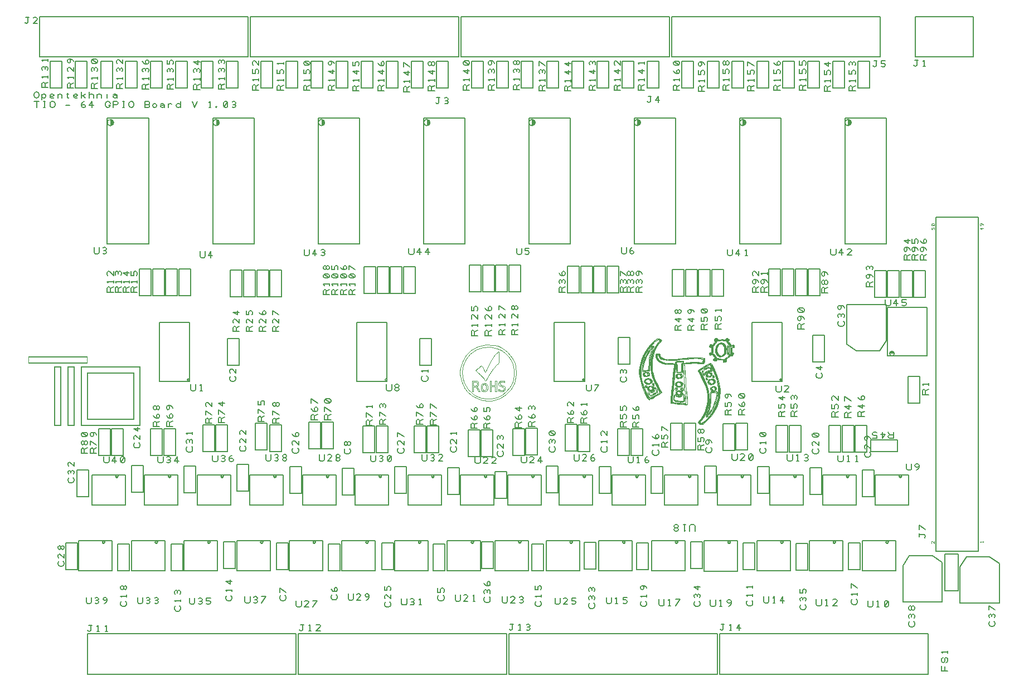
<source format=gbr>
%FSLAX23Y23*%
%MOIN*%
G04 EasyPC Gerber Version 17.0 Build 3379 *
%ADD10C,0.00100*%
%ADD12C,0.00500*%
%ADD11C,0.00700*%
X0Y0D02*
D02*
D10*
X74Y1906D02*
Y1867D01*
X426*
Y1906*
X74*
X76Y1903D02*
X424D01*
Y1869*
X76*
Y1903*
X229Y1492D02*
X269D01*
Y1845*
X229*
Y1492*
X232Y1495D02*
Y1842D01*
X266*
Y1495*
X232*
X308Y1492D02*
X347D01*
Y1845*
X308*
Y1492*
X311Y1495D02*
Y1842D01*
X345*
Y1495*
X311*
X389Y1845D02*
Y1492D01*
X741*
Y1845*
X389*
X391Y1842D02*
X739D01*
Y1495*
X391*
Y1842*
X425Y1808D02*
Y1529D01*
X704*
Y1808*
X425*
X428Y1806D02*
X702D01*
Y1532*
X428*
Y1806*
X2728Y1697D02*
Y1760D01*
X2739Y1760*
X2747Y1760*
X2752Y1760*
X2755Y1759*
X2758Y1758*
X2764Y1753*
X2766Y1745*
X2766Y1739*
X2765Y1733*
X2761Y1730*
X2756Y1727*
X2754Y1727*
X2756Y1726*
X2758Y1724*
X2761Y1721*
X2764Y1715*
X2769Y1705*
X2774Y1697*
X2765*
X2760Y1706*
X2757Y1714*
X2754Y1718*
X2752Y1721*
X2749Y1723*
X2745Y1724*
X2740Y1724*
X2736Y1724*
Y1697*
X2728*
X2749Y1731D02*
X2754Y1732D01*
X2757Y1735*
X2758Y1738*
X2758Y1742*
X2758Y1745*
X2757Y1748*
X2754Y1751*
X2750Y1753*
X2747Y1753*
X2742Y1753*
X2736*
Y1730*
X2741*
X2746Y1730*
X2749Y1731*
X2793Y1696D02*
X2789Y1698D01*
X2786Y1701*
X2782Y1708*
X2780Y1718*
X2782Y1733*
X2788Y1742*
X2793Y1744*
X2799Y1745*
X2805Y1745*
X2811Y1743*
X2814Y1740*
X2818Y1735*
X2820Y1726*
X2820Y1716*
X2817Y1704*
X2808Y1697*
X2801Y1696*
X2793Y1696*
X2804Y1762D02*
X2798Y1772D01*
X2793Y1779*
X2788Y1784*
X2783Y1790*
X2779Y1793*
X2775Y1797*
X2770Y1802*
X2765Y1806*
X2757Y1814*
X2752Y1818*
X2750Y1821*
X2749Y1822*
X2750Y1824*
X2755Y1828*
X2761Y1833*
X2770Y1841*
X2776Y1845*
X2780Y1848*
X2783Y1850*
X2784Y1850*
X2786*
X2789Y1845*
X2793Y1835*
X2797Y1826*
X2800Y1819*
X2802Y1815*
X2804Y1812*
X2807Y1813*
X2808Y1815*
X2811Y1820*
X2814Y1827*
X2818Y1835*
X2823Y1845*
X2828Y1856*
X2834Y1867*
X2839Y1876*
X2845Y1886*
X2851Y1897*
X2857Y1905*
X2862Y1912*
X2865Y1916*
X2868Y1919*
X2872Y1923*
X2876Y1927*
X2880Y1930*
X2883Y1933*
X2885Y1934*
X2886Y1934*
X2885Y1934*
X2884Y1933*
X2883Y1933*
X2883Y1933*
X2886Y1935*
X2888Y1933*
X2888Y1929*
X2888Y1922*
X2887Y1913*
X2887Y1903*
Y1891*
X2888Y1879*
X2888Y1873*
X2888Y1869*
X2886Y1866*
X2883Y1864*
X2874Y1856*
X2867Y1849*
X2860Y1841*
X2853Y1832*
X2831Y1799*
X2814Y1768*
X2811Y1763*
X2809Y1759*
X2807Y1758*
X2804Y1762*
X2806Y1703D02*
X2809Y1706D01*
X2811Y1711*
X2812Y1715*
X2812Y1720*
X2812Y1726*
X2812Y1730*
X2807Y1737*
X2800Y1739*
X2795Y1738*
X2791Y1733*
X2789Y1728*
X2788Y1721*
X2789Y1714*
X2790Y1708*
X2793Y1704*
X2797Y1702*
X2802Y1702*
X2806Y1703*
X2813Y1641D02*
X2801Y1642D01*
X2791Y1644*
X2782Y1646*
X2772Y1649*
X2747Y1659*
X2723Y1674*
X2702Y1693*
X2685Y1714*
X2667Y1749*
X2657Y1787*
X2657Y1791*
X2656Y1795*
X2656Y1801*
X2656Y1808*
X2656Y1818*
X2656Y1824*
X2657Y1830*
X2658Y1837*
X2670Y1877*
X2692Y1913*
X2722Y1943*
X2758Y1964*
X2807Y1977*
X2857Y1974*
X2880Y1968*
X2902Y1958*
X2922Y1946*
X2940Y1931*
X2956Y1914*
X2969Y1895*
X2980Y1874*
X2987Y1851*
X2992Y1799*
X2981Y1747*
X2961Y1710*
X2932Y1680*
X2897Y1657*
X2857Y1644*
X2841Y1641*
X2824Y1641*
X2816Y1641*
X2813Y1641*
X2833Y1697D02*
Y1760D01*
X2841*
Y1734*
X2865*
Y1760*
X2873*
Y1697*
X2865*
X2865Y1712*
X2865Y1727*
X2841*
X2841Y1712*
X2841Y1697*
X2833*
X2840Y1653D02*
X2874Y1660D01*
X2905Y1674*
X2932Y1695*
X2955Y1722*
X2971Y1754*
X2979Y1789*
X2979Y1825*
X2971Y1860*
X2961Y1884*
X2946Y1905*
X2929Y1924*
X2908Y1939*
X2902Y1943*
X2894Y1947*
X2886Y1951*
X2879Y1954*
X2835Y1963*
X2791Y1960*
X2750Y1945*
X2714Y1918*
X2691Y1888*
X2676Y1854*
X2669Y1817*
X2671Y1779*
X2682Y1745*
X2700Y1714*
X2703Y1710*
X2706Y1706*
X2709Y1703*
X2713Y1699*
X2735Y1680*
X2759Y1666*
X2785Y1657*
X2813Y1652*
X2819Y1652*
X2827Y1652*
X2834Y1652*
X2840Y1653*
X2896Y1696D02*
X2890Y1698D01*
X2886Y1699*
Y1708*
X2891Y1706*
X2899Y1703*
X2907Y1702*
X2913Y1704*
X2917Y1708*
X2918Y1715*
X2916Y1720*
X2912Y1723*
X2904Y1725*
X2895Y1728*
X2890Y1731*
X2886Y1737*
X2885Y1743*
X2887Y1750*
X2891Y1756*
X2897Y1760*
X2906Y1761*
X2920Y1759*
X2922Y1758*
Y1754*
X2922Y1751*
X2922Y1750*
X2921Y1751*
X2919Y1752*
X2911Y1754*
X2903Y1754*
X2897Y1752*
X2894Y1747*
X2893Y1743*
X2895Y1739*
X2899Y1736*
X2906Y1733*
X2913Y1731*
X2918Y1729*
X2922Y1726*
X2924Y1722*
X2925Y1719*
X2926Y1714*
X2925Y1709*
X2924Y1705*
X2919Y1700*
X2912Y1696*
X2904Y1696*
X2896Y1696*
X3760Y1807D02*
X3758Y1805D01*
X3757Y1804*
X3757Y1803*
X3757Y1804*
X3758Y1806*
X3760Y1807*
X3763Y1732D02*
X3763Y1732D01*
X3763Y1731*
X3763Y1730*
X3763Y1728*
X3764Y1724*
X3766Y1721*
X3766Y1720*
X3764Y1722*
X3763Y1725*
X3762Y1728*
X3763Y1731*
X3763Y1732*
X3763Y1732*
Y1733D02*
X3762Y1733D01*
X3761Y1732*
X3761Y1728*
X3762Y1724*
X3763Y1721*
X3765Y1718*
X3766Y1718*
X3767Y1718*
X3767Y1719*
X3767Y1721*
X3766Y1725*
X3764Y1729*
X3764Y1730*
X3764Y1731*
X3764Y1732*
X3763Y1733*
X3764Y1764D02*
X3763Y1760D01*
X3763Y1756*
X3764Y1752*
X3767Y1748*
X3769Y1746*
X3769Y1745*
X3769*
X3768Y1746*
X3764Y1748*
X3760Y1751*
X3759Y1756*
X3761Y1760*
X3764Y1764*
X3767Y1733D02*
X3767D01*
X3767Y1733*
X3770Y1732*
X3773Y1729*
X3773Y1728*
X3772Y1725*
X3772Y1722*
X3770Y1720*
X3771Y1722*
X3771Y1727*
X3768Y1730*
X3767Y1732*
X3767Y1733*
X3767Y1733*
X3767Y1734D02*
X3766Y1734D01*
X3765Y1733*
X3766Y1732*
X3767Y1729*
X3769Y1726*
X3769Y1722*
X3769Y1719*
X3770Y1718*
X3770Y1718*
X3771Y1719*
X3773Y1721*
X3774Y1725*
X3774Y1728*
X3774Y1730*
X3771Y1733*
X3768Y1734*
X3767Y1734*
X3769Y1771D02*
X3768Y1771D01*
X3768Y1770*
X3765Y1767*
X3760Y1762*
X3758Y1756*
X3759Y1751*
X3763Y1747*
X3767Y1744*
X3769Y1744*
X3770Y1744*
X3770Y1745*
X3770Y1746*
X3768Y1749*
X3765Y1753*
X3764Y1758*
X3764Y1762*
X3767Y1766*
X3769Y1770*
X3769Y1770*
X3769Y1771*
X3771Y1813D02*
X3776Y1812D01*
X3782Y1809*
X3786Y1804*
X3786Y1798*
X3783Y1792*
X3782Y1792*
X3778Y1789*
X3772Y1787*
X3765Y1786*
X3758Y1787*
X3755Y1788*
X3753Y1790*
X3751Y1792*
X3750Y1795*
X3749Y1798*
X3750Y1801*
X3751Y1804*
X3753Y1807*
X3757Y1810*
X3764Y1812*
X3771Y1813*
Y1814D02*
X3764Y1813D01*
X3757Y1811*
X3752Y1808*
X3750Y1805*
X3748Y1802*
X3748Y1798*
X3748Y1795*
X3750Y1792*
X3752Y1789*
X3755Y1787*
X3758Y1786*
X3766Y1785*
X3772Y1786*
X3779Y1788*
X3783Y1791*
X3787Y1797*
X3787Y1804*
X3783Y1810*
X3777Y1814*
X3771Y1814*
X3772Y1942D02*
X3764Y1928D01*
X3756Y1912*
X3748Y1896*
X3743Y1882*
X3735Y1845*
X3733Y1807*
X3738Y1767*
X3750Y1725*
X3757Y1708*
X3766Y1689*
X3776Y1671*
X3786Y1654*
X3787Y1652*
X3786Y1652*
X3786Y1653*
X3784Y1654*
X3779Y1661*
X3773Y1671*
X3765Y1685*
X3748Y1723*
X3737Y1761*
X3731Y1797*
X3731Y1830*
X3734Y1851*
X3739Y1871*
X3745Y1891*
X3755Y1912*
X3761Y1924*
X3770Y1939*
X3772Y1942*
X3774Y1810D02*
X3774D01*
X3777Y1809*
X3779Y1807*
X3781Y1805*
X3783Y1803*
X3783Y1800*
X3782Y1796*
X3780Y1794*
X3778Y1792*
X3779Y1796*
X3779Y1798*
X3778Y1798*
X3778Y1798*
X3777Y1797*
X3776Y1795*
X3774Y1791*
X3771Y1789*
X3769Y1789*
X3769Y1789*
X3770Y1790*
X3770Y1790*
X3769Y1791*
X3769Y1791*
X3767Y1791*
X3766Y1791*
X3764Y1792*
X3760Y1796*
X3757Y1799*
X3756Y1799*
X3755Y1799*
X3755Y1799*
X3755Y1798*
X3755Y1796*
X3758Y1793*
X3760Y1790*
X3760Y1790*
X3758Y1790*
X3755Y1793*
X3753Y1794*
X3752Y1796*
X3752Y1797*
X3752Y1800*
X3754Y1804*
X3756Y1806*
X3758Y1807*
X3757Y1807*
X3755Y1804*
X3755Y1803*
X3755Y1802*
X3756Y1802*
X3757Y1802*
X3758Y1803*
X3760Y1805*
X3762Y1809*
X3763Y1809*
X3764*
X3767Y1808*
X3771Y1807*
X3774Y1805*
X3776Y1804*
X3777Y1801*
X3778Y1800*
X3778Y1800*
X3778Y1799*
X3779Y1799*
X3779Y1799*
X3779Y1800*
X3779Y1800*
X3779Y1802*
X3778Y1805*
X3776Y1808*
X3774Y1809*
X3774Y1810*
X3774Y1811D02*
X3773Y1811D01*
X3772Y1810*
X3773Y1809*
X3773Y1808*
X3775Y1807*
X3777Y1804*
X3778Y1802*
X3777Y1805*
X3775Y1806*
X3772Y1808*
X3768Y1810*
X3764Y1810*
X3763*
X3761Y1810*
X3760Y1808*
X3760Y1808*
Y1809*
X3760Y1809*
X3759Y1809*
X3758Y1809*
X3755Y1807*
X3753Y1804*
X3751Y1800*
X3751Y1797*
X3751Y1795*
X3754Y1792*
X3758Y1789*
X3760Y1788*
X3761Y1789*
X3761Y1791*
X3759Y1794*
X3757Y1797*
X3756Y1797*
X3759Y1795*
X3763Y1791*
X3767Y1790*
X3766Y1790*
X3764Y1789*
X3763Y1788*
X3764Y1788*
X3765Y1787*
X3767Y1787*
X3771Y1788*
X3775Y1790*
X3777Y1794*
X3778Y1795*
X3777Y1792*
X3776Y1792*
X3776Y1791*
X3776Y1791*
X3776Y1790*
X3777Y1790*
X3777Y1790*
X3778Y1791*
X3781Y1793*
X3783Y1796*
X3784Y1800*
X3784Y1803*
X3783Y1806*
X3780Y1808*
X3777Y1810*
X3774Y1811*
X3775Y1745D02*
X3773Y1745D01*
X3772Y1744*
X3772Y1744*
X3772Y1743*
X3773Y1743*
X3774Y1743*
X3776Y1743*
X3777Y1744*
X3776Y1744*
X3777*
Y1744*
X3776Y1745*
X3775Y1745*
X3776Y1773D02*
X3774Y1772D01*
X3774Y1772*
X3773Y1771*
X3774Y1771*
X3774Y1770*
X3775Y1770*
X3777Y1770*
X3778Y1771*
X3778Y1772*
X3778*
Y1772*
X3778Y1772*
X3776Y1773*
X3777Y1769D02*
X3783Y1768D01*
X3788Y1765*
X3791Y1761*
X3793Y1756*
X3792Y1754*
X3790Y1751*
X3787Y1747*
X3787Y1746*
X3787Y1746*
X3786Y1746*
X3785Y1746*
X3784Y1746*
X3784Y1746*
X3784Y1745*
X3784Y1745*
Y1745*
X3784Y1744*
X3784Y1744*
X3784Y1744*
X3781Y1745*
X3778Y1746*
X3772Y1749*
X3769Y1751*
X3767Y1753*
X3765Y1756*
X3765Y1759*
X3766Y1762*
X3769Y1765*
X3773Y1768*
X3777Y1769*
Y1770D02*
X3772Y1769D01*
X3768Y1766*
X3765Y1763*
X3764Y1759*
X3764Y1756*
X3766Y1752*
X3771Y1748*
X3778Y1744*
X3781Y1743*
X3783Y1743*
X3785Y1743*
X3786Y1744*
X3785Y1745*
X3786Y1745*
X3788Y1744*
X3788Y1744*
X3788Y1745*
X3788Y1746*
X3788Y1746*
X3788Y1746*
X3789Y1747*
X3791Y1750*
X3793Y1753*
X3794Y1756*
X3792Y1761*
X3788Y1766*
X3783Y1769*
X3777Y1770*
Y1774D02*
X3787Y1773D01*
X3794Y1771*
X3799Y1766*
X3801Y1759*
X3802Y1757*
X3801Y1755*
X3800Y1753*
X3799Y1750*
X3794Y1746*
X3789Y1744*
X3784Y1742*
X3778Y1741*
X3772Y1742*
X3768Y1742*
X3764Y1744*
X3761Y1747*
X3758Y1750*
X3756Y1753*
X3757Y1760*
X3761Y1767*
X3768Y1771*
X3777Y1774*
X3781Y1957D02*
X3780Y1956D01*
X3780Y1956*
X3779Y1955*
X3776Y1951*
X3773Y1946*
X3769Y1939*
X3760Y1925*
X3753Y1912*
X3744Y1892*
X3737Y1871*
X3732Y1851*
X3729Y1831*
X3729Y1797*
X3735Y1761*
X3747Y1723*
X3764Y1685*
X3772Y1671*
X3778Y1660*
X3783Y1653*
X3785Y1652*
X3786Y1651*
X3788Y1651*
X3788Y1651*
X3788Y1652*
X3788Y1653*
X3787Y1655*
X3777Y1671*
X3767Y1690*
X3758Y1709*
X3751Y1726*
X3739Y1767*
X3734Y1807*
X3736Y1845*
X3744Y1882*
X3750Y1896*
X3757Y1912*
X3766Y1929*
X3774Y1943*
X3777Y1948*
X3779Y1952*
X3781Y1955*
X3781Y1955*
X3781Y1956*
Y1956*
X3781Y1956*
X3781Y1957*
X3782Y1775D02*
X3777Y1775D01*
X3767Y1773*
X3760Y1768*
X3756Y1761*
X3755Y1753*
X3757Y1749*
X3760Y1746*
X3763Y1743*
X3768Y1741*
X3772Y1740*
X3778Y1740*
X3784Y1741*
X3790Y1742*
X3795Y1745*
X3800Y1750*
X3801Y1752*
X3803Y1754*
X3803Y1760*
X3800Y1767*
X3795Y1772*
X3789Y1774*
X3782Y1775*
X3784Y1712D02*
X3785Y1711D01*
X3788Y1708*
X3792Y1706*
X3792Y1706*
X3792*
X3789Y1707*
X3786Y1709*
X3786Y1709*
X3784Y1712*
X3784Y1712*
X3784Y1773D02*
X3782Y1772D01*
X3782Y1772*
X3781Y1771*
X3781Y1771*
X3782Y1770*
X3783Y1770*
X3785Y1770*
X3786Y1771*
X3786Y1772*
X3786*
Y1772*
X3785Y1772*
X3784Y1773*
X3786Y1723D02*
X3786Y1722D01*
X3785Y1720*
X3784Y1719*
X3784Y1719*
X3785Y1721*
X3786Y1723*
X3788Y1771D02*
X3787Y1770D01*
X3788Y1769*
X3790Y1766*
X3793Y1763*
X3794Y1759*
X3794Y1756*
X3793Y1752*
X3792Y1749*
X3792Y1748*
X3792Y1747*
X3793Y1747*
X3793Y1747*
X3795Y1748*
X3797Y1751*
X3799Y1754*
X3799Y1758*
X3799Y1762*
X3797Y1766*
X3794Y1769*
X3791Y1771*
X3788Y1771*
X3789Y1967D02*
X3788Y1966D01*
X3786Y1965*
X3784Y1962*
X3782Y1959*
X3781Y1958*
X3781Y1957*
X3781Y1957*
X3782Y1957*
X3782Y1957*
X3783Y1957*
X3784Y1958*
X3787Y1962*
X3789Y1965*
X3789Y1966*
X3789Y1966*
X3789Y1967*
X3789Y1770D02*
X3790Y1770D01*
X3793Y1768*
X3796Y1765*
X3798Y1762*
X3798Y1758*
X3797Y1755*
X3796Y1751*
X3794Y1749*
X3794Y1749*
X3794Y1751*
X3795Y1760*
X3791Y1767*
X3789Y1770*
X3789Y1770*
X3789Y1726D02*
X3785Y1725D01*
X3782Y1722*
X3779Y1718*
X3778Y1713*
X3779Y1711*
X3780Y1709*
X3784Y1706*
X3788Y1704*
X3793Y1703*
X3796Y1703*
X3797Y1704*
X3797Y1705*
X3799Y1705*
X3802Y1705*
X3802Y1705*
X3803Y1706*
Y1707*
X3803Y1708*
X3804Y1710*
X3806Y1715*
X3805Y1718*
X3802Y1722*
X3798Y1724*
X3793Y1726*
X3789Y1726*
X3789Y1725D02*
X3793Y1725D01*
X3798Y1723*
X3802Y1721*
X3804Y1718*
X3804Y1715*
X3803Y1711*
X3802Y1708*
X3802Y1707*
X3802Y1706*
X3801Y1706*
X3799Y1706*
X3797Y1707*
X3796Y1706*
X3796Y1705*
X3796Y1705*
X3796Y1705*
X3795*
X3793Y1705*
X3792Y1705*
X3795Y1705*
X3795Y1706*
X3792Y1707*
X3789Y1709*
X3786Y1712*
X3784Y1714*
X3783Y1714*
X3782Y1714*
X3782Y1714*
X3783Y1711*
X3785Y1708*
X3785Y1708*
X3787Y1706*
X3790Y1705*
X3784Y1707*
X3781Y1709*
X3780Y1711*
X3780Y1713*
X3780Y1718*
X3783Y1721*
X3784Y1722*
X3784Y1722*
X3783Y1720*
X3782Y1718*
X3782Y1717*
X3783Y1717*
X3784Y1717*
X3786Y1719*
X3788Y1722*
X3788Y1723*
X3788Y1724*
X3787Y1724*
X3789Y1725*
X3796Y1975D02*
X3795Y1975D01*
X3795Y1975*
X3794Y1974*
X3791Y1971*
X3789Y1969*
X3789Y1968*
X3789Y1968*
X3789Y1967*
X3790Y1967*
X3790Y1967*
X3790Y1967*
X3791Y1968*
X3794Y1971*
X3796Y1973*
X3796Y1974*
X3796Y1974*
X3796Y1975*
X3796Y1975*
X3799Y1729D02*
X3804Y1728D01*
X3808Y1726*
X3812Y1721*
X3813Y1716*
X3811Y1710*
X3806Y1705*
X3801Y1704*
X3795Y1703*
X3788Y1702*
X3784Y1703*
X3780Y1705*
X3778Y1708*
X3777Y1712*
X3776Y1715*
X3777Y1719*
X3779Y1722*
X3782Y1725*
X3786Y1727*
X3793Y1728*
X3799Y1729*
X3799Y1730D02*
X3792Y1729D01*
X3786Y1728*
X3782Y1726*
X3778Y1723*
X3776Y1719*
X3775Y1715*
X3775Y1711*
X3777Y1708*
X3779Y1704*
X3783Y1702*
X3788Y1701*
X3795Y1701*
X3802Y1702*
X3807Y1704*
X3812Y1709*
X3814Y1715*
X3813Y1722*
X3809Y1727*
X3805Y1729*
X3799Y1730*
X3802Y1727D02*
X3801Y1726D01*
Y1725*
X3803Y1723*
X3805Y1720*
X3806Y1716*
X3806Y1713*
X3804Y1709*
X3804Y1708*
X3804Y1707*
X3804Y1706*
X3805Y1706*
X3805Y1707*
X3806Y1707*
X3808Y1709*
X3810Y1713*
X3811Y1716*
X3810Y1720*
X3808Y1724*
X3804Y1726*
X3802Y1727*
X3802Y1725D02*
X3804Y1725D01*
X3807Y1723*
X3809Y1720*
X3810Y1716*
X3809Y1713*
X3807Y1710*
X3806Y1709*
X3807Y1713*
X3807Y1717*
X3806Y1720*
X3804Y1723*
X3802Y1725*
X3807Y1745D02*
X3806Y1745D01*
X3806Y1744*
X3805Y1742*
X3805Y1740*
X3806Y1738*
X3809Y1735*
X3811Y1733*
X3811Y1733*
X3811Y1733*
X3808Y1735*
X3805Y1738*
X3805Y1741*
X3805Y1744*
X3806Y1745*
X3807Y1745*
X3807Y1746D02*
X3806Y1746D01*
X3804Y1744*
X3803Y1741*
X3804Y1737*
X3807Y1734*
X3810Y1731*
X3811Y1731*
X3813Y1731*
X3813Y1732*
X3813Y1732*
X3812Y1733*
X3810Y1736*
X3807Y1739*
X3806Y1740*
X3806Y1741*
X3807Y1743*
X3808Y1744*
X3808Y1746*
X3808Y1746*
X3807Y1746*
X3809Y1969D02*
X3809Y1969D01*
X3808Y1967*
X3806Y1964*
X3803Y1960*
X3799Y1954*
X3794Y1947*
X3787Y1938*
X3779Y1925*
X3770Y1908*
X3762Y1891*
X3756Y1876*
X3753Y1864*
X3750Y1852*
X3748Y1846*
X3747Y1840*
X3747Y1835*
X3747Y1832*
X3747Y1827*
X3748Y1823*
X3751Y1821*
X3753Y1821*
X3755Y1821*
X3759Y1822*
X3768Y1822*
X3777Y1823*
X3780Y1824*
X3781Y1824*
X3782Y1825*
X3782Y1825*
X3782Y1826*
X3782Y1828*
X3783Y1835*
X3783Y1845*
X3784Y1857*
X3785Y1877*
X3786Y1893*
X3789Y1907*
X3794Y1925*
X3798Y1938*
X3802Y1949*
X3806Y1957*
X3811Y1963*
X3812Y1965*
Y1965*
X3810Y1960*
X3807Y1951*
X3797Y1923*
X3790Y1897*
X3788Y1887*
X3787Y1878*
X3787Y1867*
X3787Y1851*
X3787Y1839*
X3786Y1830*
X3786Y1823*
X3786Y1821*
X3786Y1820*
X3786Y1820*
X3785Y1819*
X3783Y1819*
X3780Y1819*
X3776Y1819*
X3767Y1819*
X3759Y1818*
X3753Y1816*
X3749Y1816*
X3747Y1817*
X3745Y1819*
X3744Y1825*
X3744Y1833*
X3745Y1843*
X3747Y1853*
X3752Y1874*
X3761Y1897*
X3771Y1918*
X3783Y1939*
X3791Y1950*
X3799Y1960*
X3803Y1964*
X3806Y1967*
X3809Y1969*
X3809Y1969*
X3809Y1971D02*
X3808Y1970D01*
X3806Y1968*
X3802Y1965*
X3798Y1961*
X3790Y1950*
X3782Y1940*
X3770Y1919*
X3759Y1897*
X3751Y1875*
X3745Y1854*
X3744Y1843*
X3743Y1833*
X3743Y1825*
X3744Y1819*
X3746Y1816*
X3749Y1815*
X3754Y1815*
X3760Y1817*
X3767Y1818*
X3775Y1818*
X3780Y1818*
X3783Y1818*
X3787Y1819*
X3787Y1820*
X3787Y1820*
X3787Y1823*
X3788Y1829*
X3788Y1839*
X3788Y1851*
X3788Y1867*
X3789Y1878*
X3790Y1887*
X3792Y1897*
X3798Y1923*
X3808Y1950*
X3812Y1959*
X3813Y1964*
X3813Y1966*
X3813Y1966*
X3812Y1966*
X3811Y1966*
X3810Y1964*
X3805Y1958*
X3801Y1949*
X3797Y1939*
X3793Y1925*
X3788Y1908*
X3785Y1893*
X3783Y1877*
X3783Y1857*
X3782Y1845*
X3782Y1835*
X3781Y1828*
X3781Y1826*
X3781Y1826*
Y1826*
X3781Y1825*
X3780Y1825*
X3777Y1825*
X3768Y1824*
X3759Y1823*
X3753Y1822*
X3751Y1822*
X3750Y1824*
X3748Y1827*
X3748Y1832*
X3748Y1835*
X3749Y1840*
X3750Y1845*
X3751Y1851*
X3754Y1864*
X3758Y1876*
X3763Y1891*
X3771Y1908*
X3780Y1924*
X3788Y1937*
X3795Y1946*
X3800Y1953*
X3804Y1959*
X3807Y1963*
X3809Y1966*
X3810Y1968*
X3810Y1969*
X3810Y1971*
X3809Y1971*
X3810Y1745D02*
X3811Y1745D01*
X3811Y1744*
X3813Y1742*
X3814Y1739*
X3814Y1737*
X3812Y1740*
X3811Y1743*
X3810Y1745*
Y1745*
X3810Y1745*
Y1747D02*
X3809Y1746D01*
X3809Y1746*
X3809Y1745*
X3809Y1743*
X3811Y1740*
X3814Y1736*
X3815Y1736*
X3815*
X3816Y1736*
Y1736*
X3816Y1739*
X3814Y1742*
X3812Y1745*
X3811Y1746*
X3810Y1747*
X3812Y1992D02*
X3811Y1992D01*
X3811Y1992*
X3810Y1991*
X3809Y1990*
X3803Y1985*
X3798Y1979*
X3797Y1978*
X3797Y1977*
X3797Y1977*
X3797Y1976*
X3797Y1976*
X3798Y1976*
X3798Y1976*
X3799Y1977*
X3800Y1979*
X3806Y1984*
X3810Y1989*
X3812Y1990*
X3812Y1991*
X3812Y1991*
X3812Y1992*
X3812Y1992*
X3821Y2000D02*
X3820Y2000D01*
X3820Y1999*
X3819Y1999*
X3817Y1997*
X3817Y1996*
X3816Y1996*
X3816Y1996*
X3816Y1995*
X3817Y1995*
X3818Y1995*
X3820Y1997*
X3821Y1998*
X3821Y1999*
X3821Y1999*
Y1999*
X3821Y2000*
X3821Y2000*
X3821*
X3821Y1723D02*
X3821Y1721D01*
X3822Y1716*
Y1716*
X3821Y1718*
X3820Y1719*
X3819Y1719*
X3818Y1717*
X3816Y1714*
X3814Y1709*
X3812Y1705*
X3808Y1701*
X3804Y1698*
X3798Y1697*
X3791Y1697*
X3784*
X3780Y1696*
X3777Y1694*
X3777Y1692*
X3778Y1687*
X3780Y1681*
X3784Y1676*
X3787Y1672*
X3792Y1670*
X3798Y1670*
X3802Y1671*
X3806Y1673*
X3811Y1676*
X3817Y1679*
X3823Y1683*
X3828Y1686*
X3832Y1689*
X3834Y1691*
X3836Y1697*
X3835Y1705*
X3831Y1713*
X3825Y1719*
X3822Y1722*
X3821Y1723*
X3823Y1720D02*
X3824Y1718D01*
X3830Y1712*
X3834Y1704*
X3835Y1697*
X3833Y1692*
X3831Y1690*
X3827Y1687*
X3822Y1684*
X3816Y1680*
X3810Y1677*
X3806Y1674*
X3801Y1672*
X3798Y1671*
X3792Y1671*
X3788Y1673*
X3785Y1677*
X3782Y1682*
X3779Y1687*
X3778Y1692*
X3779Y1694*
X3780Y1695*
X3784Y1695*
X3791Y1695*
X3798Y1696*
X3804Y1697*
X3809Y1700*
X3813Y1704*
X3815Y1708*
X3817Y1713*
X3819Y1716*
X3820Y1717*
X3820Y1717*
X3820Y1717*
X3821Y1714*
X3822Y1713*
X3822Y1712*
X3823Y1712*
X3823Y1712*
X3824Y1712*
X3824Y1713*
X3824Y1714*
X3823Y1716*
X3823Y1720*
X3824Y1709D02*
X3825Y1708D01*
X3827Y1706*
X3829Y1703*
X3830Y1699*
X3828Y1695*
X3827Y1693*
X3824Y1691*
X3820Y1688*
X3815Y1685*
X3809Y1682*
X3805Y1679*
X3801Y1677*
X3799Y1676*
X3795Y1675*
X3792Y1676*
X3789Y1679*
X3787Y1682*
X3785Y1686*
X3785Y1688*
X3786Y1689*
X3787Y1690*
X3790Y1690*
X3794Y1690*
X3801Y1691*
X3808Y1693*
X3813Y1697*
X3819Y1703*
X3822Y1707*
X3823Y1708*
X3824Y1709*
X3824Y1710D02*
X3823Y1710D01*
X3821Y1707*
X3818Y1704*
X3813Y1698*
X3807Y1694*
X3801Y1692*
X3794Y1691*
X3789Y1691*
X3787Y1691*
X3784Y1689*
X3784Y1685*
X3786Y1682*
X3788Y1678*
X3792Y1675*
X3795Y1674*
X3799Y1675*
X3802Y1676*
X3806Y1678*
X3810Y1681*
X3816Y1684*
X3821Y1687*
X3825Y1690*
X3827Y1692*
X3830Y1694*
X3831Y1699*
X3830Y1703*
X3828Y1707*
X3826Y1709*
X3824Y1710*
X3829Y1916D02*
X3830D01*
X3830Y1915*
X3831Y1912*
X3832Y1908*
X3833Y1903*
X3834Y1899*
X3835Y1895*
X3836Y1892*
X3839Y1886*
X3845Y1880*
X3851Y1875*
X3859Y1870*
X3863Y1869*
X3856Y1872*
X3845Y1878*
X3837Y1887*
X3832Y1897*
X3829Y1910*
X3828Y1915*
X3829Y1916*
X3833Y1973D02*
X3823Y1956D01*
X3814Y1936*
X3807Y1915*
X3802Y1894*
X3800Y1878*
X3799Y1859*
X3799Y1840*
X3801Y1824*
X3807Y1797*
X3817Y1768*
X3830Y1739*
X3846Y1708*
X3850Y1702*
X3852Y1698*
X3854Y1694*
X3855Y1693*
X3855Y1693*
X3855Y1692*
X3854Y1693*
X3852Y1696*
X3849Y1700*
X3845Y1706*
X3837Y1721*
X3828Y1738*
X3817Y1763*
X3808Y1787*
X3801Y1810*
X3797Y1832*
X3796Y1854*
X3797Y1876*
X3801Y1899*
X3807Y1921*
X3812Y1935*
X3818Y1948*
X3825Y1962*
X3833Y1973*
X3835Y1901D02*
X3833Y1908D01*
X3832Y1913*
X3831Y1916*
X3830Y1917*
X3829Y1917*
X3827Y1915*
X3827Y1913*
X3827Y1910*
X3830Y1897*
X3836Y1886*
X3844Y1877*
X3855Y1870*
X3862Y1867*
X3865Y1866*
X3867Y1866*
X3867Y1866*
X3868Y1867*
X3867Y1867*
X3867Y1867*
X3866Y1868*
X3860Y1872*
X3852Y1876*
X3846Y1881*
X3841Y1887*
X3837Y1892*
X3836Y1896*
X3835Y1901*
X3838Y1920D02*
X3838Y1919D01*
X3839Y1918*
X3840Y1912*
X3843Y1905*
X3847Y1899*
X3852Y1894*
X3859Y1890*
X3876Y1885*
X3900Y1882*
X3906Y1882*
X3913Y1882*
X3921Y1882*
X3931Y1883*
X3943Y1884*
X3959Y1886*
X3980Y1888*
X4007Y1891*
X4039Y1894*
X4065Y1895*
X4087Y1894*
X4103Y1891*
X4108Y1890*
X4107Y1884*
X4106Y1879*
X4106Y1875*
X4105Y1873*
X4105Y1871*
X4104Y1870*
X4101Y1870*
X4098Y1871*
X4090Y1871*
X4081Y1872*
X4070Y1872*
X4056Y1872*
X4045Y1872*
X4034Y1872*
X4023Y1871*
X4009Y1869*
X3998Y1867*
X3990Y1866*
X3988Y1865*
X3987Y1865*
X3988Y1867*
X3991Y1871*
X3992Y1873*
X3992Y1874*
X3992Y1874*
X3992Y1874*
X3991Y1875*
X3990Y1875*
X3989Y1874*
X3986Y1872*
X3982Y1868*
X3979Y1861*
X3978Y1857*
X3978Y1851*
X3978Y1845*
X3978Y1837*
X3978Y1829*
X3978Y1823*
X3978Y1819*
X3977Y1816*
X3976Y1815*
X3974Y1814*
X3970Y1814*
X3966Y1813*
X3961Y1814*
X3958Y1814*
X3956Y1815*
X3954Y1816*
X3953Y1819*
X3953Y1823*
X3953Y1829*
X3953Y1837*
X3953Y1847*
X3953Y1854*
X3952Y1859*
X3951Y1862*
X3949Y1866*
X3946Y1868*
X3944Y1869*
X3943Y1869*
X3942Y1868*
X3944Y1864*
X3944Y1864*
X3944*
X3915Y1865*
X3900Y1865*
X3890Y1866*
X3882Y1867*
X3876Y1868*
X3859Y1875*
X3846Y1883*
X3841Y1889*
X3838Y1895*
X3836Y1901*
X3835Y1909*
X3835Y1914*
X3835Y1917*
X3835Y1918*
X3836Y1919*
X3838Y1919*
X3838Y1920*
X3838Y2006D02*
X3840Y2005D01*
X3843Y2003*
X3848Y2000*
X3842Y1992*
X3823Y1968*
X3809Y1938*
X3798Y1906*
X3792Y1870*
X3793Y1832*
X3801Y1792*
X3818Y1748*
X3843Y1701*
X3845Y1697*
X3847Y1693*
X3849Y1691*
X3849Y1691*
X3848Y1690*
X3847Y1689*
X3841Y1686*
X3832Y1680*
X3821Y1674*
X3819Y1673*
X3809Y1667*
X3800Y1662*
X3794Y1658*
X3792Y1657*
X3791Y1656*
X3791Y1657*
X3790Y1658*
X3786Y1662*
X3782Y1669*
X3777Y1677*
X3766Y1698*
X3757Y1720*
X3751Y1735*
X3746Y1751*
X3742Y1768*
X3739Y1783*
X3738Y1799*
X3737Y1817*
X3738Y1835*
X3739Y1850*
X3748Y1881*
X3762Y1915*
X3781Y1947*
X3803Y1976*
X3810Y1983*
X3819Y1992*
X3828Y1999*
X3835Y2004*
X3837Y2006*
X3838Y2006*
X3838Y2007D02*
X3836Y2007D01*
X3834Y2006*
X3827Y2000*
X3818Y1993*
X3809Y1984*
X3802Y1977*
X3779Y1948*
X3761Y1915*
X3746Y1882*
X3738Y1850*
X3736Y1835*
X3736Y1817*
X3736Y1799*
X3738Y1783*
X3741Y1767*
X3745Y1751*
X3750Y1735*
X3755Y1719*
X3765Y1698*
X3776Y1677*
X3781Y1668*
X3785Y1661*
X3789Y1657*
X3790Y1656*
X3792Y1655*
X3793Y1656*
X3795Y1657*
X3801Y1661*
X3810Y1666*
X3821Y1673*
X3823Y1674*
X3833Y1680*
X3841Y1685*
X3847Y1688*
X3849Y1689*
X3850Y1690*
X3850Y1690*
X3850Y1690*
X3850Y1690*
Y1690*
X3850Y1691*
X3850Y1691*
X3848Y1694*
X3847Y1698*
X3844Y1702*
X3819Y1749*
X3803Y1792*
X3794Y1833*
X3794Y1870*
X3800Y1905*
X3810Y1938*
X3824Y1967*
X3843Y1992*
X3850Y2000*
X3850Y2000*
X3850Y2001*
X3844Y2004*
X3841Y2006*
X3838Y2007*
X3840Y2012D02*
X3840Y2012D01*
X3839Y2011*
X3839Y2010*
X3841Y2009*
X3845Y2006*
X3850Y2002*
X3851Y2001*
X3852Y2000*
X3852Y2000*
X3852Y1999*
X3854Y1999*
X3855Y2001*
X3855Y2002*
X3854Y2003*
X3852Y2004*
X3848Y2008*
X3843Y2010*
X3841Y2011*
X3840Y2012*
X3841Y2013D02*
X3842Y2013D01*
X3845Y2012*
X3851Y2008*
X3856Y2004*
X3858Y2003*
X3858Y2002*
X3858Y2001*
X3857Y1999*
X3853Y1995*
X3840Y1978*
X3828Y1958*
X3817Y1936*
X3810Y1914*
X3806Y1899*
X3803Y1884*
X3802Y1869*
X3802Y1852*
X3803Y1835*
X3805Y1819*
X3809Y1804*
X3814Y1785*
X3821Y1767*
X3829Y1749*
X3839Y1730*
X3851Y1707*
X3855Y1701*
X3857Y1696*
X3859Y1693*
X3859Y1692*
X3859Y1691*
X3859Y1691*
X3857Y1690*
X3853Y1687*
X3849Y1684*
X3838Y1678*
X3825Y1670*
X3812Y1662*
X3800Y1655*
X3795Y1653*
X3791Y1651*
X3788Y1649*
X3787Y1649*
X3785Y1648*
X3783Y1649*
X3781Y1652*
X3777Y1658*
X3759Y1690*
X3744Y1724*
X3734Y1758*
X3728Y1791*
X3727Y1807*
X3728Y1823*
X3729Y1840*
X3731Y1854*
X3739Y1881*
X3750Y1910*
X3765Y1937*
X3782Y1963*
X3797Y1980*
X3814Y1997*
X3823Y2003*
X3830Y2008*
X3836Y2012*
X3841Y2013*
Y2014D02*
X3836Y2013D01*
X3829Y2010*
X3822Y2004*
X3813Y1998*
X3796Y1981*
X3781Y1963*
X3763Y1938*
X3749Y1910*
X3737Y1882*
X3730Y1854*
X3727Y1840*
X3726Y1823*
X3726Y1807*
X3727Y1791*
X3733Y1758*
X3743Y1724*
X3758Y1690*
X3776Y1657*
X3780Y1652*
X3782Y1648*
X3785Y1647*
X3787Y1647*
X3789Y1648*
X3792Y1649*
X3796Y1652*
X3801Y1654*
X3813Y1661*
X3826Y1669*
X3839Y1676*
X3850Y1683*
X3854Y1686*
X3858Y1688*
X3860Y1690*
X3860Y1691*
X3861Y1691*
X3861Y1691*
X3861Y1692*
X3861Y1692*
X3860Y1693*
X3858Y1697*
X3856Y1702*
X3852Y1707*
X3840Y1730*
X3830Y1750*
X3822Y1767*
X3816Y1786*
X3810Y1804*
X3806Y1820*
X3804Y1835*
X3803Y1852*
X3803Y1869*
X3805Y1884*
X3807Y1899*
X3811Y1914*
X3819Y1936*
X3829Y1958*
X3841Y1978*
X3854Y1994*
X3858Y1999*
X3859Y2001*
X3860Y2002*
X3859Y2004*
X3857Y2005*
X3851Y2009*
X3845Y2013*
X3841Y2014*
X3841Y1986D02*
X3841Y1986D01*
X3841Y1986*
X3840Y1985*
X3830Y1973*
X3821Y1957*
X3812Y1939*
X3806Y1922*
X3800Y1899*
X3796Y1877*
X3795Y1854*
X3796Y1832*
X3800Y1810*
X3806Y1787*
X3815Y1763*
X3827Y1737*
X3836Y1721*
X3844Y1706*
X3848Y1700*
X3851Y1695*
X3853Y1692*
X3854Y1691*
X3855Y1691*
X3855Y1691*
X3856Y1692*
Y1693*
X3855Y1695*
X3854Y1698*
X3851Y1703*
X3848Y1709*
X3831Y1739*
X3818Y1769*
X3809Y1797*
X3802Y1824*
X3801Y1840*
X3800Y1859*
X3801Y1878*
X3803Y1894*
X3809Y1916*
X3816Y1939*
X3826Y1960*
X3838Y1978*
X3840Y1982*
X3842Y1985*
X3842Y1985*
X3842Y1986*
X3842Y1986*
X3841Y1986*
X3843Y1920D02*
X3843Y1919D01*
X3844Y1918*
X3846Y1913*
X3849Y1906*
X3855Y1900*
X3861Y1894*
X3869Y1890*
Y1890*
X3869Y1890*
X3870Y1890*
X3860Y1894*
X3853Y1899*
X3847Y1905*
X3845Y1909*
X3843Y1914*
X3843Y1919*
X3843Y1920*
X3843Y1920*
X3843Y1921D02*
X3842Y1920D01*
X3841Y1919*
X3842Y1914*
X3843Y1909*
X3846Y1904*
X3852Y1898*
X3859Y1893*
X3867Y1889*
X3875Y1887*
X3875*
X3875Y1887*
X3876Y1888*
X3875Y1888*
X3874Y1889*
X3870Y1891*
Y1891*
X3870Y1891*
X3863Y1895*
X3856Y1900*
X3851Y1907*
X3847Y1914*
X3845Y1919*
X3844Y1920*
X3844Y1921*
X3843Y1921*
X3844Y1924D02*
X3839Y1923D01*
X3832Y1922*
X3825Y1920*
X3824Y1919*
Y1919*
X3824Y1913*
X3825Y1903*
X3828Y1893*
X3833Y1884*
X3840Y1876*
X3852Y1868*
X3868Y1862*
X3889Y1859*
X3916Y1858*
X3936*
X3935Y1855*
X3934Y1845*
X3932Y1826*
X3929Y1798*
X3925Y1761*
X3924Y1749*
X3923Y1736*
X3922Y1724*
X3921Y1715*
X3919Y1696*
X3917Y1675*
Y1675*
X3916Y1666*
X3915Y1656*
X3914Y1648*
X3913Y1641*
X3913Y1635*
X3913Y1631*
X3913Y1629*
X3914Y1627*
X3915Y1627*
X3916Y1627*
X3919Y1626*
X3930Y1625*
X3946Y1623*
X3963Y1621*
X3978Y1620*
X3991Y1618*
Y1618*
X3992Y1618*
X4000Y1617*
X4006Y1617*
X4011Y1617*
X4014Y1619*
X4015Y1623*
X4015Y1628*
X4015Y1636*
X4014Y1646*
X4013Y1659*
X4012Y1674*
X4010Y1690*
X4009Y1705*
X4006Y1740*
X4004Y1768*
X4002Y1791*
X4001Y1810*
X4000Y1820*
X3999Y1829*
X3998Y1838*
X3998Y1845*
X3997Y1855*
X3996Y1859*
X3996Y1861*
X3996Y1862*
X3996Y1862*
X3997Y1863*
X4000Y1863*
X4004Y1863*
X4009Y1863*
X4015Y1864*
X4022Y1864*
X4053Y1866*
X4090Y1864*
X4100Y1864*
X4107Y1864*
X4111Y1864*
X4113Y1865*
X4114Y1865*
X4114Y1866*
X4115Y1869*
X4117Y1877*
X4118Y1886*
X4119Y1893*
X4118Y1894*
X4117Y1895*
X4111Y1897*
X4102Y1899*
X4090Y1900*
X4073Y1901*
X4052Y1901*
X4027Y1899*
X3999Y1896*
X3968Y1893*
X3943Y1890*
X3923Y1889*
X3907Y1888*
X3894Y1889*
X3884Y1890*
X3875Y1893*
X3867Y1896*
X3861Y1900*
X3856Y1905*
X3852Y1911*
X3850Y1918*
X3849Y1921*
X3848Y1923*
X3846Y1924*
X3844Y1924*
X3844Y1923D02*
X3846Y1923D01*
X3847Y1922*
X3847Y1921*
X3848Y1917*
X3851Y1910*
X3855Y1904*
X3860Y1899*
X3866Y1895*
X3875Y1892*
X3884Y1889*
X3894Y1888*
X3907Y1887*
X3923Y1887*
X3943Y1889*
X3969Y1891*
X3999Y1895*
X4027Y1898*
X4052Y1899*
X4073Y1900*
X4090Y1899*
X4102Y1898*
X4111Y1896*
X4116Y1894*
X4117Y1893*
X4117Y1893*
X4117Y1890*
X4117Y1886*
X4116Y1882*
X4115Y1877*
X4113Y1869*
X4113Y1867*
X4112Y1866*
X4112Y1866*
X4111Y1865*
X4107Y1865*
X4100Y1865*
X4090Y1866*
X4053Y1867*
X4022Y1866*
X4016Y1865*
X4010Y1865*
X4006Y1864*
X4002Y1864*
X4002Y1864*
X4002Y1865*
X4002*
Y1865*
X4002Y1865*
X4001Y1866*
X3999Y1866*
X3998Y1865*
X3998Y1865*
X3998Y1864*
X3998Y1864*
X3997Y1864*
X3995Y1864*
X3994Y1862*
X3995Y1860*
X3995Y1859*
X3996Y1855*
X3997Y1845*
X3997Y1838*
X3998Y1829*
X3998Y1820*
X3999Y1810*
X4001Y1791*
X4003Y1768*
X4005Y1740*
X4008Y1705*
X4009Y1690*
X4010Y1674*
X4012Y1659*
X4013Y1646*
X4013Y1636*
X4014Y1628*
X4014Y1623*
X4013Y1620*
X4010Y1618*
X4006Y1618*
X4001Y1618*
X3993Y1619*
X3992Y1619*
X3979Y1621*
X3963Y1622*
X3946Y1624*
X3930Y1626*
X3920Y1627*
X3916Y1628*
X3915Y1628*
X3914Y1628*
X3914Y1629*
X3914Y1631*
X3914Y1635*
X3915Y1641*
X3915Y1647*
X3916Y1656*
X3917Y1666*
X3918Y1675*
X3920Y1696*
X3922Y1715*
X3923Y1724*
X3924Y1736*
X3925Y1749*
X3926Y1761*
X3930Y1798*
X3933Y1826*
X3935Y1845*
X3936Y1854*
X3937Y1856*
X3937Y1855*
X3937Y1852*
X3937Y1847*
X3936Y1842*
X3936Y1837*
X3935Y1830*
X3934Y1817*
X3932Y1799*
X3930Y1777*
X3927Y1751*
X3924Y1723*
X3921Y1693*
X3918Y1662*
X3918Y1653*
X3917Y1646*
X3916Y1641*
X3916Y1637*
X3916Y1632*
X3918Y1630*
X3920Y1629*
X3921Y1629*
X3922Y1629*
X3922Y1630*
X3921Y1631*
X3921Y1632*
X3921Y1633*
X3921Y1638*
X3922Y1645*
X3923Y1655*
X3924Y1670*
X3926Y1689*
X3928Y1709*
X3930Y1730*
X3932Y1751*
X3934Y1772*
X3936Y1790*
X3938Y1806*
X3940Y1826*
X3941Y1844*
X3943Y1861*
Y1861*
X3943Y1859*
X3943Y1857*
X3943Y1853*
X3942Y1847*
X3942Y1839*
X3940Y1819*
X3938Y1796*
X3936Y1776*
X3934Y1759*
X3932Y1744*
X3931Y1731*
X3930Y1718*
X3929Y1705*
X3927Y1691*
X3926Y1676*
X3925Y1667*
X3924Y1658*
X3923Y1650*
X3923Y1644*
X3922Y1636*
X3922Y1633*
X3922Y1632*
X3922Y1632*
X3922Y1631*
X3923Y1631*
X3923Y1631*
X3924Y1631*
X3926Y1631*
X3935Y1630*
X3952Y1628*
X3970Y1626*
X3978Y1626*
X3985Y1625*
X3990Y1624*
X3991Y1624*
X3992Y1624*
X3993Y1624*
X3995Y1624*
X3999Y1623*
X4005Y1623*
X4006*
X4006Y1624*
X4005Y1639*
Y1639*
X4004Y1646*
X4003Y1656*
X4003Y1666*
X4002Y1676*
X4001Y1689*
X3999Y1708*
X3998Y1729*
X3996Y1751*
X3994Y1773*
X3992Y1796*
X3991Y1816*
X3989Y1832*
X3988Y1844*
X3988Y1854*
X3987Y1861*
X3987Y1863*
X3987Y1863*
X3988Y1864*
X3991Y1864*
X3998Y1866*
X4010Y1868*
X4023Y1869*
X4034Y1870*
X4045Y1871*
X4056Y1871*
X4070Y1871*
X4081Y1870*
X4090Y1870*
X4097Y1869*
X4101Y1869*
X4104Y1869*
X4106Y1870*
X4106Y1872*
X4107Y1875*
X4108Y1879*
X4108Y1884*
X4109Y1890*
X4109Y1891*
X4109Y1891*
X4104Y1892*
X4087Y1895*
X4065Y1896*
X4038Y1895*
X4007Y1892*
X3980Y1889*
X3959Y1887*
X3943Y1885*
X3930Y1884*
X3921Y1884*
X3913Y1883*
X3906Y1883*
X3900Y1883*
X3876Y1886*
X3859Y1891*
X3853Y1895*
X3848Y1900*
X3844Y1906*
X3842Y1913*
X3840Y1918*
X3839Y1920*
X3839Y1920*
X3839Y1920*
X3839Y1921*
X3838*
X3837Y1921*
X3836Y1920*
X3834Y1919*
X3833Y1917*
X3833Y1914*
X3834Y1909*
X3835Y1901*
X3836Y1896*
X3838Y1891*
X3841Y1887*
X3846Y1882*
X3858Y1873*
X3875Y1867*
X3882Y1866*
X3889Y1865*
X3900Y1864*
X3915Y1864*
X3943Y1863*
X3943Y1862*
X3942Y1862*
X3936Y1862*
X3934Y1862*
X3933Y1862*
X3932Y1861*
X3932Y1861*
X3932Y1860*
X3933Y1860*
X3934Y1860*
X3936Y1859*
X3916*
X3889Y1860*
X3869Y1864*
X3853Y1869*
X3841Y1877*
X3834Y1884*
X3830Y1893*
X3827Y1903*
X3825Y1913*
X3825Y1918*
X3832Y1921*
X3839Y1922*
X3844Y1923*
X3844Y2008D02*
X3847Y2006D01*
X3851Y2003*
X3853Y2002*
X3854Y2001*
X3853Y2000*
X3853Y2000*
Y2000*
X3853Y2001*
X3852Y2002*
X3851Y2003*
X3846Y2007*
X3844Y2008*
X3852Y1999D02*
X3852Y1998D01*
X3851Y1998*
X3850Y1997*
X3848Y1995*
X3848Y1994*
X3848Y1993*
X3849Y1993*
X3849Y1993*
X3850Y1994*
X3850Y1994*
X3852Y1996*
X3853Y1997*
X3853Y1997*
X3853Y1998*
Y1998*
X3853Y1998*
X3852Y1999*
X3852*
X3872Y1867D02*
X3870Y1867D01*
X3869Y1866*
X3869Y1866*
X3869Y1865*
X3870Y1865*
X3871Y1865*
X3873Y1865*
X3874Y1866*
X3874Y1866*
X3874*
Y1866*
X3873Y1867*
X3872Y1867*
X3877Y1866D02*
X3875Y1866D01*
X3875Y1865*
X3874Y1865*
X3875Y1864*
X3875Y1864*
X3876Y1863*
X3878Y1864*
X3879Y1864*
X3879Y1865*
X3879*
Y1865*
X3879Y1865*
X3877Y1866*
X3880Y1888D02*
X3878Y1888D01*
X3878Y1888*
X3877Y1887*
X3877Y1886*
X3878Y1886*
X3880Y1886*
X3882Y1886*
X3882Y1886*
X3883Y1887*
X3882Y1888*
X3882Y1888*
X3880Y1888*
X3885Y1864D02*
X3883Y1864D01*
X3883Y1864*
X3882Y1863*
X3883Y1863*
X3883Y1862*
X3884Y1862*
X3886Y1862*
X3887Y1863*
X3887Y1863*
X3887*
Y1864*
X3887Y1864*
X3885Y1864*
X3885Y1887D02*
X3885Y1886D01*
X3884Y1886*
X3884Y1885*
X3885Y1885*
X3885Y1885*
X3888Y1885*
X3890Y1885*
X3891Y1885*
X3891Y1885*
X3891Y1886*
X3891Y1886*
X3890Y1887*
X3885*
X3894Y1863D02*
X3893Y1863D01*
X3893Y1862*
X3893Y1862*
X3893Y1861*
X3894Y1861*
X3897Y1861*
X3900Y1861*
X3901Y1861*
X3901Y1862*
X3901Y1862*
X3901Y1863*
X3900Y1863*
X3897Y1863*
X3894Y1863*
X3906Y1885D02*
X3905Y1885D01*
X3904Y1885*
X3904Y1885*
X3904Y1884*
X3905Y1884*
X3905Y1884*
X3910Y1883*
X3915Y1884*
X3915Y1884*
X3916Y1884*
X3916Y1885*
X3916Y1885*
X3915Y1885*
X3914Y1885*
X3910Y1886*
X3906Y1885*
X3931Y1630D02*
Y1629D01*
X3927Y1629*
X3926Y1629*
X3926Y1629*
X3926Y1628*
X3927Y1628*
X3929Y1627*
X3932Y1628*
X3932Y1628*
X3932Y1628*
Y1628*
X3932Y1628*
X3932Y1629*
X3932Y1629*
X3931Y1630*
X3933Y1887D02*
Y1887D01*
X3928*
X3927Y1886*
X3927Y1886*
X3927Y1886*
X3927Y1885*
X3927Y1885*
X3930Y1885*
X3934Y1885*
X3934Y1885*
X3934Y1885*
X3934Y1886*
X3934Y1886*
X3934Y1886*
X3934Y1887*
X3933Y1887*
X3941Y1717D02*
X3941Y1717D01*
X3940Y1714*
X3940Y1713*
X3941Y1716*
X3941Y1717*
X3941Y1719D02*
X3941Y1719D01*
X3940Y1717*
X3938Y1712*
X3939Y1711*
X3939Y1711*
X3940Y1711*
X3941Y1712*
X3941Y1713*
X3942Y1717*
X3943Y1718*
X3942Y1719*
X3941Y1719*
X3942Y1861D02*
X3940Y1844D01*
X3938Y1826*
X3936Y1806*
X3935Y1791*
X3933Y1772*
X3931Y1752*
X3929Y1730*
X3927Y1709*
X3925Y1689*
X3923Y1671*
X3921Y1655*
X3920Y1645*
X3920Y1638*
X3920Y1633*
X3920Y1631*
X3920Y1630*
X3921Y1630*
X3920Y1630*
X3918Y1631*
X3918Y1632*
X3918Y1637*
X3918Y1640*
X3918Y1646*
X3919Y1653*
X3920Y1661*
X3923Y1693*
X3926Y1723*
X3928Y1751*
X3931Y1777*
X3933Y1799*
X3935Y1817*
X3936Y1829*
X3937Y1837*
X3937Y1842*
X3938Y1847*
X3938Y1852*
X3938Y1855*
X3938Y1858*
X3938Y1859*
X3936Y1861*
X3936*
X3942Y1861*
X3943Y1628D02*
X3941Y1628D01*
X3941Y1628*
X3940Y1627*
X3940Y1627*
X3941Y1626*
X3943Y1626*
X3945Y1626*
X3945Y1627*
X3946Y1627*
X3945Y1628*
X3945Y1628*
X3943Y1628*
X3944Y1863D02*
X3945Y1861D01*
X3947Y1856*
X3948Y1852*
X3948Y1848*
X3948Y1842*
X3948Y1833*
X3948Y1822*
X3948Y1816*
X3949Y1812*
X3952Y1810*
X3955Y1809*
X3959Y1809*
X3968Y1808*
X3976Y1809*
X3979Y1809*
X3981Y1810*
X3983Y1813*
X3984Y1818*
X3984Y1825*
X3983Y1834*
X3983Y1851*
X3986Y1863*
X3986Y1861*
X3986Y1854*
X3987Y1844*
X3988Y1832*
X3989Y1816*
X3991Y1796*
X3993Y1773*
X3995Y1750*
X3996Y1729*
X3998Y1708*
X4000Y1689*
X4001Y1676*
X4001Y1666*
X4002Y1656*
X4003Y1646*
X4003Y1639*
Y1639*
X4004Y1625*
X3999Y1625*
X3995Y1625*
X3993Y1625*
X3992Y1625*
X3991Y1625*
X3990Y1626*
X3985Y1626*
X3978Y1627*
X3970Y1628*
X3952Y1630*
X3935Y1631*
X3927Y1632*
X3924Y1632*
X3923Y1632*
X3923Y1633*
X3923Y1635*
X3924Y1644*
X3925Y1650*
X3925Y1658*
X3926Y1667*
X3927Y1676*
X3929Y1691*
X3930Y1705*
X3931Y1718*
X3932Y1731*
X3934Y1744*
X3935Y1759*
X3937Y1776*
X3939Y1796*
X3941Y1819*
X3943Y1839*
X3944Y1847*
X3944Y1853*
X3945Y1857*
X3945Y1859*
X3944Y1863*
X3945Y1888D02*
Y1888D01*
X3942Y1888*
X3941Y1887*
X3941Y1887*
X3941Y1887*
X3941Y1886*
X3944Y1886*
X3946Y1886*
X3946Y1886*
X3947Y1886*
Y1886*
X3947Y1887*
X3947Y1888*
X3946Y1888*
X3945Y1888*
X3948Y1718D02*
X3950Y1717D01*
X3952Y1715*
X3953Y1714*
X3953Y1714*
X3950Y1715*
X3948Y1716*
X3947Y1717*
X3947Y1717*
X3947*
X3948Y1718*
Y1719D02*
X3946Y1718D01*
X3945Y1718*
X3946Y1717*
X3950Y1714*
X3952Y1713*
X3954Y1713*
X3955Y1714*
X3955Y1714*
X3953Y1716*
X3951Y1718*
X3948Y1719*
X3950Y1749D02*
X3948Y1745D01*
X3947Y1740*
X3947Y1737*
X3948Y1735*
X3949Y1733*
X3952Y1730*
X3955Y1727*
X3955Y1727*
X3955Y1727*
X3953Y1727*
X3949Y1729*
X3945Y1733*
X3944Y1739*
X3945Y1744*
X3950Y1749*
X3952Y1685D02*
X3954Y1684D01*
X3957Y1681*
X3961Y1679*
X3958Y1679*
X3956Y1680*
X3955Y1681*
X3953Y1684*
X3952Y1685*
X3953Y1889D02*
X3952Y1889D01*
X3952Y1889*
X3952Y1888*
X3952Y1888*
X3953Y1888*
X3956Y1887*
X3959Y1888*
X3960Y1888*
X3960Y1888*
X3960Y1889*
X3960Y1889*
X3959Y1889*
X3956Y1889*
X3953Y1889*
X3953Y1710D02*
X3953Y1710D01*
X3953Y1709*
X3950Y1706*
X3946Y1704*
X3944Y1703*
X3945Y1703*
X3946Y1706*
X3949Y1708*
X3951Y1709*
X3953Y1710*
Y1711D02*
X3951Y1710D01*
X3948Y1709*
X3945Y1707*
X3943Y1704*
X3943Y1702*
X3943Y1702*
X3943Y1701*
X3943Y1701*
X3944Y1701*
X3945Y1701*
X3947Y1703*
X3951Y1705*
X3954Y1708*
X3955Y1710*
X3954Y1711*
X3953Y1711*
Y1787D02*
X3954Y1785D01*
X3957Y1782*
X3961Y1780*
X3962Y1779*
X3962*
X3958Y1780*
X3955Y1783*
X3953Y1787*
X3954Y1753D02*
X3954Y1753D01*
Y1753*
X3950Y1751*
X3945Y1745*
X3942Y1739*
X3944Y1732*
X3949Y1728*
X3953Y1726*
X3955Y1725*
X3956Y1726*
X3956Y1727*
X3956Y1728*
X3953Y1731*
X3950Y1734*
X3949Y1736*
X3948Y1738*
X3948Y1740*
X3949Y1745*
X3951Y1749*
X3954Y1752*
X3955Y1752*
X3954Y1753*
X3954Y1797D02*
X3952Y1794D01*
X3951Y1790*
X3952Y1786*
X3954Y1782*
X3955Y1781*
X3955Y1781*
X3958Y1779*
X3961Y1778*
X3957Y1779*
X3954Y1780*
X3951Y1782*
X3949Y1785*
X3948Y1788*
X3949Y1791*
X3951Y1794*
X3954Y1797*
X3955Y1627D02*
X3953Y1627D01*
X3952Y1626*
X3952Y1626*
X3952Y1625*
X3953Y1625*
X3955Y1625*
X3957Y1625*
X3957Y1625*
X3957Y1626*
X3957Y1626*
X3957Y1627*
X3955Y1627*
X3955Y1696D02*
X3955Y1696D01*
X3953Y1693*
X3952Y1692*
X3952Y1692*
X3954Y1694*
X3955Y1696*
X3956Y1796D02*
X3955Y1794D01*
X3953Y1792*
X3953Y1789*
X3953Y1793*
X3955Y1796*
X3956Y1796*
X3962Y1752D02*
X3968Y1750D01*
X3973Y1746*
X3976Y1741*
X3976Y1736*
X3975Y1734*
X3972Y1731*
X3970Y1728*
X3970Y1728*
X3971Y1727*
X3971Y1727*
X3971Y1727*
X3969Y1727*
X3968Y1726*
X3968Y1727*
X3968Y1727*
X3968Y1728*
X3967Y1728*
X3967Y1728*
X3962Y1729*
X3958Y1731*
X3954Y1734*
X3951Y1736*
X3950Y1741*
X3952Y1746*
X3956Y1750*
X3962Y1752*
X3962Y1754D02*
X3961Y1754D01*
X3960Y1754*
X3962Y1754*
X3963Y1799D02*
X3963Y1799D01*
X3963Y1799*
X3964Y1798*
X3967Y1797*
X3971Y1794*
X3973Y1791*
X3974Y1788*
X3973Y1784*
X3972Y1782*
X3972Y1781*
X3972Y1780*
X3972Y1780*
X3966Y1778*
X3966Y1779*
X3962Y1781*
X3958Y1783*
X3955Y1786*
X3954Y1788*
X3954Y1789*
X3955Y1791*
X3956Y1794*
X3958Y1798*
X3963Y1799*
X3963Y1778D02*
X3964D01*
X3964Y1778*
X3963Y1778*
X3965Y1698D02*
X3971Y1695D01*
X3973Y1691*
X3970Y1695*
X3965Y1698*
X3965Y1703D02*
X3958Y1702D01*
X3952Y1700*
X3947Y1696*
X3945Y1694*
X3944Y1690*
X3944Y1687*
X3944Y1684*
X3945Y1681*
X3947Y1678*
X3949Y1676*
X3952Y1675*
X3955Y1675*
X3958Y1674*
X3962Y1674*
X3968Y1675*
X3973Y1676*
X3977Y1678*
X3980Y1681*
X3982Y1684*
X3983Y1688*
X3982Y1692*
X3981Y1696*
X3978Y1699*
X3975Y1701*
X3971Y1703*
X3965Y1703*
X3965Y1700D02*
X3961Y1700D01*
X3957Y1699*
X3955Y1698*
X3952Y1697*
X3948Y1692*
X3946Y1686*
X3948Y1681*
X3953Y1677*
X3963Y1676*
X3972Y1678*
X3977Y1682*
X3980Y1686*
X3980Y1691*
X3977Y1696*
X3975Y1698*
X3973Y1699*
X3970Y1700*
X3965Y1700*
Y1702D02*
X3971Y1701D01*
X3975Y1700*
X3978Y1698*
X3980Y1695*
X3981Y1692*
X3981Y1688*
X3981Y1685*
X3979Y1681*
X3976Y1679*
X3973Y1677*
X3968Y1676*
X3962Y1675*
X3958Y1675*
X3955Y1676*
X3953Y1676*
X3950Y1677*
X3948Y1679*
X3946Y1682*
X3945Y1684*
X3945Y1687*
X3945Y1690*
X3946Y1693*
X3948Y1696*
X3953Y1698*
X3959Y1700*
X3965Y1702*
X3965Y1799D02*
X3965D01*
X3969Y1798*
X3972Y1796*
X3974Y1793*
X3975Y1791*
X3975Y1789*
X3975Y1788*
X3975Y1784*
X3974Y1782*
X3974Y1783*
X3975Y1788*
X3974Y1792*
X3972Y1795*
X3968Y1798*
X3965Y1799*
X3965Y1801D02*
X3957Y1799D01*
X3957Y1800*
X3957Y1799*
X3951Y1796*
X3947Y1791*
X3947Y1788*
X3948Y1784*
X3950Y1781*
X3953Y1778*
X3958Y1777*
X3964Y1777*
X3970Y1778*
X3974Y1779*
X3978Y1782*
X3980Y1785*
X3981Y1788*
X3981Y1792*
X3979Y1796*
X3976Y1799*
X3971Y1800*
X3965Y1801*
X3967Y1890D02*
X3966Y1890D01*
X3966Y1890*
X3966Y1889*
X3966Y1889*
X3966Y1889*
X3969Y1889*
X3972Y1889*
X3972Y1889*
X3973Y1889*
X3973Y1890*
X3972Y1890*
X3972Y1890*
X3967*
X3967Y1756D02*
X3963Y1756D01*
X3959Y1755*
X3956Y1754*
X3955Y1754*
X3955Y1754*
X3955Y1753*
X3956Y1753*
X3956Y1753*
X3958Y1753*
X3954Y1751*
X3951Y1747*
X3949Y1741*
X3950Y1736*
X3953Y1733*
X3957Y1730*
X3965Y1727*
X3964Y1727*
X3958Y1726*
X3958*
Y1726*
X3958*
X3958Y1725*
X3958*
X3963Y1725*
X3967Y1725*
X3970Y1725*
Y1725*
X3971Y1726*
X3972Y1726*
X3973Y1727*
X3973Y1727*
X3973Y1728*
X3972Y1728*
X3973Y1730*
X3976Y1733*
X3978Y1736*
X3978Y1742*
X3974Y1747*
X3969Y1751*
X3962Y1753*
X3966Y1753*
X3967Y1754*
X3968Y1754*
X3968Y1754*
X3968Y1754*
X3968Y1755*
X3968Y1756*
X3967Y1756*
X3967Y1756D02*
X3974Y1755D01*
X3978Y1753*
X3982Y1750*
X3984Y1747*
X3985Y1743*
X3985Y1739*
X3984Y1735*
X3982Y1732*
X3979Y1729*
X3975Y1726*
X3970Y1725*
X3965Y1724*
X3959Y1724*
X3955Y1724*
X3948Y1727*
X3944Y1731*
X3941Y1735*
X3941Y1741*
X3943Y1745*
X3946Y1749*
X3950Y1752*
X3955Y1755*
X3960Y1756*
X3967Y1756*
X3967Y1757D02*
X3960Y1757D01*
X3954Y1756*
X3950Y1753*
X3945Y1750*
X3942Y1745*
X3940Y1741*
X3940Y1735*
X3943Y1730*
X3947Y1726*
X3954Y1723*
X3959Y1722*
X3965Y1722*
X3970Y1723*
X3975Y1725*
X3980Y1727*
X3983Y1731*
X3985Y1735*
X3987Y1739*
X3987Y1743*
X3985Y1748*
X3983Y1751*
X3979Y1754*
X3974Y1756*
X3967Y1757*
Y1802D02*
X3972Y1802D01*
X3976Y1801*
X3979Y1798*
X3981Y1795*
X3982Y1792*
X3982Y1788*
X3981Y1784*
X3979Y1781*
X3974Y1778*
X3966Y1776*
X3958Y1776*
X3952Y1777*
X3949Y1779*
X3948Y1782*
X3946Y1785*
X3946Y1788*
X3948Y1794*
X3952Y1798*
X3958Y1801*
X3967Y1802*
Y1803D02*
X3958Y1802D01*
X3951Y1799*
X3946Y1795*
X3945Y1788*
X3945Y1784*
X3946Y1781*
X3948Y1778*
X3951Y1776*
X3958Y1774*
X3966Y1775*
X3974Y1777*
X3980Y1780*
X3983Y1784*
X3984Y1788*
X3984Y1792*
X3982Y1796*
X3980Y1799*
X3977Y1802*
X3973Y1803*
X3967Y1803*
X3967Y1698D02*
X3970Y1698D01*
X3972Y1698*
X3974Y1697*
X3976Y1695*
X3979Y1691*
X3978Y1686*
X3977Y1684*
X3974Y1681*
X3975Y1685*
X3975Y1686*
X3975Y1687*
X3974Y1687*
X3974*
X3973Y1687*
X3973Y1686*
X3972Y1685*
X3971Y1682*
X3970Y1681*
X3969Y1680*
X3969Y1679*
X3969Y1679*
X3969Y1678*
X3966Y1678*
X3966Y1679*
X3966Y1679*
X3962Y1680*
X3958Y1682*
X3955Y1685*
X3952Y1687*
X3951Y1688*
X3951Y1688*
X3950Y1688*
X3950Y1687*
X3951Y1685*
X3952Y1683*
X3955Y1679*
Y1679*
X3955Y1679*
X3958Y1678*
X3960Y1677*
X3954Y1679*
X3949Y1682*
X3948Y1686*
X3949Y1691*
X3953Y1696*
X3954Y1696*
X3953Y1695*
X3951Y1693*
X3950Y1690*
X3950Y1690*
X3951Y1689*
X3952Y1690*
X3954Y1692*
X3957Y1695*
X3957Y1697*
X3957Y1697*
X3957Y1698*
X3958Y1698*
X3958Y1698*
X3963Y1697*
X3966Y1696*
X3970Y1694*
X3972Y1692*
X3973Y1690*
X3973Y1689*
X3973Y1688*
X3973Y1688*
X3974Y1688*
X3974Y1688*
X3974Y1689*
X3975Y1690*
X3974Y1693*
X3971Y1696*
X3967Y1698*
X3969Y1626D02*
Y1625D01*
X3965Y1625*
X3964Y1625*
X3964Y1625*
X3964Y1624*
X3965Y1624*
X3967Y1623*
X3970Y1624*
X3970Y1624*
X3970Y1624*
Y1624*
X3970Y1624*
X3970Y1625*
X3970Y1625*
X3969Y1626*
X3969Y1799D02*
X3975Y1798D01*
X3978Y1795*
X3980Y1792*
X3979Y1786*
X3974Y1781*
X3976Y1784*
X3976Y1789*
X3976Y1792*
X3976Y1794*
X3973Y1797*
X3969Y1799*
X3971Y1753D02*
X3971D01*
X3975Y1752*
X3979Y1749*
X3982Y1745*
X3983Y1741*
X3982Y1737*
X3979Y1733*
X3980Y1739*
X3979Y1744*
X3977Y1749*
X3972Y1752*
X3971Y1753*
X3971Y1754D02*
X3970Y1754D01*
X3969Y1754*
X3969Y1754*
X3969Y1753*
X3969Y1753*
X3970Y1752*
X3972Y1751*
X3976Y1747*
X3979Y1742*
X3979Y1736*
X3976Y1731*
X3975Y1730*
X3975Y1729*
X3975Y1729*
X3976Y1728*
X3976Y1728*
X3977Y1729*
X3979Y1731*
X3983Y1736*
X3984Y1741*
X3983Y1746*
X3980Y1750*
X3976Y1753*
X3971Y1754*
X3973Y1684D02*
X3972Y1681D01*
X3971Y1680*
X3972Y1681*
X3973Y1684*
X3974Y1710D02*
X3977Y1709D01*
X3980Y1707*
X3982Y1704*
X3984Y1701*
X3985Y1699*
X3983Y1700*
X3978Y1704*
X3975Y1708*
X3973Y1710*
X3973Y1710*
X3974Y1710*
Y1711D02*
X3972Y1711D01*
X3972Y1710*
X3972Y1709*
X3974Y1707*
X3977Y1703*
X3982Y1699*
X3984Y1697*
X3985Y1697*
X3985Y1697*
X3985Y1697*
X3986Y1697*
X3986Y1698*
X3986Y1699*
X3985Y1702*
X3983Y1705*
X3981Y1708*
X3977Y1710*
X3974Y1711*
X3977Y1880D02*
X3966Y1879D01*
X3956Y1878*
X3949Y1876*
X3944Y1875*
X3942Y1872*
X3941Y1871*
X3942Y1870*
X3945Y1870*
X3950Y1871*
X3956Y1872*
X3960Y1873*
X3964Y1873*
X3969Y1874*
X3974Y1874*
X3983Y1875*
X3989Y1876*
X3991Y1877*
X3991Y1878*
X3991Y1878*
X3991Y1879*
X3989Y1879*
X3986Y1880*
X3982Y1880*
X3977Y1880*
X3978Y1879D02*
X3982Y1879D01*
X3986Y1878*
X3989Y1878*
X3990Y1878*
X3988Y1877*
X3986Y1876*
X3983Y1876*
X3974Y1875*
X3969Y1875*
X3964Y1875*
X3959Y1874*
X3955Y1873*
X3949Y1872*
X3945Y1871*
X3943Y1871*
X3943Y1872*
X3943Y1872*
X3945Y1873*
X3950Y1875*
X3957Y1877*
X3966Y1878*
X3978Y1879*
X3980Y1624D02*
X3978Y1624D01*
X3977Y1624*
X3977Y1623*
X3977Y1623*
X3978Y1622*
X3980Y1622*
X3982Y1622*
X3982Y1623*
X3982Y1623*
X3982Y1624*
X3981Y1624*
X3980Y1624*
Y1892D02*
X3978Y1892D01*
X3977Y1892*
X3977Y1891*
X3977Y1890*
X3978Y1890*
X3980Y1890*
X3982Y1890*
X3982Y1890*
X3982Y1891*
X3982Y1892*
X3981Y1892*
X3980Y1892*
X3984Y1720D02*
X3984D01*
X3984Y1719*
X3981Y1717*
X3978Y1715*
X3975Y1714*
X3973Y1714*
X3973Y1714*
X3974Y1715*
X3976Y1717*
X3979Y1719*
X3982Y1720*
X3984Y1720*
X3984Y1721D02*
X3982Y1721D01*
X3978Y1720*
X3975Y1718*
X3973Y1716*
X3972Y1714*
X3972Y1714*
X3972Y1713*
X3973Y1713*
X3975Y1712*
X3979Y1714*
X3982Y1716*
X3985Y1719*
X3985Y1720*
X3984Y1721*
X3987Y1720D02*
X3987D01*
X3988Y1719*
X3990Y1715*
X3991Y1710*
X3991Y1705*
X3990Y1703*
X3990Y1703*
X3990Y1704*
X3989Y1706*
X3989Y1710*
X3987Y1714*
X3986Y1717*
X3986Y1719*
X3987Y1720*
X3987Y1681D02*
X3986Y1679D01*
X3985Y1675*
X3983Y1673*
X3980Y1670*
X3976Y1668*
X3963Y1665*
X3950Y1668*
X3945Y1671*
X3942Y1674*
X3941Y1677*
X3941Y1678*
X3942Y1677*
X3945Y1675*
X3954Y1669*
X3964Y1668*
X3974Y1671*
X3983Y1678*
X3987Y1681*
X3987Y1721D02*
X3986Y1721D01*
X3985Y1720*
X3985Y1717*
X3986Y1713*
X3988Y1709*
X3988Y1706*
X3989Y1703*
X3990Y1702*
X3991Y1702*
X3991Y1703*
X3992Y1705*
X3992Y1710*
X3991Y1715*
X3989Y1719*
X3987Y1721*
X3989Y1686D02*
X3987Y1684D01*
X3982Y1678*
X3974Y1672*
X3964Y1669*
X3955Y1671*
X3946Y1676*
X3943Y1678*
X3942Y1679*
X3941*
X3940Y1678*
X3940Y1677*
X3941Y1674*
X3944Y1670*
X3949Y1667*
X3963Y1664*
X3977Y1667*
X3981Y1669*
X3984Y1672*
X3986Y1675*
X3987Y1679*
X3988Y1683*
X3989Y1686*
X3989Y1893D02*
X3989Y1893D01*
X3988Y1893*
X3988Y1892*
X3988Y1892*
X3989Y1891*
X3991Y1891*
X3994Y1891*
X3995Y1892*
X3995Y1892*
X3995Y1893*
X3994Y1893*
X3994Y1893*
X3989*
X3990Y1873D02*
X3990Y1872D01*
X3987Y1867*
X3984Y1861*
X3982Y1854*
X3981Y1845*
X3982Y1833*
X3982Y1825*
X3982Y1818*
X3981Y1814*
X3980Y1811*
X3979Y1811*
X3976Y1810*
X3968Y1810*
X3959Y1810*
X3955Y1810*
X3953Y1811*
X3951Y1812*
X3949Y1816*
X3949Y1822*
X3949Y1833*
X3950Y1842*
X3950Y1848*
X3949Y1852*
X3948Y1857*
X3946Y1862*
X3945Y1864*
X3944Y1865*
X3944Y1866*
X3944Y1868*
X3944Y1868*
X3944*
X3945Y1867*
X3948Y1865*
X3950Y1861*
X3951Y1858*
X3951Y1854*
X3952Y1847*
X3952Y1837*
X3952Y1829*
X3952Y1823*
X3952Y1818*
X3953Y1815*
X3955Y1814*
X3958Y1813*
X3961Y1812*
X3966Y1812*
X3970Y1812*
X3974Y1813*
X3976Y1814*
X3978Y1816*
X3979Y1819*
X3980Y1823*
X3980Y1829*
X3979Y1837*
X3979Y1845*
X3979Y1851*
X3980Y1857*
X3980Y1861*
X3983Y1867*
X3987Y1871*
X3990Y1873*
X3990Y1873*
X3991Y1680D02*
X3991Y1680D01*
X3990Y1677*
X3990Y1672*
X3991Y1666*
X3992Y1659*
X3992Y1651*
X3992Y1647*
X3992Y1644*
X3990Y1641*
X3988Y1639*
X3985Y1639*
X3982Y1639*
X3979Y1639*
X3974Y1640*
X3968Y1640*
X3960Y1641*
X3953Y1642*
X3947Y1642*
X3944Y1643*
X3939Y1645*
X3936Y1650*
X3936Y1656*
X3937Y1665*
X3938Y1671*
X3937Y1675*
X3936Y1676*
X3936Y1676*
X3935Y1676*
X3934Y1675*
X3933Y1672*
X3932Y1665*
X3931Y1657*
X3931Y1650*
X3932Y1646*
X3934Y1642*
X3938Y1639*
X3945Y1637*
X3955Y1636*
X3961Y1635*
X3968Y1635*
X3975Y1634*
X3981Y1634*
X3985Y1634*
X3989Y1634*
X3992Y1635*
X3994Y1636*
X3997Y1641*
X3997Y1649*
X3997Y1657*
X3996Y1667*
X3995Y1674*
X3993Y1679*
X3992Y1680*
X3991Y1680*
X3992Y1679D02*
X3992Y1679D01*
X3993Y1677*
X3993Y1674*
X3995Y1666*
X3996Y1657*
X3996Y1649*
X3996Y1641*
X3994Y1637*
X3992Y1636*
X3989Y1635*
X3985Y1635*
X3981Y1635*
X3975Y1635*
X3969Y1636*
X3962Y1636*
X3955Y1637*
X3945Y1639*
X3939Y1640*
X3935Y1643*
X3933Y1646*
X3932Y1650*
X3932Y1657*
X3933Y1665*
X3934Y1671*
X3935Y1674*
X3936Y1675*
X3936Y1674*
X3937Y1671*
X3936Y1666*
X3934Y1656*
X3935Y1649*
X3938Y1644*
X3944Y1642*
X3947Y1641*
X3953Y1640*
X3960Y1639*
X3968Y1639*
X3974Y1638*
X3979Y1638*
X3982Y1638*
X3985Y1638*
X3988Y1638*
X3991Y1640*
X3993Y1644*
X3993Y1647*
X3993Y1651*
X3993Y1659*
X3992Y1666*
X3991Y1672*
X3991Y1677*
X3992Y1679*
X3993Y1623D02*
X3991Y1623D01*
X3990Y1622*
X3990Y1622*
X3990Y1621*
X3991Y1621*
X3992Y1621*
X3994Y1621*
X3994Y1622*
X3994Y1622*
X3994*
Y1622*
X3994Y1622*
X3993Y1623*
X4001Y1894D02*
X4000Y1894D01*
X4000Y1894*
X4000Y1893*
X4000Y1893*
X4001Y1893*
X4003Y1893*
X4006Y1893*
X4006Y1893*
X4007Y1893*
X4007Y1894*
X4006Y1894*
X4006Y1894*
X4001*
X4008Y1867D02*
X4007Y1867D01*
X4006Y1866*
X4006Y1866*
X4006Y1865*
X4007Y1865*
X4008Y1865*
X4009Y1865*
X4010Y1866*
X4010Y1866*
X4010*
Y1866*
X4010Y1867*
X4008Y1867*
X4015Y1896D02*
X4013Y1896D01*
X4013Y1895*
X4012Y1895*
X4013Y1894*
X4013Y1894*
X4015Y1894*
X4017Y1894*
X4018Y1894*
X4018Y1895*
X4017Y1895*
X4017Y1896*
X4015Y1896*
X4021Y1868D02*
Y1868D01*
X4016*
X4015Y1868*
X4015Y1868*
X4015Y1867*
X4015Y1867*
X4015Y1866*
X4018Y1866*
X4021Y1866*
X4022Y1867*
X4022Y1867*
X4022Y1867*
X4022Y1868*
X4022Y1868*
X4021Y1868*
X4021Y1868*
X4026Y1897D02*
X4025Y1897D01*
X4025Y1896*
X4025Y1896*
X4025Y1896*
X4025Y1895*
X4028Y1895*
X4031Y1895*
X4031Y1896*
X4032Y1896*
X4032Y1896*
X4031Y1897*
X4031Y1897*
X4026*
X4032Y1869D02*
X4032Y1869D01*
X4031Y1869*
X4031Y1868*
X4032Y1868*
X4032Y1868*
X4035Y1868*
X4037Y1868*
X4038Y1868*
X4038Y1868*
X4038Y1869*
X4038Y1869*
X4037Y1869*
X4032*
X4041Y1898D02*
X4040Y1898D01*
X4040Y1898*
X4039Y1898*
X4039Y1897*
X4040Y1897*
X4040Y1897*
X4045Y1897*
X4050Y1897*
X4051Y1897*
X4051Y1897*
X4051Y1898*
X4051Y1898*
X4050Y1898*
X4050Y1898*
X4045Y1899*
X4041Y1898*
X4080Y1869D02*
X4079Y1869D01*
X4079Y1869*
X4079Y1868*
X4079Y1868*
X4079Y1868*
X4082Y1868*
X4085Y1868*
X4085Y1868*
X4085Y1868*
X4085Y1869*
X4085Y1869*
X4084Y1869*
X4080*
X4084Y1822D02*
X4085Y1820D01*
X4087Y1815*
X4091Y1809*
X4094Y1803*
X4099Y1795*
X4104Y1785*
X4109Y1775*
X4114Y1765*
X4119Y1755*
X4122Y1746*
X4125Y1739*
X4133Y1716*
X4137Y1694*
X4140Y1673*
X4140Y1650*
X4139Y1630*
X4136Y1612*
X4131Y1594*
X4124Y1574*
X4113Y1551*
X4099Y1531*
X4112Y1552*
X4123Y1575*
X4131Y1600*
X4137Y1627*
X4138Y1648*
X4138Y1671*
X4135Y1694*
X4131Y1715*
X4127Y1726*
X4123Y1739*
X4117Y1752*
X4111Y1766*
X4104Y1780*
X4097Y1794*
X4090Y1806*
X4083Y1818*
X4082Y1819*
X4082Y1820*
X4083Y1821*
X4084Y1822*
X4086Y1899D02*
X4084Y1898D01*
X4084Y1898*
X4083Y1898*
X4083Y1897*
X4084Y1897*
X4086Y1896*
X4088Y1897*
X4088Y1897*
X4089Y1898*
X4088Y1898*
X4088Y1898*
X4086Y1899*
X4086Y1826D02*
X4086Y1826D01*
X4084Y1824*
X4082Y1822*
X4081Y1820*
X4081Y1819*
X4082Y1817*
X4089Y1806*
X4096Y1793*
X4103Y1780*
X4110Y1766*
X4116Y1752*
X4121Y1738*
X4126Y1726*
X4129Y1715*
X4134Y1693*
X4137Y1671*
X4137Y1648*
X4135Y1627*
X4129Y1596*
X4118Y1567*
X4105Y1542*
X4088Y1520*
X4080Y1512*
X4080Y1512*
X4081Y1511*
X4087Y1506*
X4093Y1503*
X4098Y1501*
X4099Y1501*
X4100Y1502*
X4100Y1502*
X4100Y1502*
X4100Y1503*
X4100Y1503*
X4099Y1503*
X4095Y1505*
X4090Y1508*
X4087Y1511*
X4086Y1512*
X4085Y1512*
X4085Y1513*
X4086Y1513*
X4087Y1515*
X4092Y1521*
X4102Y1533*
X4111Y1545*
X4118Y1559*
X4125Y1574*
X4132Y1593*
X4137Y1612*
X4140Y1630*
X4141Y1650*
X4141Y1673*
X4139Y1695*
X4134Y1716*
X4127Y1739*
X4124Y1746*
X4120Y1755*
X4115Y1765*
X4110Y1776*
X4105Y1786*
X4100Y1795*
X4095Y1803*
X4092Y1809*
X4088Y1816*
X4086Y1820*
X4086Y1822*
X4087Y1824*
X4087Y1825*
X4087Y1825*
X4087Y1825*
X4087Y1826*
X4086Y1826*
X4087Y1517D02*
X4086Y1516D01*
X4085Y1514*
X4084Y1513*
X4084Y1512*
X4085Y1511*
X4086Y1510*
X4090Y1507*
X4095Y1503*
X4094Y1504*
X4088Y1507*
X4082Y1512*
X4087Y1517*
X4099Y1868D02*
X4097Y1868D01*
X4096Y1868*
X4096Y1867*
X4096Y1867*
X4097Y1866*
X4098Y1866*
X4100Y1866*
X4101Y1867*
X4101Y1867*
X4101*
Y1868*
X4100Y1868*
X4099Y1868*
X4112Y1892D02*
X4112D01*
X4113Y1891*
X4113Y1888*
X4113Y1882*
X4112Y1876*
X4110Y1870*
X4109Y1869*
X4109Y1868*
X4108Y1868*
X4108Y1868*
X4109Y1869*
X4110Y1874*
X4111Y1880*
X4112Y1887*
X4112Y1891*
X4112Y1892*
X4113Y1893D02*
X4111Y1893D01*
X4111Y1891*
X4111Y1890*
X4110Y1887*
X4110Y1881*
X4108Y1874*
X4108Y1870*
X4107Y1868*
Y1867*
X4107Y1867*
X4108Y1867*
X4109Y1867*
X4110Y1868*
X4111Y1870*
X4113Y1875*
X4114Y1882*
X4115Y1887*
X4114Y1891*
X4113Y1893*
X4119Y1517D02*
X4118Y1517D01*
X4118Y1517*
X4117Y1516*
X4115Y1514*
X4114Y1514*
X4114Y1513*
X4114Y1513*
X4114Y1512*
X4115Y1512*
X4116Y1512*
X4118Y1514*
X4119Y1515*
X4119Y1516*
X4119Y1516*
Y1516*
X4119Y1517*
X4119Y1517*
X4119*
X4124Y1775D02*
X4123Y1775D01*
X4123Y1775*
X4123Y1773*
X4124Y1770*
X4126Y1768*
X4127Y1767*
X4127Y1767*
X4128Y1767*
X4128Y1768*
X4128Y1769*
X4127Y1772*
X4126Y1774*
X4125Y1775*
X4124Y1775*
X4124Y1774D02*
X4124Y1773D01*
X4126Y1771*
X4127Y1769*
X4125Y1771*
X4124Y1774*
X4126Y1781D02*
X4126Y1780D01*
X4126Y1779*
X4128Y1776*
X4130Y1772*
X4131Y1770*
X4130Y1768*
X4131Y1767*
X4132Y1766*
X4133Y1767*
X4133Y1768*
X4134Y1770*
X4134Y1774*
X4132Y1777*
X4129Y1780*
X4127Y1780*
X4126Y1781*
X4127Y1779D02*
X4128Y1779D01*
X4131Y1776*
X4133Y1774*
X4133Y1770*
X4132Y1768*
X4132Y1768*
X4132Y1768*
X4132Y1769*
X4132Y1773*
X4129Y1777*
X4127Y1779*
X4127Y1779*
X4131Y1804D02*
X4130Y1799D01*
X4130Y1794*
X4132Y1790*
X4136Y1788*
X4132Y1789*
X4128Y1791*
X4127Y1794*
X4127Y1797*
X4128Y1801*
X4130Y1803*
X4131Y1804*
X4140Y1842D02*
X4145Y1842D01*
X4149Y1839*
X4153Y1835*
X4156Y1830*
X4158Y1824*
X4158Y1820*
X4158Y1819*
X4157Y1818*
X4153Y1818*
X4147Y1817*
X4137Y1816*
X4130Y1814*
X4125Y1810*
X4121Y1803*
X4119Y1798*
X4118Y1796*
X4118Y1796*
X4118Y1796*
X4117Y1798*
X4116Y1801*
X4116Y1803*
X4117Y1805*
X4121Y1810*
X4125Y1814*
X4129Y1818*
X4133Y1820*
X4138Y1821*
X4145Y1821*
X4150Y1822*
X4153Y1823*
X4153Y1826*
X4151Y1831*
X4149Y1835*
X4146Y1837*
X4142Y1839*
X4139Y1838*
X4135Y1837*
X4131Y1835*
X4127Y1832*
X4122Y1829*
X4113Y1823*
X4110Y1821*
X4108Y1819*
X4106Y1816*
X4106Y1813*
X4107Y1809*
X4110Y1805*
X4112Y1801*
X4113Y1797*
X4114Y1794*
X4113Y1795*
X4110Y1798*
X4104Y1807*
X4102Y1816*
X4103Y1819*
X4106Y1823*
X4109Y1825*
X4112Y1828*
X4117Y1830*
X4122Y1834*
X4128Y1837*
X4132Y1839*
X4136Y1841*
X4140Y1842*
X4140Y1808D02*
X4140Y1807D01*
X4140Y1807*
X4145Y1805*
X4148Y1804*
X4151Y1801*
X4152Y1798*
Y1799*
X4153Y1798*
X4153Y1798*
X4154Y1798*
X4155Y1799*
X4154Y1802*
X4152Y1805*
X4148Y1807*
X4151Y1807*
X4155Y1804*
X4158Y1800*
X4158Y1796*
X4155Y1792*
X4154Y1791*
X4154Y1793*
X4155Y1796*
X4154Y1797*
X4152Y1794*
X4151Y1791*
X4150Y1790*
X4150Y1789*
X4150Y1789*
X4148Y1789*
X4147Y1788*
X4147Y1787*
X4146Y1787*
X4144Y1788*
X4141Y1789*
X4136Y1792*
X4133Y1795*
X4133Y1799*
X4134Y1803*
X4136Y1805*
X4136Y1806*
X4136Y1807*
X4136Y1807*
X4140Y1808*
X4141Y1809D02*
X4136Y1808D01*
X4135Y1808*
X4134Y1807*
X4134Y1806*
X4134*
X4134Y1806*
X4133Y1804*
X4131Y1799*
X4133Y1804*
X4133Y1805*
X4134Y1806*
X4133Y1806*
X4133Y1807*
X4132Y1806*
X4132Y1806*
X4130Y1804*
X4127Y1801*
X4126Y1798*
X4126Y1794*
X4127Y1791*
X4131Y1787*
X4136Y1786*
X4138Y1786*
X4138Y1786*
X4139Y1786*
X4139Y1787*
X4138Y1788*
X4138Y1788*
X4136Y1788*
X4133Y1791*
X4132Y1795*
X4132Y1796*
X4132Y1794*
X4135Y1791*
X4140Y1788*
X4144Y1787*
X4146Y1786*
X4148Y1787*
X4148Y1788*
X4148Y1788*
X4149Y1788*
X4151Y1788*
X4152Y1788*
X4152Y1789*
X4152Y1789*
X4152Y1790*
X4153Y1793*
X4153Y1793*
X4153Y1793*
X4153Y1791*
X4153Y1790*
X4153Y1789*
X4154Y1789*
X4155Y1790*
X4156Y1791*
X4159Y1795*
X4159Y1801*
X4156Y1805*
X4151Y1808*
X4146Y1809*
X4141*
X4141Y1538D02*
X4141Y1538D01*
X4140Y1538*
X4140Y1537*
X4137Y1535*
X4134Y1532*
X4131Y1528*
X4127Y1525*
X4124Y1522*
X4123Y1520*
X4122Y1519*
X4122Y1519*
X4122Y1519*
X4123Y1518*
X4123Y1518*
X4123Y1519*
X4124Y1519*
X4126Y1521*
X4129Y1524*
X4133Y1528*
X4136Y1531*
X4139Y1534*
X4141Y1536*
X4141Y1537*
X4142Y1537*
Y1537*
X4141Y1538*
X4142Y1812D02*
X4134Y1810D01*
X4127Y1806*
X4124Y1802*
X4123Y1796*
X4124Y1791*
X4126Y1787*
X4129Y1785*
X4133Y1783*
X4138Y1783*
X4143Y1783*
X4148Y1784*
X4153Y1786*
X4159Y1790*
X4162Y1796*
X4162Y1802*
X4158Y1808*
X4155Y1810*
X4151Y1811*
X4147Y1812*
X4142*
X4142Y1811D02*
X4147Y1811D01*
X4151Y1810*
X4154Y1809*
X4157Y1807*
X4160Y1802*
X4161Y1796*
X4158Y1791*
X4153Y1787*
X4148Y1785*
X4143Y1784*
X4138Y1784*
X4134Y1785*
X4129Y1786*
X4127Y1788*
X4125Y1791*
X4125Y1796*
X4125Y1802*
X4128Y1805*
X4128Y1805*
X4134Y1809*
X4142Y1811*
Y1844D02*
X4139Y1843D01*
X4136Y1842*
X4132Y1841*
X4127Y1838*
X4122Y1835*
X4116Y1832*
X4112Y1829*
X4108Y1826*
X4105Y1824*
X4102Y1820*
X4101Y1816*
X4103Y1807*
X4109Y1798*
X4112Y1794*
X4113Y1793*
X4114Y1793*
X4114Y1793*
X4114Y1792*
X4115Y1793*
X4115Y1793*
Y1794*
X4114Y1798*
X4113Y1802*
X4111Y1805*
X4108Y1810*
X4107Y1813*
X4107Y1816*
X4109Y1818*
X4110Y1820*
X4114Y1822*
X4122Y1828*
X4127Y1831*
X4132Y1833*
X4136Y1836*
X4139Y1837*
X4142Y1837*
X4145Y1836*
X4148Y1834*
X4150Y1830*
X4152Y1826*
X4152Y1824*
X4149Y1823*
X4145Y1823*
X4138Y1822*
X4133Y1821*
X4128Y1819*
X4124Y1815*
X4120Y1811*
X4116Y1806*
X4115Y1803*
X4114Y1801*
X4116Y1797*
X4117Y1796*
X4118Y1795*
X4119Y1795*
X4120Y1798*
X4122Y1802*
X4126Y1809*
X4131Y1813*
X4137Y1815*
X4147Y1816*
X4153Y1817*
X4157Y1817*
X4159Y1818*
X4160Y1820*
X4159Y1825*
X4157Y1831*
X4154Y1836*
X4150Y1840*
X4147Y1843*
X4142Y1844*
X4143Y1762D02*
X4142Y1756D01*
X4143Y1750*
X4146Y1746*
X4152Y1742*
X4147Y1744*
X4143Y1747*
X4140Y1749*
X4139Y1752*
X4139Y1755*
X4143Y1762*
X4145Y1807D02*
X4148Y1806D01*
X4151Y1804*
X4153Y1802*
X4153Y1799*
X4153Y1799*
X4152Y1801*
X4151Y1803*
Y1803*
X4148Y1805*
X4145Y1807*
X4146Y1766D02*
X4146Y1766D01*
X4145Y1765*
X4143Y1763*
X4140Y1759*
X4138Y1756*
X4139Y1748*
X4142Y1745*
X4146Y1743*
X4150Y1741*
X4154Y1740*
X4155Y1740*
X4155Y1741*
X4155Y1741*
X4155Y1742*
X4152Y1743*
X4147Y1747*
X4144Y1752*
X4143Y1758*
X4146Y1763*
X4147Y1765*
X4147Y1765*
X4147Y1766*
X4146Y1766*
X4147Y1857D02*
X4147Y1856D01*
X4150Y1852*
X4153Y1847*
X4156Y1841*
X4170Y1816*
X4181Y1789*
X4190Y1762*
X4196Y1733*
X4197Y1726*
X4198Y1717*
X4199Y1707*
X4199Y1693*
X4199Y1677*
X4198Y1667*
X4197Y1659*
X4195Y1650*
X4188Y1630*
X4180Y1609*
X4170Y1589*
X4160Y1571*
X4148Y1553*
X4135Y1537*
X4121Y1523*
X4107Y1512*
X4102Y1508*
X4100Y1507*
X4100Y1506*
X4099Y1506*
X4099Y1507*
X4097Y1507*
X4093Y1510*
X4088Y1513*
X4096Y1521*
X4111Y1540*
X4123Y1563*
X4134Y1588*
X4141Y1617*
X4143Y1627*
X4144Y1635*
X4144Y1644*
X4145Y1657*
X4144Y1678*
X4142Y1696*
X4138Y1714*
X4132Y1734*
X4128Y1743*
X4124Y1753*
X4119Y1764*
X4114Y1775*
X4108Y1787*
X4103Y1797*
X4098Y1806*
X4093Y1813*
X4089Y1819*
X4088Y1821*
X4088Y1821*
X4088Y1822*
X4090Y1823*
X4093Y1825*
X4097Y1827*
X4106Y1833*
X4117Y1839*
X4128Y1846*
X4137Y1851*
X4144Y1855*
X4146Y1856*
X4147Y1857*
X4147Y1858D02*
X4146Y1858D01*
X4146Y1858*
X4144Y1856*
X4137Y1853*
X4127Y1847*
X4116Y1840*
X4105Y1834*
X4096Y1828*
X4089Y1824*
X4087Y1823*
X4087Y1822*
X4087Y1822*
X4087Y1822*
X4087Y1821*
X4087Y1820*
X4088Y1818*
X4092Y1812*
X4097Y1805*
X4102Y1796*
X4107Y1786*
X4113Y1775*
X4118Y1764*
X4123Y1753*
X4127Y1743*
X4130Y1734*
X4136Y1714*
X4140Y1696*
X4143Y1678*
X4143Y1657*
X4143Y1644*
X4143Y1635*
X4142Y1627*
X4140Y1617*
X4132Y1589*
X4122Y1563*
X4110Y1541*
X4095Y1522*
X4087Y1513*
X4086Y1513*
X4087Y1512*
X4093Y1509*
X4097Y1506*
X4098Y1505*
X4099Y1505*
X4100Y1505*
X4101Y1506*
X4103Y1507*
X4108Y1511*
X4122Y1522*
X4136Y1536*
X4149Y1552*
X4161Y1570*
X4172Y1589*
X4181Y1609*
X4189Y1629*
X4196Y1650*
X4198Y1659*
X4199Y1667*
X4200Y1677*
X4200Y1693*
X4200Y1707*
X4199Y1717*
X4199Y1726*
X4198Y1734*
X4191Y1762*
X4182Y1790*
X4171Y1816*
X4158Y1842*
X4154Y1848*
X4151Y1853*
X4148Y1857*
X4148Y1858*
X4147Y1858*
X4147Y1858*
X4147Y1858*
X4149Y1547D02*
X4148Y1547D01*
X4148Y1547*
X4147Y1546*
X4145Y1544*
X4142Y1541*
X4142Y1540*
X4142Y1540*
X4142Y1539*
X4143Y1539*
X4143Y1539*
X4143Y1540*
X4144Y1540*
X4147Y1543*
X4149Y1545*
X4149Y1546*
X4149Y1546*
X4149Y1547*
X4149Y1547*
X4150Y1861D02*
X4151Y1861D01*
X4151Y1860*
X4154Y1857*
X4157Y1853*
X4160Y1847*
X4168Y1833*
X4176Y1818*
X4188Y1789*
X4197Y1761*
X4203Y1732*
X4206Y1702*
X4206Y1691*
X4206Y1682*
X4205Y1675*
X4204Y1667*
X4198Y1642*
X4189Y1617*
X4177Y1591*
X4162Y1566*
X4162Y1565*
X4174Y1586*
X4185Y1609*
X4194Y1632*
X4200Y1653*
X4203Y1673*
X4204Y1694*
X4203Y1716*
X4199Y1740*
X4192Y1771*
X4182Y1801*
X4168Y1830*
X4151Y1859*
X4150Y1860*
X4150Y1861*
X4150Y1861*
Y1862D02*
X4149Y1862D01*
X4149Y1861*
X4149Y1860*
X4150Y1858*
X4167Y1830*
X4180Y1800*
X4191Y1770*
X4198Y1740*
X4201Y1716*
X4203Y1694*
X4202Y1673*
X4199Y1654*
X4192Y1632*
X4183Y1609*
X4172Y1586*
X4160Y1565*
X4157Y1561*
X4155Y1557*
X4154Y1554*
X4153Y1554*
X4153Y1554*
X4153Y1553*
X4154Y1553*
X4154Y1553*
X4155Y1553*
X4156Y1554*
X4157Y1557*
X4163Y1564*
X4163Y1565*
X4178Y1590*
X4191Y1616*
X4200Y1642*
X4205Y1667*
X4206Y1675*
X4207Y1682*
X4207Y1691*
X4207Y1702*
X4204Y1732*
X4199Y1761*
X4190Y1790*
X4177Y1819*
X4170Y1834*
X4162Y1847*
X4158Y1853*
X4155Y1858*
X4152Y1861*
X4151Y1862*
X4150Y1862*
X4151Y1926D02*
X4150Y1926D01*
X4150Y1924*
X4150Y1921*
X4151Y1918*
X4152Y1918*
X4153Y1917*
X4154Y1918*
X4155Y1920*
X4153Y1925*
X4152Y1926*
X4151Y1926*
X4151Y1925D02*
X4151Y1925D01*
X4152Y1924*
X4153Y1920*
X4153Y1919*
X4153Y1918*
X4153Y1919*
X4152Y1919*
X4151Y1921*
X4151Y1924*
X4151Y1925*
X4151Y1925*
X4152Y1864D02*
X4153Y1864D01*
X4155Y1861*
X4158Y1857*
X4176Y1825*
X4190Y1793*
X4201Y1760*
X4207Y1725*
X4209Y1709*
X4209Y1691*
X4208Y1674*
X4206Y1660*
X4200Y1637*
X4192Y1615*
X4182Y1593*
X4170Y1571*
X4156Y1552*
X4141Y1534*
X4125Y1518*
X4109Y1506*
X4102Y1501*
X4097Y1500*
X4091Y1501*
X4085Y1505*
X4081Y1509*
X4079Y1510*
X4079Y1511*
X4079Y1512*
X4081Y1515*
X4086Y1521*
X4097Y1533*
X4106Y1548*
X4115Y1564*
X4122Y1581*
X4128Y1599*
X4132Y1618*
X4134Y1637*
X4135Y1657*
X4134Y1679*
X4131Y1701*
X4125Y1723*
X4116Y1745*
X4108Y1765*
X4098Y1786*
X4088Y1803*
X4081Y1814*
X4079Y1818*
X4079Y1820*
X4080Y1823*
X4082Y1825*
X4088Y1829*
X4096Y1834*
X4107Y1840*
X4119Y1847*
X4130Y1853*
X4139Y1859*
X4147Y1863*
X4149Y1864*
X4150Y1864*
X4152Y1864*
X4152Y1866D02*
X4150Y1865D01*
X4148Y1865*
X4146Y1864*
X4139Y1860*
X4129Y1855*
X4118Y1848*
X4106Y1841*
X4096Y1835*
X4087Y1830*
X4081Y1826*
X4079Y1824*
X4077Y1820*
X4078Y1817*
X4080Y1814*
X4087Y1802*
X4096Y1785*
X4106Y1765*
X4115Y1745*
X4124Y1722*
X4130Y1700*
X4133Y1679*
X4134Y1657*
X4133Y1638*
X4131Y1619*
X4126Y1600*
X4121Y1582*
X4114Y1565*
X4105Y1549*
X4096Y1534*
X4085Y1522*
X4080Y1515*
X4078Y1513*
X4077Y1511*
X4078Y1510*
X4080Y1508*
X4085Y1504*
X4091Y1500*
X4097Y1499*
X4103Y1500*
X4110Y1504*
X4126Y1517*
X4142Y1533*
X4157Y1551*
X4171Y1571*
X4183Y1592*
X4193Y1614*
X4202Y1637*
X4207Y1659*
X4209Y1674*
X4210Y1691*
X4210Y1709*
X4209Y1725*
X4202Y1760*
X4192Y1794*
X4178Y1826*
X4160Y1858*
X4157Y1862*
X4154Y1865*
X4152Y1866*
X4153Y1552D02*
X4152Y1552D01*
X4152Y1552*
X4151Y1551*
X4149Y1549*
X4148Y1548*
X4149Y1547*
X4149Y1547*
X4150Y1547*
X4150Y1547*
X4151Y1548*
X4152Y1550*
X4153Y1551*
X4153Y1551*
X4153Y1551*
Y1552*
X4153Y1552*
X4153Y1552*
X4153*
X4154Y1973D02*
X4155Y1973D01*
X4155Y1973*
X4153Y1972*
X4153Y1970*
X4152Y1967*
X4153Y1965*
X4153Y1964*
X4153*
X4152Y1965*
X4151Y1966*
X4151Y1968*
X4152Y1971*
X4153Y1973*
X4154Y1973*
X4154Y1767D02*
X4150Y1766D01*
X4147Y1764*
X4145Y1761*
X4144Y1757*
X4144Y1754*
X4146Y1750*
X4149Y1747*
X4154Y1744*
X4159Y1743*
X4163Y1742*
X4166Y1742*
X4167Y1742*
X4167Y1742*
X4168Y1742*
X4168Y1743*
X4168Y1743*
X4167Y1743*
X4167Y1743*
X4167Y1744*
X4169Y1747*
X4172Y1750*
X4173Y1754*
X4172Y1758*
X4169Y1762*
X4165Y1766*
X4159Y1767*
X4154Y1767*
X4154Y1766D02*
X4159Y1766D01*
X4162Y1765*
X4164Y1765*
X4166Y1763*
X4168Y1761*
X4171Y1758*
X4172Y1754*
X4171Y1751*
X4168Y1748*
X4166Y1745*
X4165Y1743*
X4166Y1743*
X4163Y1743*
X4159Y1744*
X4154Y1745*
X4150Y1748*
X4147Y1751*
X4145Y1754*
X4145Y1757*
X4146Y1760*
X4148Y1763*
X4151Y1765*
X4154Y1766*
X4160Y1771D02*
X4168Y1771D01*
X4175Y1768*
X4179Y1764*
X4181Y1757*
X4181Y1754*
X4181Y1752*
X4179Y1750*
X4177Y1747*
X4171Y1743*
X4163Y1740*
X4154Y1739*
X4147Y1740*
X4143Y1742*
X4140Y1745*
X4138Y1747*
X4137Y1748*
X4137Y1751*
X4136Y1753*
X4138Y1761*
X4143Y1766*
X4150Y1770*
X4160Y1771*
Y1773D02*
X4150Y1771D01*
X4142Y1768*
X4137Y1761*
X4135Y1753*
X4135Y1750*
X4136Y1748*
X4137Y1746*
X4139Y1744*
X4142Y1741*
X4146Y1739*
X4154Y1737*
X4163Y1738*
X4172Y1741*
X4178Y1746*
X4181Y1749*
X4182Y1752*
X4182Y1754*
X4182Y1757*
X4180Y1764*
X4176Y1769*
X4169Y1772*
X4160Y1773*
X4160Y1963D02*
X4159Y1962D01*
X4159Y1962*
X4160Y1960*
X4161Y1958*
X4161Y1953*
X4160Y1947*
X4161Y1939*
X4162Y1933*
X4163Y1931*
X4163Y1931*
X4164Y1930*
X4165Y1931*
X4165Y1931*
X4166Y1934*
X4166Y1939*
X4166Y1946*
X4166Y1952*
X4165Y1957*
X4165Y1960*
X4163Y1962*
X4162Y1963*
X4160Y1963*
X4161Y1962D02*
X4161Y1962D01*
X4163Y1961*
X4163Y1960*
X4164Y1957*
X4164Y1952*
X4165Y1946*
X4165Y1939*
X4164Y1934*
X4164Y1932*
X4164Y1932*
X4164Y1932*
X4163Y1934*
X4162Y1939*
X4162Y1947*
X4162Y1953*
X4162Y1958*
X4161Y1961*
X4161Y1962*
X4161Y1770D02*
X4161Y1769D01*
X4165Y1767*
X4170Y1764*
X4173Y1759*
X4174Y1754*
X4173Y1748*
X4172Y1747*
X4172Y1746*
X4173Y1745*
X4173*
X4174Y1746*
X4176Y1748*
X4178Y1752*
X4179Y1756*
X4178Y1760*
X4176Y1763*
X4173Y1766*
X4169Y1768*
X4165Y1770*
X4162Y1770*
X4161Y1770*
X4166Y1768D02*
X4173Y1765D01*
X4177Y1760*
X4178Y1756*
X4177Y1752*
X4175Y1749*
X4174Y1747*
X4174Y1748*
X4175Y1754*
X4174Y1759*
X4171Y1764*
X4166Y1768*
X4167Y1724D02*
X4166Y1723D01*
X4170Y1722*
X4175Y1719*
X4178Y1716*
X4179Y1713*
X4178Y1708*
X4178Y1706*
X4178Y1706*
X4178Y1706*
X4178Y1705*
X4177Y1705*
X4175Y1704*
X4172Y1704*
X4168Y1705*
X4164Y1708*
X4161Y1711*
X4160Y1712*
X4159Y1713*
X4158Y1713*
X4158Y1713*
X4157Y1711*
X4158Y1708*
X4161Y1705*
X4162Y1703*
X4161Y1704*
X4158Y1706*
X4155Y1710*
X4155Y1714*
X4156Y1718*
X4159Y1721*
X4157Y1717*
X4158Y1716*
X4158Y1716*
X4159Y1716*
X4161Y1718*
X4163Y1721*
X4163Y1722*
Y1722*
X4165Y1722*
X4166Y1723*
X4167Y1724*
X4169Y1920D02*
X4169Y1920D01*
X4170Y1919*
X4172Y1917*
X4177Y1910*
X4183Y1901*
X4179Y1895*
X4177Y1891*
X4175Y1889*
X4176Y1885*
X4178Y1884*
X4176Y1885*
X4173Y1887*
X4177Y1892*
X4180Y1896*
X4181Y1898*
X4181Y1899*
X4181Y1900*
X4180Y1901*
X4179Y1903*
X4174Y1910*
X4170Y1915*
X4168Y1919*
X4168Y1920*
X4168Y1920*
X4169Y1920*
Y1921D02*
X4168Y1921D01*
X4167Y1920*
X4167Y1918*
X4169Y1914*
X4173Y1909*
X4178Y1902*
X4179Y1900*
X4180Y1899*
X4180Y1899*
X4179Y1899*
X4179Y1897*
X4176Y1893*
X4172Y1887*
X4172Y1886*
X4172Y1886*
X4175Y1884*
X4179Y1882*
X4182Y1882*
X4185Y1884*
X4189Y1887*
X4193Y1892*
X4198Y1890*
X4203Y1889*
X4205Y1888*
X4205Y1888*
X4206Y1888*
X4206Y1889*
X4206Y1889*
X4206Y1890*
X4205Y1890*
X4201Y1892*
X4195Y1894*
X4192Y1894*
X4189Y1892*
X4186Y1889*
X4184Y1886*
X4181Y1884*
X4179Y1885*
X4177Y1886*
X4176Y1887*
X4177Y1888*
X4178Y1891*
X4180Y1894*
X4185Y1901*
X4185Y1901*
X4185Y1901*
X4178Y1911*
X4173Y1918*
X4171Y1920*
X4170Y1921*
X4169Y1921*
X4170Y1724D02*
X4178Y1722D01*
X4183Y1719*
X4185Y1716*
X4184Y1712*
X4182Y1708*
X4180Y1706*
X4180Y1707*
X4182Y1710*
X4182Y1713*
X4181Y1717*
X4178Y1720*
X4174Y1723*
X4170Y1724*
X4169*
X4170Y1724*
X4170Y1725D02*
X4167Y1725D01*
X4165Y1724*
X4164Y1724*
X4162Y1724*
X4162Y1723*
X4162Y1722*
X4162Y1722*
X4161Y1721*
X4160Y1719*
X4159Y1718*
X4160Y1720*
X4161Y1721*
X4161Y1722*
X4161Y1722*
X4161Y1722*
X4160Y1723*
X4160Y1723*
X4159Y1722*
X4155Y1719*
X4154Y1714*
X4154Y1709*
X4157Y1705*
X4160Y1703*
X4163Y1702*
X4164Y1703*
X4164Y1704*
X4162Y1706*
X4160Y1709*
X4159Y1711*
X4160Y1710*
X4163Y1707*
X4167Y1704*
X4172Y1703*
X4174Y1703*
X4176Y1703*
X4177Y1704*
X4178Y1704*
X4178Y1704*
X4179Y1704*
X4180Y1704*
X4183Y1707*
X4186Y1711*
X4186Y1716*
X4184Y1720*
X4179Y1724*
X4170Y1725*
X4171Y1723D02*
X4174Y1722D01*
X4177Y1719*
X4180Y1716*
X4181Y1713*
X4181Y1711*
X4180Y1709*
X4180Y1713*
X4179Y1717*
X4176Y1720*
X4171Y1723*
X4171Y1793D02*
X4172Y1792D01*
X4173Y1791*
X4174Y1788*
X4174Y1784*
X4174Y1782*
X4174Y1781*
X4173Y1781*
X4171Y1781*
X4169Y1781*
X4167Y1782*
X4166Y1784*
X4165Y1786*
X4166Y1791*
X4167Y1792*
X4167Y1791*
X4167Y1789*
Y1785*
X4169Y1782*
X4171Y1781*
X4173Y1782*
X4174Y1785*
X4172Y1788*
X4171Y1791*
X4171Y1792*
X4171Y1792*
X4171Y1793*
X4171Y1794D02*
X4170Y1793D01*
X4170Y1792*
X4170Y1791*
X4171Y1788*
X4172Y1784*
X4172Y1783*
X4172Y1782*
X4170Y1783*
X4168Y1785*
X4168Y1789*
X4169Y1792*
X4168Y1793*
X4167Y1794*
X4166Y1793*
X4165Y1791*
X4164Y1786*
X4165Y1783*
X4166Y1781*
X4168Y1780*
X4171Y1779*
X4174Y1780*
X4175Y1780*
X4176Y1782*
X4176Y1784*
X4175Y1788*
X4174Y1791*
X4172Y1793*
X4171Y1794*
X4174Y1727D02*
X4178Y1726D01*
X4181Y1725*
X4184Y1722*
X4186Y1720*
X4187Y1717*
X4188Y1714*
X4187Y1709*
X4185Y1706*
X4181Y1703*
X4176Y1701*
X4171Y1700*
X4167Y1699*
X4164Y1700*
X4160Y1701*
X4155Y1703*
X4152Y1707*
X4151Y1712*
X4152Y1718*
X4154Y1720*
X4157Y1723*
X4161Y1725*
X4165Y1726*
X4174Y1727*
X4174Y1728D02*
X4165Y1727D01*
X4161Y1726*
X4157Y1724*
X4153Y1721*
X4151Y1718*
X4150Y1712*
X4151Y1707*
X4155Y1702*
X4160Y1699*
X4164Y1698*
X4167Y1698*
X4171Y1699*
X4176Y1700*
X4182Y1702*
X4186Y1705*
X4188Y1709*
X4189Y1714*
X4189Y1718*
X4187Y1721*
X4185Y1723*
X4182Y1726*
X4179Y1727*
X4174Y1728*
X4179Y2006D02*
X4179Y2006D01*
X4180Y2005*
X4183Y2002*
X4185Y1998*
X4186Y1997*
X4186Y1996*
X4186Y1996*
X4186Y1995*
X4185Y1994*
X4181Y1990*
X4177Y1984*
X4172Y1978*
X4170Y1974*
X4168Y1972*
X4164Y1972*
X4159Y1973*
X4158Y1973*
X4159Y1973*
X4160Y1973*
X4165Y1973*
X4167Y1973*
X4169Y1974*
X4170Y1976*
X4171Y1978*
X4173Y1980*
X4178Y1985*
X4181Y1990*
X4183Y1994*
X4183Y1997*
X4181Y2001*
X4179Y2005*
X4179Y2006*
X4179Y2006*
Y2008D02*
X4177Y2007D01*
X4177Y2005*
X4180Y2000*
X4182Y1997*
X4182Y1994*
X4180Y1991*
X4177Y1986*
X4172Y1981*
X4170Y1978*
X4169Y1976*
X4168Y1975*
X4167Y1974*
X4165Y1974*
X4161Y1974*
X4156Y1975*
X4154Y1975*
X4152Y1973*
X4151Y1971*
X4150Y1966*
X4151Y1964*
X4153Y1963*
X4154Y1964*
X4154Y1965*
X4154Y1967*
X4154Y1970*
X4155Y1971*
X4155Y1972*
X4156Y1972*
X4158Y1972*
X4164Y1971*
X4168Y1971*
X4171Y1973*
X4173Y1977*
X4175Y1980*
X4178Y1983*
X4180Y1986*
X4182Y1989*
X4186Y1993*
X4187Y1995*
X4187Y1995*
X4188Y1996*
X4187Y1997*
X4186Y1999*
X4184Y2003*
X4181Y2006*
X4180Y2007*
X4179Y2008*
X4188Y2012D02*
X4190Y2011D01*
X4192Y2008*
X4195Y2004*
X4195Y2002*
X4195Y2001*
X4195*
X4195Y2001*
X4193Y2003*
X4191Y2006*
X4189Y2010*
X4187Y2012*
X4188Y2012*
Y2013D02*
X4186Y2013D01*
X4185Y2011*
X4186Y2011*
X4187Y2010*
X4188Y2009*
X4190Y2005*
X4194Y2000*
X4195Y2000*
X4196Y2000*
X4197Y2002*
X4196Y2005*
X4193Y2009*
X4190Y2012*
X4188Y2013*
X4188Y1697D02*
X4191Y1694D01*
X4192Y1690*
X4193Y1683*
X4192Y1674*
X4191Y1663*
X4188Y1649*
X4183Y1634*
X4177Y1619*
X4170Y1603*
X4163Y1589*
X4155Y1575*
X4146Y1563*
X4138Y1553*
X4133Y1548*
X4129Y1545*
X4129Y1545*
X4129Y1545*
X4130Y1546*
X4131Y1548*
X4133Y1551*
X4136Y1555*
X4143Y1565*
X4151Y1576*
X4158Y1588*
X4165Y1600*
X4171Y1614*
X4177Y1628*
X4182Y1643*
X4186Y1656*
X4188Y1668*
X4189Y1679*
X4189Y1686*
X4187Y1690*
X4183Y1691*
X4178Y1690*
X4171Y1690*
X4165Y1690*
X4159Y1690*
X4157Y1689*
X4156Y1687*
X4155Y1685*
X4154Y1681*
X4154Y1676*
X4155Y1669*
X4154Y1639*
X4149Y1611*
X4146Y1598*
X4142Y1584*
X4140Y1577*
X4138Y1571*
X4136Y1566*
X4135Y1563*
X4132Y1558*
X4129Y1553*
X4127Y1550*
X4127Y1550*
X4128Y1554*
X4130Y1561*
X4133Y1568*
X4142Y1594*
X4147Y1617*
X4150Y1640*
X4151Y1666*
X4151Y1676*
X4151Y1684*
X4152Y1690*
X4152Y1692*
X4152Y1693*
X4153Y1694*
X4154Y1694*
X4157Y1694*
X4162Y1694*
X4171Y1693*
X4180Y1695*
X4188Y1697*
X4189Y1699D02*
X4188Y1699D01*
X4180Y1696*
X4171Y1695*
X4162Y1695*
X4157Y1695*
X4154Y1695*
X4151Y1694*
X4151Y1692*
X4150Y1691*
X4150Y1685*
X4150Y1676*
X4150Y1666*
X4149Y1640*
X4146Y1617*
X4140Y1594*
X4132Y1569*
X4129Y1561*
X4127Y1555*
X4125Y1550*
X4125Y1549*
X4125Y1549*
X4125Y1548*
X4125Y1548*
X4126Y1548*
X4126Y1548*
X4127Y1549*
X4130Y1552*
X4133Y1557*
X4136Y1563*
X4138Y1566*
X4139Y1571*
X4141Y1577*
X4143Y1583*
X4147Y1597*
X4151Y1611*
X4155Y1639*
X4156Y1669*
X4156Y1676*
X4156Y1681*
X4156Y1684*
X4157Y1687*
X4158Y1688*
X4159Y1689*
X4165Y1688*
X4171Y1688*
X4178Y1689*
X4183Y1690*
X4186Y1689*
X4188Y1685*
X4188Y1679*
X4187Y1669*
X4185Y1656*
X4181Y1643*
X4176Y1629*
X4170Y1615*
X4164Y1601*
X4157Y1588*
X4149Y1577*
X4141Y1565*
X4135Y1556*
X4132Y1552*
X4130Y1549*
X4129Y1547*
X4128Y1546*
X4127Y1544*
X4127Y1544*
X4128Y1543*
X4128Y1543*
X4129Y1543*
X4130Y1544*
X4134Y1547*
X4139Y1552*
X4147Y1562*
X4156Y1574*
X4164Y1588*
X4172Y1603*
X4179Y1618*
X4184Y1633*
X4189Y1648*
X4192Y1662*
X4194Y1674*
X4194Y1683*
X4193Y1691*
X4192Y1695*
X4189Y1698*
X4189Y1699*
X4190Y2015D02*
X4192Y2015D01*
X4193Y2013*
X4196Y2009*
X4199Y2004*
X4200Y2002*
X4201Y2001*
X4202Y2001*
X4203Y2002*
X4203Y2003*
X4203Y2004*
X4204Y2004*
X4204Y2004*
X4204Y2003*
X4205Y2003*
X4206Y2003*
X4208Y2003*
X4208Y2003*
X4208Y2002*
X4202Y2000*
X4197Y1999*
X4194Y1999*
X4191Y2000*
X4189Y2004*
X4187Y2007*
X4186Y2008*
X4185Y2009*
X4184Y2008*
X4184Y2008*
X4184Y2007*
X4185Y2005*
X4187Y2001*
X4190Y1995*
X4184Y1988*
X4181Y1985*
X4178Y1981*
X4176Y1978*
X4174Y1975*
X4171Y1971*
X4169Y1969*
X4165Y1969*
X4159Y1970*
X4157Y1970*
X4156Y1970*
X4156Y1969*
X4158Y1966*
X4162Y1964*
X4167Y1963*
Y1929*
X4162Y1928*
X4159Y1928*
X4157Y1927*
X4156Y1925*
X4156Y1923*
X4156Y1922*
X4157Y1920*
X4159Y1920*
X4161Y1920*
X4167Y1922*
X4171Y1922*
X4174Y1920*
X4177Y1915*
X4181Y1910*
X4183Y1906*
X4185Y1904*
X4186Y1902*
X4185Y1899*
X4183Y1895*
X4180Y1890*
X4179Y1888*
X4180Y1887*
X4181Y1886*
X4182Y1887*
X4185Y1890*
X4188Y1893*
X4189Y1895*
X4191Y1896*
X4194Y1896*
X4197Y1896*
X4199Y1895*
X4203Y1893*
X4209Y1891*
X4217Y1890*
X4225Y1890*
X4235*
X4236Y1884*
X4237Y1879*
X4237Y1877*
X4238Y1876*
X4239Y1876*
X4240Y1877*
X4240Y1879*
X4238Y1886*
X4238Y1890*
X4239Y1892*
X4242Y1894*
X4254Y1903*
X4263Y1913*
X4266Y1917*
X4270Y1920*
X4273Y1921*
X4276Y1920*
X4279Y1919*
X4281Y1920*
X4281Y1921*
X4281Y1922*
X4277Y1925*
X4272Y1927*
X4272Y1941*
X4273Y1952*
X4273Y1955*
X4273Y1956*
X4273Y1957*
X4275Y1958*
X4277Y1958*
X4279Y1957*
X4280Y1954*
X4281Y1948*
X4280Y1940*
X4279Y1931*
X4279Y1930*
X4280Y1930*
X4284Y1928*
X4288Y1927*
X4289Y1925*
X4289Y1922*
X4287Y1918*
X4285Y1914*
X4282Y1912*
X4279Y1911*
X4276Y1912*
X4273Y1913*
X4271*
X4270Y1911*
X4267Y1908*
X4265Y1905*
X4262Y1903*
X4259Y1900*
X4255Y1897*
X4251Y1895*
X4248Y1892*
X4246Y1891*
X4246Y1889*
X4247Y1886*
X4248Y1881*
X4248Y1878*
X4248Y1877*
X4247Y1876*
X4245Y1876*
X4241Y1875*
X4237Y1874*
X4233Y1873*
X4231Y1873*
X4229Y1873*
X4229Y1874*
X4229Y1875*
X4228Y1879*
X4228Y1883*
X4227Y1886*
X4225Y1888*
X4222Y1888*
X4220Y1888*
X4220Y1888*
X4219Y1888*
X4219Y1887*
X4219Y1887*
X4220Y1887*
X4220Y1886*
X4221Y1886*
X4221*
X4218Y1886*
X4214Y1886*
X4205Y1887*
X4201Y1888*
X4199Y1889*
X4194Y1891*
X4193Y1891*
X4193Y1890*
X4190Y1885*
X4187Y1881*
X4183Y1880*
X4180Y1880*
X4175Y1881*
X4171Y1884*
X4170Y1885*
X4169Y1885*
X4170Y1886*
X4171Y1888*
X4174Y1893*
X4179Y1899*
X4179Y1900*
X4179Y1900*
X4175Y1904*
X4172Y1908*
X4168Y1913*
X4164Y1918*
X4163Y1919*
X4161Y1920*
X4160Y1920*
X4159Y1920*
X4159Y1919*
X4159Y1918*
X4159Y1918*
X4160Y1917*
X4160Y1917*
X4156Y1916*
X4151Y1915*
X4150*
X4149Y1915*
X4149Y1916*
X4149Y1917*
X4148Y1922*
X4147Y1925*
X4148Y1927*
X4151Y1928*
X4157Y1930*
X4157Y1930*
X4157Y1929*
X4156Y1929*
X4156Y1928*
X4156Y1928*
X4157Y1928*
X4157Y1928*
X4158Y1928*
X4160Y1929*
X4160Y1931*
X4160Y1933*
X4160Y1936*
X4159Y1946*
X4159Y1959*
Y1959*
X4159Y1960*
X4153Y1961*
X4148Y1963*
X4147Y1964*
X4147Y1964*
X4147Y1967*
X4149Y1971*
X4150Y1975*
X4151Y1976*
X4151Y1977*
X4153Y1977*
X4156Y1977*
X4162Y1976*
X4164Y1975*
X4166Y1975*
X4167Y1976*
X4168Y1979*
X4171Y1983*
X4176Y1988*
X4179Y1992*
X4181Y1993*
X4181Y1994*
X4181Y1994*
X4181Y1995*
X4180Y1997*
X4178Y2000*
X4175Y2004*
X4175Y2006*
X4177Y2009*
X4180Y2011*
X4184Y2014*
X4188Y2015*
X4190Y2015*
X4190Y2017D02*
X4188Y2016D01*
X4184Y2015*
X4179Y2013*
X4176Y2010*
X4174Y2007*
X4174Y2003*
X4176Y1999*
X4179Y1996*
X4180Y1995*
X4180Y1994*
X4180*
X4179Y1994*
X4178Y1993*
X4175Y1989*
X4170Y1984*
X4167Y1979*
X4166Y1977*
X4165Y1976*
X4164Y1976*
X4162Y1977*
X4156Y1979*
X4153Y1979*
X4150Y1978*
X4150Y1977*
X4149Y1976*
X4147Y1972*
X4146Y1968*
X4146Y1964*
X4146Y1963*
X4148Y1962*
X4152Y1960*
X4158Y1958*
X4158Y1946*
X4158Y1936*
X4159Y1933*
X4159Y1931*
X4158Y1931*
X4156Y1931*
X4151Y1930*
X4147Y1928*
X4146Y1925*
X4146Y1921*
X4147Y1917*
X4148Y1915*
X4148Y1914*
X4150Y1914*
X4151*
X4156Y1915*
X4161Y1916*
X4162Y1917*
X4161Y1918*
X4161Y1918*
X4162Y1918*
X4163Y1917*
X4167Y1913*
X4171Y1907*
X4174Y1903*
X4177Y1900*
X4173Y1894*
X4169Y1889*
X4168Y1887*
X4168Y1885*
X4169Y1884*
X4170Y1883*
X4174Y1880*
X4179Y1878*
X4184Y1878*
X4187Y1880*
X4191Y1885*
X4194Y1889*
X4198Y1887*
X4205Y1886*
X4214Y1885*
X4218Y1885*
X4221*
X4222Y1885*
X4223Y1885*
X4223Y1886*
X4223Y1886*
X4222Y1887*
X4222Y1887*
X4224Y1887*
X4226Y1885*
X4227Y1883*
X4227Y1879*
X4227Y1875*
X4228Y1873*
X4227*
X4228Y1872*
X4231Y1871*
X4233Y1872*
X4237Y1872*
X4241Y1874*
X4245Y1874*
X4248Y1875*
X4249Y1876*
X4249Y1878*
X4249Y1882*
X4248Y1886*
X4247Y1889*
X4248Y1890*
X4249Y1891*
X4252Y1893*
X4256Y1896*
X4263Y1902*
X4268Y1907*
X4271Y1910*
X4272Y1912*
X4273Y1912*
X4275Y1910*
X4279Y1910*
X4283Y1911*
X4286Y1913*
X4289Y1918*
X4290Y1922*
X4291Y1925*
X4289Y1928*
X4285Y1929*
X4281Y1931*
X4282Y1940*
X4282Y1948*
X4282Y1954*
X4280Y1958*
X4277Y1959*
X4274Y1959*
X4272Y1958*
X4272Y1957*
X4272Y1956*
X4272Y1952*
X4271Y1941*
X4270Y1927*
Y1927*
X4271Y1926*
X4276Y1924*
X4280Y1921*
X4280Y1921*
X4280Y1921*
X4279Y1920*
X4277Y1921*
X4273Y1922*
X4269Y1921*
X4266Y1918*
X4262Y1914*
X4253Y1903*
X4241Y1895*
X4238Y1893*
X4237Y1890*
X4237Y1886*
X4238Y1879*
X4239Y1877*
X4238Y1877*
X4238Y1879*
X4237Y1884*
X4236Y1890*
X4236Y1891*
X4225*
X4217Y1891*
X4210Y1893*
X4204Y1894*
X4200Y1896*
X4198Y1897*
X4194Y1897*
X4191Y1897*
X4189Y1896*
X4186Y1894*
X4184Y1891*
X4181Y1888*
X4181Y1888*
X4181Y1888*
X4181Y1888*
X4181Y1890*
X4184Y1894*
X4187Y1898*
X4187Y1902*
X4186Y1904*
X4184Y1907*
X4182Y1911*
X4179Y1916*
X4175Y1921*
X4171Y1923*
X4169Y1923*
X4167Y1923*
X4164Y1923*
X4160Y1922*
X4158Y1921*
X4158Y1921*
X4158Y1922*
X4157Y1923*
X4158Y1925*
X4158Y1926*
X4163Y1927*
X4168Y1928*
X4169Y1928*
Y1964*
X4168Y1964*
X4163Y1965*
X4159Y1967*
X4157Y1969*
X4157Y1969*
X4158Y1969*
X4159Y1969*
X4164Y1967*
X4169Y1967*
X4172Y1970*
X4175Y1974*
X4177Y1977*
X4179Y1980*
X4182Y1984*
X4185Y1987*
X4192Y1995*
X4192Y1995*
X4192Y1996*
X4188Y2002*
X4186Y2006*
X4188Y2003*
X4190Y1999*
X4193Y1998*
X4197Y1998*
X4202Y1999*
X4209Y2001*
X4216Y2002*
X4222Y2002*
X4230Y2000*
X4238Y1998*
X4243Y1998*
X4247Y2000*
X4249Y2003*
X4251Y2004*
X4252Y2005*
X4252Y2005*
X4252Y2005*
X4252Y2003*
X4251Y2001*
X4249Y1997*
X4248Y1995*
X4248Y1994*
X4249Y1993*
X4250Y1991*
X4254Y1987*
X4256Y1985*
X4259Y1981*
X4262Y1978*
X4264Y1974*
X4268Y1967*
X4270Y1965*
X4271Y1965*
X4272Y1964*
X4275Y1965*
X4279Y1966*
X4282Y1968*
X4284Y1968*
X4285Y1967*
X4285Y1964*
X4286Y1960*
X4288Y1958*
X4291Y1958*
X4294Y1960*
X4296Y1963*
X4296Y1965*
X4295Y1969*
X4294Y1973*
X4292Y1976*
X4288*
X4282Y1974*
X4279Y1973*
X4278Y1972*
X4277*
X4277Y1973*
X4276Y1974*
X4274Y1979*
X4272Y1982*
X4269Y1985*
X4267Y1989*
X4264Y1991*
X4259Y1997*
X4261Y2000*
X4263Y2005*
X4263Y2008*
X4262Y2010*
X4258Y2013*
X4253Y2015*
X4249Y2015*
X4245Y2013*
X4242Y2009*
X4241Y2007*
X4240Y2006*
X4239Y2006*
X4237Y2006*
X4232Y2007*
X4227Y2008*
X4221Y2008*
X4215Y2007*
X4209Y2007*
X4205Y2006*
X4202Y2005*
X4201Y2004*
X4202Y2003*
X4202Y2002*
X4202Y2002*
X4202Y2002*
X4202Y2002*
X4201Y2003*
X4200Y2004*
X4197Y2009*
X4194Y2014*
X4192Y2016*
X4190Y2017*
X4192Y1893D02*
X4188Y1888D01*
X4186Y1887*
X4187Y1888*
X4190Y1891*
X4192Y1893*
X4192Y1971D02*
X4188Y1961D01*
X4187Y1950*
X4187Y1939*
X4190Y1928*
X4194Y1921*
X4198Y1915*
X4203Y1911*
X4207Y1909*
X4201Y1911*
X4196Y1914*
X4193Y1918*
X4187Y1932*
X4185Y1947*
X4187Y1960*
X4192Y1971*
X4198Y1981D02*
X4198Y1980D01*
X4194Y1975*
X4187Y1963*
X4184Y1947*
X4185Y1931*
X4192Y1918*
X4196Y1913*
X4200Y1910*
X4205Y1908*
X4210Y1907*
X4211Y1907*
X4211Y1907*
X4211Y1908*
X4211Y1908*
X4210Y1909*
X4208Y1909*
X4204Y1912*
X4199Y1916*
X4195Y1922*
X4191Y1928*
X4189Y1940*
X4188Y1952*
X4191Y1964*
X4195Y1974*
X4199Y1980*
X4199Y1980*
X4199Y1980*
X4198Y1981*
X4207Y2005D02*
Y2005D01*
X4207Y2005*
X4207Y2005*
X4213Y1982D02*
X4218Y1980D01*
X4223Y1978*
X4228Y1973*
X4232Y1966*
X4234Y1962*
X4235Y1958*
X4235Y1953*
X4236Y1945*
X4235Y1935*
X4233Y1927*
X4230Y1920*
X4226Y1915*
X4222Y1912*
X4218Y1911*
X4214Y1911*
X4208Y1913*
X4203Y1917*
X4198Y1922*
X4195Y1929*
X4192Y1937*
X4191Y1942*
X4191Y1947*
X4191Y1950*
X4191Y1955*
X4194Y1963*
X4197Y1970*
X4200Y1975*
X4204Y1979*
X4208Y1981*
X4213Y1982*
X4213Y1983D02*
X4208Y1982D01*
X4203Y1980*
X4199Y1976*
X4195Y1970*
X4192Y1963*
X4190Y1955*
X4189Y1950*
X4189Y1947*
X4190Y1942*
X4191Y1937*
X4193Y1928*
X4197Y1922*
X4202Y1916*
X4208Y1912*
X4213Y1910*
X4218Y1909*
X4222Y1911*
X4227Y1914*
X4232Y1920*
X4235Y1926*
X4236Y1934*
X4237Y1945*
X4237Y1953*
X4236Y1958*
X4235Y1962*
X4233Y1967*
X4229Y1974*
X4224Y1979*
X4219Y1982*
X4213Y1983*
X4219Y1986D02*
X4226Y1985D01*
X4232Y1982*
X4239Y1974*
X4243Y1964*
X4246Y1952*
X4245Y1939*
X4244Y1933*
X4242Y1927*
X4240Y1922*
X4237Y1918*
X4229Y1911*
X4220Y1907*
X4210Y1906*
X4200Y1908*
X4193Y1914*
X4187Y1922*
X4184Y1933*
X4182Y1945*
X4185Y1961*
X4191Y1974*
X4199Y1982*
X4210Y1986*
Y1985*
X4209Y1985*
X4207Y1985*
X4207Y1984*
X4206Y1984*
X4207Y1983*
X4207Y1983*
X4208Y1983*
X4210Y1983*
X4210Y1983*
X4211Y1983*
Y1984*
X4211Y1984*
X4211Y1984*
Y1984*
X4211*
X4211Y1985*
X4210Y1986*
X4214Y1986*
X4219Y1986*
X4219Y1988D02*
X4214Y1988D01*
X4206Y1986*
X4200Y1984*
X4194Y1980*
X4190Y1975*
X4183Y1962*
X4181Y1945*
X4182Y1932*
X4186Y1922*
X4192Y1913*
X4200Y1907*
X4209Y1904*
X4220Y1905*
X4230Y1909*
X4238Y1917*
X4241Y1921*
X4244Y1926*
X4245Y1932*
X4246Y1939*
X4247Y1952*
X4245Y1964*
X4240Y1975*
X4233Y1983*
X4227Y1986*
X4219Y1988*
X4221Y1985D02*
X4220Y1985D01*
X4219Y1984*
X4220Y1983*
X4221Y1983*
X4222Y1982*
X4224Y1981*
X4228Y1978*
X4232Y1973*
X4235Y1968*
X4239Y1955*
X4239Y1940*
X4238Y1933*
X4236Y1926*
X4234Y1920*
X4231Y1916*
X4230Y1915*
X4230Y1914*
X4230Y1914*
X4230Y1914*
X4230Y1914*
X4230Y1914*
X4230Y1913*
X4231Y1914*
X4231Y1914*
X4234Y1917*
X4239Y1923*
X4242Y1930*
X4244Y1942*
X4244Y1954*
X4241Y1965*
X4237Y1975*
X4233Y1979*
X4228Y1982*
X4223Y1985*
X4221Y1985*
X4223Y1983D02*
X4227Y1981D01*
X4232Y1978*
X4236Y1974*
X4240Y1965*
X4243Y1954*
X4243Y1942*
X4241Y1931*
X4238Y1925*
X4235Y1921*
X4239Y1930*
X4241Y1940*
X4240Y1955*
X4236Y1969*
X4233Y1974*
X4229Y1979*
X4224Y1982*
X4223Y1983*
X4231Y1887D02*
X4233Y1885D01*
X4234Y1880*
X4233Y1877*
X4233Y1877*
X4233*
X4233Y1877*
X4232Y1878*
X4231Y1883*
X4230Y1886*
X4230Y1887*
X4231Y1887*
Y1888D02*
X4229Y1888D01*
X4229Y1886*
X4229Y1883*
X4231Y1878*
X4232Y1876*
X4232Y1875*
X4233Y1875*
X4234Y1877*
X4235Y1880*
X4234Y1886*
X4233Y1888*
X4231Y1888*
X4232Y2005D02*
Y2005D01*
X4231Y2005*
X4230Y2005*
X4229Y2004*
X4229Y2004*
X4229Y2003*
X4230Y2003*
X4231Y2003*
X4233Y2003*
X4233Y2003*
X4233Y2002*
Y2003*
X4233Y2003*
X4233Y2004*
Y2004*
X4233*
X4233Y2004*
X4232Y2005*
X4244Y1892D02*
X4243Y1889D01*
X4244Y1884*
X4244Y1880*
X4244Y1879*
X4244Y1879*
X4244Y1879*
X4243Y1880*
X4242Y1884*
X4240Y1888*
X4240Y1889*
X4240Y1889*
X4241Y1889*
X4241Y1890*
X4244Y1892*
X4244Y1892*
X4245Y1894D02*
X4245Y1894D01*
X4244Y1894*
X4243Y1893*
X4241Y1891*
X4240Y1890*
X4239Y1890*
X4239Y1889*
X4239Y1889*
X4239Y1887*
X4240Y1883*
X4242Y1880*
X4243Y1878*
X4244Y1878*
X4245Y1878*
X4246Y1880*
X4245Y1885*
X4245Y1890*
X4246Y1892*
X4246Y1893*
X4246Y1894*
X4246Y1894*
X4245Y1894*
X4248Y2009D02*
X4247Y2007D01*
X4246Y2005*
X4244Y2003*
X4242Y2002*
X4241Y2002*
X4242Y2002*
X4244Y2004*
X4246Y2006*
X4248Y2009*
X4249Y2013D02*
X4253Y2013D01*
X4257Y2012*
X4261Y2009*
X4262Y2007*
X4262Y2005*
X4260Y2001*
X4257Y1997*
X4257Y1996*
X4257Y1996*
X4263Y1990*
X4266Y1988*
X4268Y1985*
X4271Y1981*
X4272Y1978*
X4275Y1974*
X4276Y1972*
X4277Y1971*
X4277Y1971*
X4278Y1971*
X4279Y1971*
X4283Y1973*
X4288Y1975*
X4291Y1975*
X4293Y1973*
X4294Y1969*
X4295Y1965*
X4295Y1963*
X4294Y1962*
X4293Y1961*
X4291Y1959*
X4289Y1959*
X4287Y1961*
X4287Y1964*
X4286Y1967*
X4284Y1969*
X4282Y1969*
X4278Y1968*
X4274Y1966*
X4272Y1966*
X4272Y1966*
X4271Y1966*
X4269Y1968*
X4265Y1974*
X4263Y1978*
X4260Y1982*
X4257Y1986*
X4254Y1988*
X4251Y1992*
X4250Y1993*
X4249Y1994*
X4249Y1995*
X4250Y1996*
X4252Y2000*
X4253Y2003*
X4254Y2005*
X4253Y2006*
X4252Y2006*
X4250Y2005*
X4248Y2003*
X4246Y2001*
X4243Y1999*
X4238Y2000*
X4231Y2001*
X4224Y2003*
X4219Y2003*
X4213Y2003*
X4208Y2002*
Y2003*
X4208Y2003*
X4208Y2004*
Y2004*
X4208*
X4208Y2004*
X4207Y2005*
X4212Y2006*
X4212Y2006*
X4212Y2005*
X4212Y2005*
X4213Y2004*
X4213Y2004*
X4217Y2004*
X4221Y2004*
X4222Y2004*
X4222Y2005*
X4222Y2005*
X4222Y2006*
X4221Y2006*
X4221Y2006*
X4215*
X4215Y2006*
X4221Y2006*
X4227Y2006*
X4232Y2006*
X4236Y2005*
X4239Y2005*
X4241Y2005*
X4242Y2006*
X4243Y2008*
X4246Y2012*
X4249Y2013*
X4250Y2011D02*
X4248Y2010D01*
X4245Y2007*
X4243Y2005*
X4241Y2003*
X4240Y2003*
X4238Y2003*
X4234Y2004*
X4234Y2003*
X4233Y2002*
X4233Y2002*
X4234*
X4238Y2001*
X4242Y2000*
X4245Y2002*
X4247Y2004*
X4249Y2007*
X4249Y2008*
X4250Y2009*
X4252Y2009*
X4254Y2007*
X4256Y2006*
X4256Y2005*
X4255Y2004*
X4254Y2000*
X4250Y1994*
X4250Y1994*
X4251Y1994*
X4256Y1988*
X4259Y1986*
X4262Y1982*
X4264Y1979*
X4266Y1975*
X4269Y1971*
X4271Y1968*
X4273Y1967*
X4275Y1968*
Y1970*
X4274Y1972*
X4270Y1978*
X4266Y1984*
X4261Y1990*
X4258Y1994*
X4256Y1997*
X4257Y1999*
X4259Y2003*
X4260Y2005*
X4260Y2006*
X4259Y2008*
X4257Y2009*
X4253Y2011*
X4250Y2011*
X4252Y1965D02*
X4252Y1965D01*
X4251Y1964*
X4251Y1959*
X4251Y1950*
X4251Y1937*
X4251Y1932*
X4250Y1929*
X4250Y1925*
X4250Y1924*
X4250Y1923*
X4250Y1923*
X4251Y1923*
X4251Y1923*
X4252Y1924*
X4254Y1928*
X4255Y1931*
X4255Y1935*
X4256Y1941*
X4256Y1946*
X4256Y1956*
X4255Y1960*
X4254Y1963*
X4254Y1964*
X4253Y1965*
X4252Y1965*
X4253Y2010D02*
X4256Y2008D01*
X4258Y2007*
X4259Y2006*
X4259Y2005*
X4258Y2004*
X4256Y2000*
X4255Y1996*
X4256Y1993*
X4260Y1989*
X4265Y1983*
X4269Y1977*
X4273Y1971*
X4273Y1970*
X4274Y1969*
X4273Y1968*
X4272Y1969*
X4270Y1971*
X4267Y1976*
X4265Y1979*
X4263Y1983*
X4260Y1987*
X4257Y1989*
X4252Y1994*
X4255Y2000*
X4256Y2003*
X4257Y2005*
X4257Y2007*
X4255Y2008*
X4253Y2010*
X4253Y1963D02*
X4253Y1963D01*
X4254Y1960*
X4254Y1956*
X4255Y1946*
X4255Y1941*
X4254Y1935*
X4253Y1931*
X4253Y1928*
X4251Y1925*
X4251Y1925*
Y1925*
X4251Y1929*
X4252Y1932*
X4252Y1937*
X4252Y1950*
X4252Y1959*
X4253Y1963*
X4257Y1972D02*
X4256Y1972D01*
X4256Y1971*
X4256Y1971*
X4256Y1969*
X4259Y1964*
X4261Y1961*
X4262Y1957*
X4262Y1953*
X4262Y1947*
X4262Y1940*
X4261Y1934*
X4259Y1928*
X4256Y1923*
X4254Y1920*
X4254Y1918*
X4254Y1918*
X4255Y1917*
X4256Y1917*
X4257Y1918*
X4260Y1921*
X4263Y1926*
X4265Y1932*
X4266Y1941*
X4266Y1953*
X4266Y1958*
X4266Y1962*
X4264Y1965*
X4262Y1967*
X4259Y1971*
X4257Y1972*
X4257Y1972*
X4257Y1970D02*
X4258Y1970D01*
X4261Y1967*
X4263Y1964*
X4264Y1961*
X4265Y1958*
X4265Y1953*
X4265Y1941*
X4263Y1932*
X4262Y1926*
X4259Y1922*
X4256Y1919*
X4256Y1919*
X4256Y1919*
X4257Y1922*
X4261Y1928*
X4262Y1933*
X4263Y1940*
X4264Y1947*
X4264Y1953*
X4263Y1957*
X4262Y1961*
X4260Y1965*
X4258Y1970*
X4257Y1970*
X4277Y1955D02*
X4277Y1954D01*
X4277Y1952*
X4277Y1948*
X4277Y1942*
X4277Y1928*
Y1928*
X4275Y1929*
X4274Y1930*
X4274Y1931*
X4274Y1933*
X4275Y1936*
X4275Y1944*
X4275Y1949*
X4276Y1952*
X4276Y1954*
X4277Y1955*
Y1956D02*
X4275Y1955D01*
X4274Y1953*
X4274Y1949*
X4274Y1944*
X4273Y1936*
X4273Y1933*
X4273Y1931*
X4273Y1930*
X4274Y1929*
X4278Y1926*
X4281Y1924*
X4283Y1922*
X4283Y1921*
X4281Y1918*
X4280Y1917*
X4279Y1916*
X4278Y1916*
X4276Y1917*
X4274Y1919*
X4271Y1920*
X4271Y1919*
X4270Y1919*
X4268Y1917*
X4263Y1911*
X4257Y1902*
X4257Y1902*
X4258Y1901*
X4258Y1901*
X4258Y1901*
X4265Y1909*
X4269Y1913*
X4271Y1915*
X4273Y1915*
X4273Y1915*
X4276Y1913*
X4279Y1913*
X4282Y1915*
X4285Y1918*
X4287Y1921*
X4287Y1922*
X4287Y1923*
X4287Y1923*
X4287Y1924*
X4287Y1924*
X4286Y1925*
X4282Y1927*
X4278Y1929*
X4278Y1942*
X4279Y1948*
X4278Y1952*
X4278Y1955*
X4277Y1956*
X4277Y1956*
X4278Y1927D02*
X4282Y1926D01*
X4285Y1924*
X4286Y1923*
X4286Y1923*
X4286Y1923*
X4285Y1922*
X4284Y1918*
X4281Y1916*
X4279Y1915*
X4276Y1915*
X4274Y1916*
X4273Y1917*
X4271Y1916*
X4268Y1914*
X4264Y1910*
X4264Y1909*
X4264Y1910*
X4269Y1916*
X4271Y1918*
X4271Y1918*
X4271Y1918*
X4273Y1918*
X4276Y1916*
X4278Y1915*
X4279Y1915*
X4281Y1916*
X4282Y1917*
X4284Y1920*
X4284Y1923*
X4282Y1925*
X4278Y1927*
X4278Y1927*
X4288Y1973D02*
X4287Y1972D01*
X4287Y1970*
X4287Y1967*
X4288Y1964*
X4289Y1962*
X4290Y1962*
X4292Y1962*
X4293Y1964*
Y1964*
X4292*
X4291Y1970*
X4290Y1972*
X4289Y1973*
X4288Y1973*
X4289Y1971D02*
X4289Y1971D01*
X4289Y1971*
X4290Y1969*
X4291Y1964*
X4291Y1963*
X4291Y1963*
X4289Y1964*
X4288Y1968*
X4288Y1970*
X4288Y1971*
X4289Y1971*
X5491Y799D02*
Y787D01*
X5480Y798*
X5477Y799*
X5474Y798*
X5473Y795*
Y790*
X5474Y787*
X5490Y2665D02*
X5491Y2668D01*
Y2673*
X5490Y2676*
X5487Y2677*
X5485*
X5482Y2676*
X5480Y2673*
Y2665*
X5473*
Y2677*
X5490Y2691D02*
X5491Y2694D01*
Y2698*
X5490Y2701*
X5487Y2702*
X5477*
X5474Y2701*
X5473Y2698*
Y2694*
X5474Y2691*
X5477Y2690*
X5487*
X5490Y2691*
X5474Y2701*
X5783Y794D02*
Y800D01*
Y797D02*
X5764D01*
X5767Y794*
X5783Y2673D02*
X5764D01*
X5776Y2665*
Y2677*
X5783Y2694D02*
X5781Y2698D01*
X5778Y2701*
X5773Y2702*
X5769*
X5765Y2701*
X5764Y2698*
Y2694*
X5765Y2691*
X5769Y2690*
X5772Y2691*
X5773Y2694*
Y2698*
X5772Y2701*
X5769Y2702*
D02*
D11*
X109Y3465D02*
Y3477D01*
X111Y3483*
X114Y3486*
X120Y3489*
X126*
X132Y3486*
X135Y3483*
X138Y3477*
Y3465*
X135Y3459*
X132Y3456*
X126Y3453*
X120*
X114Y3456*
X111Y3459*
X109Y3465*
X156Y3477D02*
Y3444D01*
Y3462D02*
X159Y3456D01*
X165Y3453*
X171*
X176Y3456*
X179Y3462*
Y3468*
X176Y3474*
X171Y3477*
X165*
X159Y3474*
X156Y3468*
Y3462*
X227Y3456D02*
X224Y3453D01*
X218*
X212*
X206Y3456*
X203Y3462*
Y3471*
X206Y3474*
X212Y3477*
X218*
X224Y3474*
X227Y3471*
Y3468*
X224Y3465*
X218Y3462*
X212*
X206Y3465*
X203Y3468*
X250Y3453D02*
Y3477D01*
Y3468D02*
X253Y3474D01*
X259Y3477*
X265*
X271Y3474*
X274Y3468*
Y3453*
X303Y3477D02*
X315D01*
X309Y3483D02*
Y3456D01*
X312Y3453*
X315*
X318Y3456*
X368D02*
X365Y3453D01*
X360*
X354*
X348Y3456*
X345Y3462*
Y3471*
X348Y3474*
X354Y3477*
X360*
X365Y3474*
X368Y3471*
Y3468*
X365Y3465*
X360Y3462*
X354*
X348Y3465*
X345Y3468*
X392Y3453D02*
Y3489D01*
Y3465D02*
X401D01*
X416Y3477*
X401Y3465D02*
X416Y3453D01*
X439D02*
Y3489D01*
Y3468D02*
X442Y3474D01*
X448Y3477*
X454*
X460Y3474*
X463Y3468*
Y3453*
X486D02*
Y3477D01*
Y3468D02*
X489Y3474D01*
X495Y3477*
X501*
X507Y3474*
X510Y3468*
Y3453*
X546D02*
Y3477D01*
Y3486D02*
X581Y3474*
X587Y3477D01*
X596*
X602Y3474*
X605Y3468*
Y3459*
X602Y3456*
X596Y3453*
X590*
X584Y3456*
X581Y3459*
Y3462*
X584Y3465*
X590Y3468*
X596*
X602Y3465*
X605Y3462*
Y3459D02*
Y3453D01*
X123Y3397D02*
Y3432D01*
X109D02*
X138D01*
X165Y3397D02*
X176D01*
X171D02*
Y3432D01*
X165D02*
X176D01*
X203Y3408D02*
Y3420D01*
X206Y3426*
X209Y3429*
X215Y3432*
X221*
X227Y3429*
X230Y3426*
X233Y3420*
Y3408*
X230Y3402*
X227Y3399*
X221Y3397*
X215*
X209Y3399*
X206Y3402*
X203Y3408*
X298D02*
X321D01*
X392Y3405D02*
X395Y3411D01*
X401Y3414*
X407*
X413Y3411*
X416Y3405*
X413Y3399*
X407Y3397*
X401*
X395Y3399*
X392Y3405*
Y3414*
X395Y3423*
X401Y3429*
X407Y3432*
X454Y3397D02*
Y3432D01*
X439Y3408*
X463*
X554Y3411D02*
X563D01*
Y3408*
X560Y3402*
X557Y3399*
X551Y3397*
X546*
X540Y3399*
X537Y3402*
X534Y3408*
Y3420*
X537Y3426*
X540Y3429*
X546Y3432*
X551*
X557Y3429*
X560Y3426*
X563Y3420*
X581Y3397D02*
Y3432D01*
X602*
X608Y3429*
X611Y3423*
X608Y3417*
X602Y3414*
X581*
X637Y3397D02*
X649D01*
X643D02*
Y3432D01*
X637D02*
X649D01*
X675Y3408D02*
Y3420D01*
X678Y3426*
X681Y3429*
X687Y3432*
X693*
X699Y3429*
X702Y3426*
X705Y3420*
Y3408*
X702Y3402*
X699Y3399*
X693Y3397*
X687*
X681Y3399*
X678Y3402*
X675Y3408*
X791Y3414D02*
X797Y3411D01*
X799Y3405*
X797Y3399*
X791Y3397*
X770*
Y3432*
X791*
X797Y3429*
X799Y3423*
X797Y3417*
X791Y3414*
X770*
X817Y3405D02*
X820Y3399D01*
X826Y3397*
X832*
X838Y3399*
X841Y3405*
Y3411*
X838Y3417*
X832Y3420*
X826*
X820Y3417*
X817Y3411*
Y3405*
X864Y3417D02*
X870Y3420D01*
X879*
X885Y3417*
X888Y3411*
Y3402*
X885Y3399*
X879Y3397*
X873*
X867Y3399*
X864Y3402*
Y3405*
X867Y3408*
X873Y3411*
X879*
X885Y3408*
X888Y3405*
Y3402D02*
Y3397D01*
X912D02*
Y3420D01*
Y3411D02*
X915Y3417D01*
X921Y3420*
X926*
X932Y3417*
X983Y3411D02*
X980Y3417D01*
X974Y3420*
X968*
X962Y3417*
X959Y3411*
Y3405*
X962Y3399*
X968Y3397*
X974*
X980Y3399*
X983Y3405*
Y3397D02*
Y3432D01*
X1053D02*
X1068Y3397D01*
X1083Y3432*
X1154Y3397D02*
X1166D01*
X1160D02*
Y3432D01*
X1154Y3426*
X1198Y3397D02*
X1201Y3399D01*
X1198Y3402*
X1195Y3399*
X1198Y3397*
X1245Y3399D02*
X1251Y3397D01*
X1257*
X1263Y3399*
X1266Y3405*
Y3423*
X1263Y3429*
X1257Y3432*
X1251*
X1245Y3429*
X1242Y3423*
Y3405*
X1245Y3399*
X1263Y3429*
X1293Y3399D02*
X1298Y3397D01*
X1304*
X1310Y3399*
X1313Y3405*
X1310Y3411*
X1304Y3414*
X1298*
X1304D02*
X1310Y3417D01*
X1313Y3423*
X1310Y3429*
X1304Y3432*
X1298*
X1293Y3429*
D02*
D12*
X53Y3905D02*
X56Y3902D01*
X63Y3899*
X69Y3902*
X72Y3905*
Y3937*
X78*
X72D02*
X59D01*
X128Y3899D02*
X103D01*
X125Y3921*
X128Y3927*
X125Y3934*
X119Y3937*
X109*
X103Y3934*
X140Y3698D02*
X1388D01*
Y3940*
X140*
Y3698*
X192Y3516D02*
X154D01*
Y3538*
X157Y3544*
X163Y3547*
X170Y3544*
X173Y3538*
Y3516*
Y3538D02*
X192Y3547D01*
Y3572D02*
Y3585D01*
Y3578D02*
X154D01*
X160Y3572*
X188Y3619D02*
X192Y3625D01*
Y3632*
X188Y3638*
X182Y3641*
X176Y3638*
X173Y3632*
Y3625*
Y3632D02*
X170Y3638D01*
X163Y3641*
X157Y3638*
X154Y3632*
Y3625*
X157Y3619*
X192Y3672D02*
Y3685D01*
Y3678D02*
X154D01*
X160Y3672*
X203Y3673D02*
Y3513D01*
X273*
Y3673*
X203*
X297Y791D02*
Y631D01*
X367*
Y791*
X297*
X282Y680D02*
X285Y677D01*
X288Y671*
Y662*
X285Y655*
X282Y652*
X276Y649*
X263*
X257Y652*
X254Y655*
X251Y662*
Y671*
X254Y677*
X257Y680*
X288Y724D02*
Y699D01*
X266Y721*
X260Y724*
X254Y721*
X251Y715*
Y705*
X254Y699*
X269Y758D02*
Y765D01*
X266Y771*
X260Y774*
X254Y771*
X251Y765*
Y758*
X254Y752*
X260Y749*
X266Y752*
X269Y758*
X273Y752*
X279Y749*
X285Y752*
X288Y758*
Y765*
X285Y771*
X279Y774*
X273Y771*
X269Y765*
X353Y3673D02*
Y3513D01*
X423*
Y3673*
X353*
X345Y3512D02*
X307D01*
Y3534*
X310Y3540*
X317Y3543*
X323Y3540*
X326Y3534*
Y3512*
Y3534D02*
X345Y3543D01*
Y3568D02*
Y3581D01*
Y3575D02*
X307D01*
X314Y3568*
X345Y3637D02*
Y3612D01*
X323Y3634*
X317Y3637*
X310Y3634*
X307Y3628*
Y3618*
X310Y3612*
X345Y3672D02*
X342Y3678D01*
X335Y3684*
X326Y3687*
X317*
X310Y3684*
X307Y3678*
Y3672*
X310Y3665*
X317Y3662*
X323Y3665*
X326Y3672*
Y3678*
X323Y3684*
X317Y3687*
X341Y1180D02*
X344Y1177D01*
X347Y1171*
Y1162*
X344Y1155*
X341Y1152*
X335Y1149*
X322*
X316Y1152*
X313Y1155*
X310Y1162*
Y1171*
X313Y1177*
X316Y1180*
X344Y1202D02*
X347Y1208D01*
Y1215*
X344Y1221*
X338Y1224*
X332Y1221*
X328Y1215*
Y1208*
Y1215D02*
X325Y1221D01*
X319Y1224*
X313Y1221*
X310Y1215*
Y1208*
X313Y1202*
X347Y1274D02*
Y1249D01*
X325Y1271*
X319Y1274*
X313Y1271*
X310Y1265*
Y1255*
X313Y1249*
X365Y1227D02*
Y1067D01*
X435*
Y1227*
X365*
X420Y464D02*
Y436D01*
X423Y429*
X429Y426*
X441*
X448Y429*
X451Y436*
Y464*
X473Y429D02*
X479Y426D01*
X485*
X491Y429*
X495Y436*
X491Y442*
X485Y445*
X479*
X485D02*
X491Y448D01*
X495Y454*
X491Y461*
X485Y464*
X479*
X473Y461*
X529Y426D02*
X535Y429D01*
X541Y436*
X545Y445*
Y454*
X541Y461*
X535Y464*
X529*
X523Y461*
X520Y454*
X523Y448*
X529Y445*
X535*
X541Y448*
X545Y454*
X428Y265D02*
X431Y262D01*
X437Y259*
X443Y262*
X447Y265*
Y296*
X453*
X447D02*
X434D01*
X484Y259D02*
X497D01*
X490D02*
Y296D01*
X484Y290*
X534Y259D02*
X547D01*
X540D02*
Y296D01*
X534Y290*
X427Y1326D02*
X390D01*
Y1348*
X393Y1354*
X399Y1358*
X405Y1354*
X408Y1348*
Y1326*
Y1348D02*
X427Y1358D01*
X408Y1386D02*
Y1392D01*
X405Y1398*
X399Y1401*
X393Y1398*
X390Y1392*
Y1386*
X393Y1379*
X399Y1376*
X405Y1379*
X408Y1386*
X412Y1379*
X418Y1376*
X424Y1379*
X427Y1386*
Y1392*
X424Y1398*
X418Y1401*
X412Y1398*
X408Y1392*
X424Y1429D02*
X427Y1436D01*
Y1442*
X424Y1448*
X418Y1451*
X399*
X393Y1448*
X390Y1442*
Y1436*
X393Y1429*
X399Y1426*
X418*
X424Y1429*
X393Y1448*
X467Y2558D02*
Y2530D01*
X470Y2524*
X476Y2521*
X489*
X495Y2524*
X498Y2530*
Y2558*
X520Y2524D02*
X526Y2521D01*
X532*
X539Y2524*
X542Y2530*
X539Y2536*
X532Y2539*
X526*
X532D02*
X539Y2543D01*
X542Y2549*
X539Y2555*
X532Y2558*
X526*
X520Y2555*
X482Y1326D02*
X445D01*
Y1348*
X448Y1354*
X454Y1358*
X460Y1354*
X463Y1348*
Y1326*
Y1348D02*
X482Y1358D01*
Y1376D02*
X445Y1401D01*
Y1376*
X482Y1436D02*
X479Y1442D01*
X473Y1448*
X463Y1451*
X454*
X448Y1448*
X445Y1442*
Y1436*
X448Y1429*
X454Y1426*
X460Y1429*
X463Y1436*
Y1442*
X460Y1448*
X454Y1451*
X493Y1474D02*
Y1314D01*
X563*
Y1474*
X493*
X487Y3511D02*
X450D01*
Y3533*
X453Y3539*
X459Y3542*
X465Y3539*
X468Y3533*
Y3511*
Y3533D02*
X487Y3542D01*
Y3567D02*
Y3580D01*
Y3573D02*
X450D01*
X456Y3567*
X484Y3614D02*
X487Y3620D01*
Y3627*
X484Y3633*
X478Y3636*
X471Y3633*
X468Y3627*
Y3620*
Y3627D02*
X465Y3633D01*
X459Y3636*
X453Y3633*
X450Y3627*
Y3620*
X453Y3614*
X484Y3664D02*
X487Y3670D01*
Y3677*
X484Y3683*
X478Y3686*
X459*
X453Y3683*
X450Y3677*
Y3670*
X453Y3664*
X459Y3661*
X478*
X484Y3664*
X453Y3683*
X507Y3673D02*
Y3513D01*
X577*
Y3673*
X507*
X526Y1306D02*
Y1278D01*
X529Y1272*
X535Y1269*
X548*
X554Y1272*
X557Y1278*
Y1306*
X591Y1269D02*
Y1306D01*
X576Y1281*
X601*
X629Y1272D02*
X635Y1269D01*
X641*
X648Y1272*
X651Y1278*
Y1297*
X648Y1303*
X641Y1306*
X635*
X629Y1303*
X626Y1297*
Y1278*
X629Y1272*
X648Y1303*
X533Y794D02*
G75*
G03X516I-8D01*
G01*
G75*
G03X533I8*
G01*
G36*
G75*
G03X516I-8*
G01*
G75*
G03X533I8*
G01*
G37*
X565Y3325D02*
G75*
G03Y3287J-19D01*
G01*
G75*
G03Y3325J19*
G01*
G36*
G75*
G03Y3287J-19*
G01*
G75*
G03Y3325J19*
G01*
G37*
X570Y1473D02*
Y1313D01*
X640*
Y1473*
X570*
X575Y622D02*
X375D01*
Y803*
X575*
Y622*
X583Y2291D02*
X546D01*
Y2313*
X549Y2319*
X555Y2322*
X562Y2319*
X565Y2313*
Y2291*
Y2313D02*
X583Y2322D01*
Y2347D02*
Y2360D01*
Y2353D02*
X546D01*
X552Y2347*
X583Y2416D02*
Y2391D01*
X562Y2413*
X555Y2416*
X549Y2413*
X546Y2406*
Y2397*
X549Y2391*
X609Y784D02*
Y624D01*
X679*
Y784*
X609*
X612Y1188D02*
G75*
G03X595I-8D01*
G01*
G75*
G03X612I8*
G01*
G36*
G75*
G03X595I-8*
G01*
G75*
G03X612I8*
G01*
G37*
X631Y2291D02*
X593D01*
Y2313*
X596Y2319*
X603Y2322*
X609Y2319*
X612Y2313*
Y2291*
Y2313D02*
X631Y2322D01*
Y2347D02*
Y2360D01*
Y2353D02*
X593D01*
X599Y2347*
X628Y2394D02*
X631Y2400D01*
Y2406*
X628Y2413*
X621Y2416*
X615Y2413*
X612Y2406*
Y2400*
Y2406D02*
X609Y2413D01*
X603Y2416*
X596Y2413*
X593Y2406*
Y2400*
X596Y2394*
X639Y3508D02*
X602D01*
Y3530*
X605Y3537*
X611Y3540*
X618Y3537*
X621Y3530*
Y3508*
Y3530D02*
X639Y3540D01*
Y3565D02*
Y3577D01*
Y3571D02*
X602D01*
X608Y3565*
X636Y3612D02*
X639Y3618D01*
Y3624*
X636Y3630*
X630Y3633*
X624Y3630*
X621Y3624*
Y3618*
Y3624D02*
X618Y3630D01*
X611Y3633*
X605Y3630*
X602Y3624*
Y3618*
X605Y3612*
X639Y3683D02*
Y3658D01*
X618Y3680*
X611Y3683*
X605Y3680*
X602Y3674*
Y3665*
X605Y3658*
X653Y1015D02*
X453D01*
Y1196*
X653*
Y1015*
X656Y3673D02*
Y3513D01*
X726*
Y3673*
X656*
X656Y440D02*
X659Y437D01*
X662Y431*
Y421*
X659Y415*
X656Y412*
X650Y409*
X637*
X631Y412*
X628Y415*
X625Y421*
Y431*
X628Y437*
X631Y440*
X662Y465D02*
Y478D01*
Y471D02*
X625D01*
X631Y465*
X643Y518D02*
Y525D01*
X640Y531*
X634Y534*
X628Y531*
X625Y525*
Y518*
X628Y512*
X634Y509*
X640Y512*
X643Y518*
X647Y512*
X653Y509*
X659Y512*
X662Y518*
Y525*
X659Y531*
X653Y534*
X647Y531*
X643Y525*
X678Y2291D02*
X640D01*
Y2313*
X644Y2319*
X650Y2322*
X656Y2319*
X659Y2313*
Y2291*
Y2313D02*
X678Y2322D01*
Y2347D02*
Y2360D01*
Y2353D02*
X640D01*
X647Y2347*
X678Y2406D02*
X640D01*
X665Y2391*
Y2416*
X692Y1253D02*
Y1093D01*
X762*
Y1253*
X692*
X727Y464D02*
Y436D01*
X730Y429*
X736Y426*
X749*
X755Y429*
X758Y436*
Y464*
X780Y429D02*
X786Y426D01*
X792*
X799Y429*
X802Y436*
X799Y442*
X792Y445*
X786*
X792D02*
X799Y448D01*
X802Y454*
X799Y461*
X792Y464*
X786*
X780Y461*
X830Y429D02*
X836Y426D01*
X842*
X849Y429*
X852Y436*
X849Y442*
X842Y445*
X836*
X842D02*
X849Y448D01*
X852Y454*
X849Y461*
X842Y464*
X836*
X830Y461*
X725Y2291D02*
X688D01*
Y2313*
X691Y2319*
X697Y2322*
X703Y2319*
X706Y2313*
Y2291*
Y2313D02*
X725Y2322D01*
Y2347D02*
Y2360D01*
Y2353D02*
X688D01*
X694Y2347*
X722Y2391D02*
X725Y2397D01*
Y2406*
X722Y2413*
X716Y2416*
X713*
X706Y2413*
X703Y2406*
Y2391*
X688*
Y2416*
X739Y2430D02*
Y2270D01*
X809*
Y2430*
X739*
X735Y1389D02*
X738Y1386D01*
X741Y1380*
Y1370*
X738Y1364*
X735Y1361*
X728Y1358*
X716*
X710Y1361*
X707Y1364*
X703Y1370*
Y1380*
X707Y1386*
X710Y1389*
X741Y1433D02*
Y1408D01*
X719Y1430*
X713Y1433*
X707Y1430*
X703Y1423*
Y1414*
X707Y1408*
X741Y1473D02*
X703D01*
X728Y1458*
Y1483*
X794Y3334D02*
Y2579D01*
X546*
Y3334*
X794*
X794Y3506D02*
X756D01*
Y3528*
X760Y3534*
X766Y3537*
X772Y3534*
X775Y3528*
Y3506*
Y3528D02*
X794Y3537D01*
Y3562D02*
Y3575D01*
Y3568D02*
X756D01*
X763Y3562*
X791Y3609D02*
X794Y3615D01*
Y3622*
X791Y3628*
X785Y3631*
X778Y3628*
X775Y3622*
Y3615*
Y3622D02*
X772Y3628D01*
X766Y3631*
X760Y3628*
X756Y3622*
Y3615*
X760Y3609*
X785Y3656D02*
X778Y3659D01*
X775Y3665*
Y3672*
X778Y3678*
X785Y3681*
X791Y3678*
X794Y3672*
Y3665*
X791Y3659*
X785Y3656*
X775*
X766Y3659*
X760Y3665*
X756Y3672*
X805Y1474D02*
Y1314D01*
X875*
Y1474*
X805*
X806Y3673D02*
Y3513D01*
X876*
Y3673*
X806*
X818Y2430D02*
Y2270D01*
X888*
Y2430*
X818*
X848Y794D02*
G75*
G03X831I-8D01*
G01*
G75*
G03X848I8*
G01*
G36*
G75*
G03X831I-8*
G01*
G75*
G03X848I8*
G01*
G37*
X849Y1306D02*
Y1278D01*
X852Y1272*
X858Y1269*
X871*
X877Y1272*
X880Y1278*
Y1306*
X902Y1272D02*
X908Y1269D01*
X914*
X921Y1272*
X924Y1278*
X921Y1284*
X914Y1287*
X908*
X914D02*
X921Y1291D01*
X924Y1297*
X921Y1303*
X914Y1306*
X908*
X902Y1303*
X964Y1269D02*
Y1306D01*
X949Y1281*
X974*
X857Y1756D02*
Y2109D01*
X1038*
Y1756*
X857*
X859Y1486D02*
X821D01*
Y1508*
X825Y1514*
X831Y1517*
X837Y1514*
X840Y1508*
Y1486*
Y1508D02*
X859Y1517D01*
X850Y1536D02*
X843Y1539D01*
X840Y1545*
Y1552*
X843Y1558*
X850Y1561*
X856Y1558*
X859Y1552*
Y1545*
X856Y1539*
X850Y1536*
X840*
X831Y1539*
X825Y1545*
X821Y1552*
X840Y1595D02*
Y1602D01*
X837Y1608*
X831Y1611*
X825Y1608*
X821Y1602*
Y1595*
X825Y1589*
X831Y1586*
X837Y1589*
X840Y1595*
X843Y1589*
X850Y1586*
X856Y1589*
X859Y1595*
Y1602*
X856Y1608*
X850Y1611*
X843Y1608*
X840Y1602*
X883Y1473D02*
Y1313D01*
X953*
Y1473*
X883*
X890Y622D02*
X690D01*
Y803*
X890*
Y622*
X896Y2430D02*
Y2270D01*
X966*
Y2430*
X896*
X927Y1188D02*
G75*
G03X910I-8D01*
G01*
G75*
G03X927I8*
G01*
G36*
G75*
G03X910I-8*
G01*
G75*
G03X927I8*
G01*
G37*
X928Y784D02*
Y624D01*
X998*
Y784*
X928*
X938Y1487D02*
X900D01*
Y1509*
X903Y1515*
X909Y1519*
X916Y1515*
X919Y1509*
Y1487*
Y1509D02*
X938Y1519D01*
X928Y1537D02*
X922Y1540D01*
X919Y1547*
Y1553*
X922Y1559*
X928Y1562*
X934Y1559*
X938Y1553*
Y1547*
X934Y1540*
X928Y1537*
X919*
X909Y1540*
X903Y1547*
X900Y1553*
X938Y1597D02*
X934Y1603D01*
X928Y1609*
X919Y1612*
X909*
X903Y1609*
X900Y1603*
Y1597*
X903Y1590*
X909Y1587*
X916Y1590*
X919Y1597*
Y1603*
X916Y1609*
X909Y1612*
X941Y3505D02*
X904D01*
Y3527*
X907Y3533*
X913Y3536*
X919Y3533*
X922Y3527*
Y3505*
Y3527D02*
X941Y3536D01*
Y3561D02*
Y3573D01*
Y3567D02*
X904D01*
X910Y3561*
X938Y3608D02*
X941Y3614D01*
Y3620*
X938Y3627*
X932Y3630*
X925Y3627*
X922Y3620*
Y3614*
Y3620D02*
X919Y3627D01*
X913Y3630*
X907Y3627*
X904Y3620*
Y3614*
X907Y3608*
X938Y3655D02*
X941Y3661D01*
Y3670*
X938Y3677*
X932Y3680*
X929*
X922Y3677*
X919Y3670*
Y3655*
X904*
Y3680*
X955Y3673D02*
Y3513D01*
X1025*
Y3673*
X955*
X968Y1015D02*
X768D01*
Y1196*
X968*
Y1015*
X975Y2430D02*
Y2270D01*
X1045*
Y2430*
X975*
X979Y413D02*
X982Y409D01*
X985Y403*
Y394*
X982Y388*
X979Y384*
X972Y381*
X960*
X954Y384*
X951Y388*
X947Y394*
Y403*
X951Y409*
X954Y413*
X985Y438D02*
Y450D01*
Y444D02*
X947D01*
X954Y438*
X982Y484D02*
X985Y491D01*
Y497*
X982Y503*
X976Y506*
X969Y503*
X966Y497*
Y491*
Y497D02*
X963Y503D01*
X957Y506*
X951Y503*
X947Y497*
Y491*
X951Y484*
X1003Y1250D02*
Y1090D01*
X1073*
Y1250*
X1003*
X1031Y1759D02*
G75*
G03Y1773J7D01*
G01*
G75*
G03Y1759J-7*
G01*
G36*
G75*
G03Y1773J7*
G01*
G75*
G03Y1759J-7*
G01*
G37*
X1038Y460D02*
Y432D01*
X1041Y425*
X1047Y422*
X1060*
X1066Y425*
X1069Y432*
Y460*
X1091Y425D02*
X1097Y422D01*
X1103*
X1110Y425*
X1113Y432*
X1110Y438*
X1103Y441*
X1097*
X1103D02*
X1110Y444D01*
X1113Y450*
X1110Y457*
X1103Y460*
X1097*
X1091Y457*
X1138Y425D02*
X1144Y422D01*
X1153*
X1160Y425*
X1163Y432*
Y435*
X1160Y441*
X1153Y444*
X1138*
Y460*
X1163*
X1044Y1739D02*
Y1711D01*
X1047Y1704*
X1054Y1701*
X1066*
X1072Y1704*
X1076Y1711*
Y1739*
X1101Y1701D02*
X1113D01*
X1107D02*
Y1739D01*
X1101Y1733*
X1050Y1365D02*
X1053Y1362D01*
X1056Y1356*
Y1347*
X1053Y1340*
X1050Y1337*
X1043Y1334*
X1031*
X1025Y1337*
X1021Y1340*
X1018Y1347*
Y1356*
X1021Y1362*
X1025Y1365*
X1053Y1387D02*
X1056Y1393D01*
Y1400*
X1053Y1406*
X1046Y1409*
X1040Y1406*
X1037Y1400*
Y1393*
Y1400D02*
X1034Y1406D01*
X1028Y1409*
X1021Y1406*
X1018Y1400*
Y1393*
X1021Y1387*
X1056Y1440D02*
Y1453D01*
Y1447D02*
X1018D01*
X1025Y1440*
X1101Y2535D02*
Y2506D01*
X1104Y2500*
X1110Y2497*
X1123*
X1129Y2500*
X1132Y2506*
Y2535*
X1166Y2497D02*
Y2535D01*
X1151Y2510*
X1176*
X1109Y3673D02*
Y3513D01*
X1179*
Y3673*
X1109*
X1100Y3504D02*
X1062D01*
Y3526*
X1065Y3532*
X1072Y3535*
X1078Y3532*
X1081Y3526*
Y3504*
Y3526D02*
X1100Y3535D01*
Y3560D02*
Y3573D01*
Y3567D02*
X1062D01*
X1068Y3560*
X1097Y3607D02*
X1100Y3613D01*
Y3620*
X1097Y3626*
X1090Y3629*
X1084Y3626*
X1081Y3620*
Y3613*
Y3620D02*
X1078Y3626D01*
X1072Y3629*
X1065Y3626*
X1062Y3620*
Y3613*
X1065Y3607*
X1100Y3670D02*
X1062D01*
X1087Y3654*
Y3679*
X1117Y1496D02*
Y1336D01*
X1187*
Y1496*
X1117*
X1163Y794D02*
G75*
G03X1146I-8D01*
G01*
G75*
G03X1163I8*
G01*
G36*
G75*
G03X1146I-8*
G01*
G75*
G03X1163I8*
G01*
G37*
X1175Y1314D02*
Y1286D01*
X1179Y1280*
X1185Y1277*
X1197*
X1204Y1280*
X1207Y1286*
Y1314*
X1229Y1280D02*
X1235Y1277D01*
X1241*
X1247Y1280*
X1250Y1286*
X1247Y1292*
X1241Y1295*
X1235*
X1241D02*
X1247Y1298D01*
X1250Y1305*
X1247Y1311*
X1241Y1314*
X1235*
X1229Y1311*
X1275Y1286D02*
X1279Y1292D01*
X1285Y1295*
X1291*
X1297Y1292*
X1300Y1286*
X1297Y1280*
X1291Y1277*
X1285*
X1279Y1280*
X1275Y1286*
Y1295*
X1279Y1305*
X1285Y1311*
X1291Y1314*
X1171Y1506D02*
X1134D01*
Y1528*
X1137Y1534*
X1143Y1537*
X1149Y1534*
X1153Y1528*
Y1506*
Y1528D02*
X1171Y1537D01*
Y1556D02*
X1134Y1581D01*
Y1556*
X1171Y1631D02*
Y1606D01*
X1149Y1628*
X1143Y1631*
X1137Y1628*
X1134Y1622*
Y1612*
X1137Y1606*
X1196Y1497D02*
Y1337D01*
X1266*
Y1497*
X1196*
X1197Y3325D02*
G75*
G03Y3287J-19D01*
G01*
G75*
G03Y3325J19*
G01*
G36*
G75*
G03Y3287J-19*
G01*
G75*
G03Y3325J19*
G01*
G37*
X1205Y622D02*
X1005D01*
Y803*
X1205*
Y622*
X1240Y796D02*
Y636D01*
X1310*
Y796*
X1240*
X1242Y1188D02*
G75*
G03X1225I-8D01*
G01*
G75*
G03X1242I8*
G01*
G36*
G75*
G03X1225I-8*
G01*
G75*
G03X1242I8*
G01*
G37*
X1247Y1511D02*
X1210D01*
Y1533*
X1213Y1539*
X1219Y1542*
X1226Y1539*
X1229Y1533*
Y1511*
Y1533D02*
X1247Y1542D01*
Y1561D02*
X1210Y1586D01*
Y1561*
X1247Y1627D02*
X1210D01*
X1235Y1611*
Y1636*
X1248Y3506D02*
X1211D01*
Y3528*
X1214Y3534*
X1220Y3537*
X1226Y3534*
X1229Y3528*
Y3506*
Y3528D02*
X1248Y3537D01*
Y3562D02*
Y3575D01*
Y3568D02*
X1211D01*
X1217Y3562*
X1245Y3609D02*
X1248Y3615D01*
Y3622*
X1245Y3628*
X1239Y3631*
X1232Y3628*
X1229Y3622*
Y3615*
Y3622D02*
X1226Y3628D01*
X1220Y3631*
X1214Y3628*
X1211Y3622*
Y3615*
X1214Y3609*
X1245Y3659D02*
X1248Y3665D01*
Y3672*
X1245Y3678*
X1239Y3681*
X1232Y3678*
X1229Y3672*
Y3665*
Y3672D02*
X1226Y3678D01*
X1220Y3681*
X1214Y3678*
X1211Y3672*
Y3665*
X1214Y3659*
X1259Y3673D02*
Y3513D01*
X1329*
Y3673*
X1259*
X1263Y2013D02*
Y1853D01*
X1333*
Y2013*
X1263*
X1282Y2422D02*
Y2262D01*
X1352*
Y2422*
X1282*
X1283Y1015D02*
X1083D01*
Y1196*
X1283*
Y1015*
X1286Y474D02*
X1289Y471D01*
X1292Y465*
Y455*
X1289Y449*
X1286Y446*
X1280Y443*
X1267*
X1261Y446*
X1258Y449*
X1255Y455*
Y465*
X1258Y471*
X1261Y474*
X1292Y499D02*
Y511D01*
Y505D02*
X1255D01*
X1261Y499*
X1292Y558D02*
X1255D01*
X1280Y543*
Y568*
X1322Y1261D02*
Y1101D01*
X1392*
Y1261*
X1322*
X1308Y1787D02*
X1311Y1784D01*
X1315Y1778*
Y1768*
X1311Y1762*
X1308Y1759*
X1302Y1756*
X1290*
X1283Y1759*
X1280Y1762*
X1277Y1768*
Y1778*
X1280Y1784*
X1283Y1787*
X1315Y1831D02*
Y1806D01*
X1293Y1828*
X1286Y1831*
X1280Y1828*
X1277Y1821*
Y1812*
X1280Y1806*
X1335Y2055D02*
X1298D01*
Y2076*
X1301Y2083*
X1307Y2086*
X1313Y2083*
X1317Y2076*
Y2055*
Y2076D02*
X1335Y2086D01*
Y2130D02*
Y2105D01*
X1313Y2126*
X1307Y2130*
X1301Y2126*
X1298Y2120*
Y2111*
X1301Y2105*
X1335Y2170D02*
X1298D01*
X1323Y2155*
Y2180*
X1361Y2422D02*
Y2262D01*
X1431*
Y2422*
X1361*
X1368Y468D02*
Y439D01*
X1372Y433*
X1378Y430*
X1390*
X1397Y433*
X1400Y439*
Y468*
X1422Y433D02*
X1428Y430D01*
X1434*
X1440Y433*
X1443Y439*
X1440Y446*
X1434Y449*
X1428*
X1434D02*
X1440Y452D01*
X1443Y458*
X1440Y464*
X1434Y468*
X1428*
X1422Y464*
X1468Y430D02*
X1493Y468D01*
X1468*
X1368Y1369D02*
X1372Y1366D01*
X1375Y1360*
Y1351*
X1372Y1344*
X1368Y1341*
X1362Y1338*
X1350*
X1343Y1341*
X1340Y1344*
X1337Y1351*
Y1360*
X1340Y1366*
X1343Y1369*
X1375Y1413D02*
Y1388D01*
X1353Y1410*
X1347Y1413*
X1340Y1410*
X1337Y1404*
Y1394*
X1340Y1388*
X1375Y1463D02*
Y1438D01*
X1353Y1460*
X1347Y1463*
X1340Y1460*
X1337Y1454*
Y1444*
X1340Y1438*
X1400Y3698D02*
X2648D01*
Y3940*
X1400*
Y3698*
X1414Y2055D02*
X1377D01*
Y2076*
X1380Y2083*
X1386Y2086*
X1392Y2083*
X1395Y2076*
Y2055*
Y2076D02*
X1414Y2086D01*
Y2130D02*
Y2105D01*
X1392Y2126*
X1386Y2130*
X1380Y2126*
X1377Y2120*
Y2111*
X1380Y2105*
X1411Y2155D02*
X1414Y2161D01*
Y2170*
X1411Y2176*
X1405Y2180*
X1402*
X1395Y2176*
X1392Y2170*
Y2155*
X1377*
Y2180*
X1425Y3334D02*
Y2579D01*
X1177*
Y3334*
X1425*
X1432Y1505D02*
Y1345D01*
X1502*
Y1505*
X1432*
X1440Y2422D02*
Y2262D01*
X1510*
Y2422*
X1440*
X1452Y3501D02*
X1414D01*
Y3523*
X1417Y3529*
X1424Y3532*
X1430Y3529*
X1433Y3523*
Y3501*
Y3523D02*
X1452Y3532D01*
Y3557D02*
Y3570D01*
Y3563D02*
X1414D01*
X1421Y3557*
X1449Y3601D02*
X1452Y3607D01*
Y3617*
X1449Y3623*
X1442Y3626*
X1439*
X1433Y3623*
X1430Y3617*
Y3601*
X1414*
Y3626*
X1452Y3676D02*
Y3651D01*
X1430Y3673*
X1424Y3676*
X1417Y3673*
X1414Y3667*
Y3657*
X1417Y3651*
X1464Y3673D02*
Y3513D01*
X1534*
Y3673*
X1464*
X1478Y794D02*
G75*
G03X1461I-8D01*
G01*
G75*
G03X1478I8*
G01*
G36*
G75*
G03X1461I-8*
G01*
G75*
G03X1478I8*
G01*
G37*
X1494Y1318D02*
Y1290D01*
X1497Y1284*
X1504Y1280*
X1516*
X1522Y1284*
X1526Y1290*
Y1318*
X1547Y1284D02*
X1554Y1280D01*
X1560*
X1566Y1284*
X1569Y1290*
X1566Y1296*
X1560Y1299*
X1554*
X1560D02*
X1566Y1302D01*
X1569Y1309*
X1566Y1315*
X1560Y1318*
X1554*
X1547Y1315*
X1604Y1299D02*
X1610D01*
X1616Y1302*
X1619Y1309*
X1616Y1315*
X1610Y1318*
X1604*
X1597Y1315*
X1594Y1309*
X1597Y1302*
X1604Y1299*
X1597Y1296*
X1594Y1290*
X1597Y1284*
X1604Y1280*
X1610*
X1616Y1284*
X1619Y1290*
X1616Y1296*
X1610Y1299*
X1486Y1516D02*
X1449D01*
Y1538*
X1452Y1544*
X1458Y1548*
X1464Y1544*
X1467Y1538*
Y1516*
Y1538D02*
X1486Y1548D01*
Y1566D02*
X1449Y1591D01*
Y1566*
X1483Y1616D02*
X1486Y1623D01*
Y1632*
X1483Y1638*
X1477Y1641*
X1474*
X1467Y1638*
X1464Y1632*
Y1616*
X1449*
Y1641*
X1493Y2055D02*
X1455D01*
Y2076*
X1458Y2083*
X1465Y2086*
X1471Y2083*
X1474Y2076*
Y2055*
Y2076D02*
X1493Y2086D01*
Y2130D02*
Y2105D01*
X1471Y2126*
X1465Y2130*
X1458Y2126*
X1455Y2120*
Y2111*
X1458Y2105*
X1483Y2155D02*
X1477Y2158D01*
X1474Y2164*
Y2170*
X1477Y2176*
X1483Y2180*
X1490Y2176*
X1493Y2170*
Y2164*
X1490Y2158*
X1483Y2155*
X1474*
X1465Y2158*
X1458Y2164*
X1455Y2170*
X1518Y1497D02*
Y1337D01*
X1588*
Y1497*
X1518*
Y2422D02*
Y2262D01*
X1588*
Y2422*
X1518*
X1520Y622D02*
X1320D01*
Y803*
X1520*
Y622*
X1557Y1188D02*
G75*
G03X1540I-8D01*
G01*
G75*
G03X1557I8*
G01*
G36*
G75*
G03X1540I-8*
G01*
G75*
G03X1557I8*
G01*
G37*
X1558Y788D02*
Y628D01*
X1628*
Y788*
X1558*
X1572Y2055D02*
X1534D01*
Y2076*
X1537Y2083*
X1543Y2086*
X1550Y2083*
X1553Y2076*
Y2055*
Y2076D02*
X1572Y2086D01*
Y2130D02*
Y2105D01*
X1550Y2126*
X1543Y2130*
X1537Y2126*
X1534Y2120*
Y2111*
X1537Y2105*
X1572Y2155D02*
X1534Y2180D01*
Y2155*
X1574Y1506D02*
X1536D01*
Y1528*
X1540Y1534*
X1546Y1537*
X1552Y1534*
X1555Y1528*
Y1506*
Y1528D02*
X1574Y1537D01*
Y1556D02*
X1536Y1581D01*
Y1556*
X1555Y1615D02*
Y1622D01*
X1552Y1628*
X1546Y1631*
X1540Y1628*
X1536Y1622*
Y1615*
X1540Y1609*
X1546Y1606*
X1552Y1609*
X1555Y1615*
X1558Y1609*
X1565Y1606*
X1571Y1609*
X1574Y1615*
Y1622*
X1571Y1628*
X1565Y1631*
X1558Y1628*
X1555Y1622*
X1598Y1015D02*
X1398D01*
Y1196*
X1598*
Y1015*
X1600Y3498D02*
X1562D01*
Y3520*
X1565Y3527*
X1572Y3530*
X1578Y3527*
X1581Y3520*
Y3498*
Y3520D02*
X1600Y3530D01*
Y3555D02*
Y3567D01*
Y3561D02*
X1562D01*
X1569Y3555*
X1597Y3598D02*
X1600Y3605D01*
Y3614*
X1597Y3620*
X1590Y3623*
X1587*
X1581Y3620*
X1578Y3614*
Y3598*
X1562*
Y3623*
X1600Y3655D02*
Y3667D01*
Y3661D02*
X1562D01*
X1569Y3655*
X1613Y3673D02*
Y3513D01*
X1683*
Y3673*
X1613*
X1609Y476D02*
X1612Y472D01*
X1615Y466*
Y457*
X1612Y451*
X1609Y447*
X1602Y444*
X1590*
X1584Y447*
X1581Y451*
X1577Y457*
Y466*
X1581Y472*
X1584Y476*
X1615Y494D02*
X1577Y519D01*
Y494*
X1637Y1247D02*
Y1087D01*
X1707*
Y1247*
X1637*
X1675Y246D02*
X427D01*
Y4*
X1675*
Y246*
X1675Y444D02*
Y416D01*
X1679Y410*
X1685Y406*
X1697*
X1704Y410*
X1707Y416*
Y444*
X1750Y406D02*
X1725D01*
X1747Y428*
X1750Y435*
X1747Y441*
X1741Y444*
X1732*
X1725Y441*
X1775Y406D02*
X1800Y444D01*
X1775*
X1696Y270D02*
X1699Y267D01*
X1705Y264*
X1711Y267*
X1715Y270*
Y301*
X1721*
X1715D02*
X1702D01*
X1752Y264D02*
X1765D01*
X1758D02*
Y301D01*
X1752Y295*
X1821Y264D02*
X1796D01*
X1818Y286*
X1821Y292*
X1818Y298*
X1811Y301*
X1802*
X1796Y298*
X1683Y1357D02*
X1687Y1354D01*
X1690Y1348*
Y1339*
X1687Y1332*
X1683Y1329*
X1677Y1326*
X1665*
X1658Y1329*
X1655Y1332*
X1652Y1339*
Y1348*
X1655Y1354*
X1658Y1357*
X1690Y1401D02*
Y1376D01*
X1668Y1398*
X1662Y1401*
X1655Y1398*
X1652Y1392*
Y1382*
X1655Y1376*
X1680Y1426D02*
X1674Y1429D01*
X1671Y1436*
Y1442*
X1674Y1448*
X1680Y1451*
X1687Y1448*
X1690Y1442*
Y1436*
X1687Y1429*
X1680Y1426*
X1671*
X1662Y1429*
X1655Y1436*
X1652Y1442*
X1723Y2546D02*
Y2518D01*
X1726Y2512*
X1732Y2509*
X1745*
X1751Y2512*
X1754Y2518*
Y2546*
X1788Y2509D02*
Y2546D01*
X1773Y2521*
X1798*
X1826Y2512D02*
X1832Y2509D01*
X1838*
X1845Y2512*
X1848Y2518*
X1845Y2524*
X1838Y2528*
X1832*
X1838D02*
X1845Y2531D01*
X1848Y2537*
X1845Y2543*
X1838Y2546*
X1832*
X1826Y2543*
X1751Y1513D02*
Y1353D01*
X1821*
Y1513*
X1751*
X1766Y3673D02*
Y3513D01*
X1836*
Y3673*
X1766*
X1757Y3498D02*
X1720D01*
Y3520*
X1723Y3527*
X1729Y3530*
X1735Y3527*
X1738Y3520*
Y3498*
Y3520D02*
X1757Y3530D01*
Y3555D02*
Y3567D01*
Y3561D02*
X1720D01*
X1726Y3555*
X1754Y3598D02*
X1757Y3605D01*
Y3614*
X1754Y3620*
X1748Y3623*
X1745*
X1738Y3620*
X1735Y3614*
Y3598*
X1720*
Y3623*
X1754Y3652D02*
X1757Y3658D01*
Y3664*
X1754Y3670*
X1748Y3673*
X1729*
X1723Y3670*
X1720Y3664*
Y3658*
X1723Y3652*
X1729Y3648*
X1748*
X1754Y3652*
X1723Y3670*
X1793Y794D02*
G75*
G03X1776I-8D01*
G01*
G75*
G03X1793I8*
G01*
G36*
G75*
G03X1776I-8*
G01*
G75*
G03X1793I8*
G01*
G37*
X1813Y1318D02*
Y1290D01*
X1816Y1284*
X1823Y1280*
X1835*
X1841Y1284*
X1845Y1290*
Y1318*
X1888Y1280D02*
X1863D01*
X1885Y1302*
X1888Y1309*
X1885Y1315*
X1879Y1318*
X1870*
X1863Y1315*
X1923Y1299D02*
X1929D01*
X1935Y1302*
X1938Y1309*
X1935Y1315*
X1929Y1318*
X1923*
X1916Y1315*
X1913Y1309*
X1916Y1302*
X1923Y1299*
X1916Y1296*
X1913Y1290*
X1916Y1284*
X1923Y1280*
X1929*
X1935Y1284*
X1938Y1290*
X1935Y1296*
X1929Y1299*
X1804Y1527D02*
X1766D01*
Y1549*
X1770Y1555*
X1776Y1558*
X1782Y1555*
X1785Y1549*
Y1527*
Y1549D02*
X1804Y1558D01*
X1795Y1577D02*
X1788Y1580D01*
X1785Y1586*
Y1593*
X1788Y1599*
X1795Y1602*
X1801Y1599*
X1804Y1593*
Y1586*
X1801Y1580*
X1795Y1577*
X1785*
X1776Y1580*
X1770Y1586*
X1766Y1593*
X1804Y1627D02*
X1766Y1652D01*
Y1627*
X1827Y3325D02*
G75*
G03Y3287J-19D01*
G01*
G75*
G03Y3325J19*
G01*
G36*
G75*
G03Y3287J-19*
G01*
G75*
G03Y3325J19*
G01*
G37*
X1829Y1513D02*
Y1353D01*
X1899*
Y1513*
X1829*
X1835Y622D02*
X1635D01*
Y803*
X1835*
Y622*
X1869Y784D02*
Y624D01*
X1939*
Y784*
X1869*
X1872Y1188D02*
G75*
G03X1855I-8D01*
G01*
G75*
G03X1872I8*
G01*
G36*
G75*
G03X1855I-8*
G01*
G75*
G03X1872I8*
G01*
G37*
X1875Y2275D02*
X1837D01*
Y2297*
X1840Y2303*
X1847Y2306*
X1853Y2303*
X1856Y2297*
Y2275*
Y2297D02*
X1875Y2306D01*
Y2331D02*
Y2344D01*
Y2338D02*
X1837D01*
X1843Y2331*
X1872Y2378D02*
X1875Y2384D01*
Y2391*
X1872Y2397*
X1865Y2400*
X1847*
X1840Y2397*
X1837Y2391*
Y2384*
X1840Y2378*
X1847Y2375*
X1865*
X1872Y2378*
X1840Y2397*
X1856Y2434D02*
Y2441D01*
X1853Y2447*
X1847Y2450*
X1840Y2447*
X1837Y2441*
Y2434*
X1840Y2428*
X1847Y2425*
X1853Y2428*
X1856Y2434*
X1859Y2428*
X1865Y2425*
X1872Y2428*
X1875Y2434*
Y2441*
X1872Y2447*
X1865Y2450*
X1859Y2447*
X1856Y2441*
X1883Y1527D02*
X1845D01*
Y1549*
X1848Y1555*
X1854Y1558*
X1861Y1555*
X1864Y1549*
Y1527*
Y1549D02*
X1883Y1558D01*
Y1577D02*
X1845Y1602D01*
Y1577*
X1879Y1630D02*
X1883Y1636D01*
Y1643*
X1879Y1649*
X1873Y1652*
X1854*
X1848Y1649*
X1845Y1643*
Y1636*
X1848Y1630*
X1854Y1627*
X1873*
X1879Y1630*
X1848Y1649*
X1913Y1015D02*
X1713D01*
Y1196*
X1913*
Y1015*
X1905Y3498D02*
X1868D01*
Y3520*
X1871Y3527*
X1877Y3530*
X1884Y3527*
X1887Y3520*
Y3498*
Y3520D02*
X1905Y3530D01*
Y3555D02*
Y3567D01*
Y3561D02*
X1868D01*
X1874Y3555*
X1905Y3614D02*
X1868D01*
X1893Y3598*
Y3623*
X1905Y3658D02*
X1902Y3664D01*
X1896Y3670*
X1887Y3673*
X1877*
X1871Y3670*
X1868Y3664*
Y3658*
X1871Y3652*
X1877Y3648*
X1884Y3652*
X1887Y3658*
Y3664*
X1884Y3670*
X1877Y3673*
X1916Y3673D02*
Y3513D01*
X1986*
Y3673*
X1916*
X1916Y480D02*
X1919Y476D01*
X1922Y470*
Y461*
X1919Y455*
X1916Y451*
X1909Y448*
X1897*
X1891Y451*
X1888Y455*
X1884Y461*
Y470*
X1888Y476*
X1891Y480*
X1913Y498D02*
X1906Y501D01*
X1903Y508*
Y514*
X1906Y520*
X1913Y523*
X1919Y520*
X1922Y514*
Y508*
X1919Y501*
X1913Y498*
X1903*
X1894Y501*
X1888Y508*
X1884Y514*
X1926Y2275D02*
X1888D01*
Y2297*
X1892Y2303*
X1898Y2306*
X1904Y2303*
X1907Y2297*
Y2275*
Y2297D02*
X1926Y2306D01*
Y2331D02*
Y2344D01*
Y2338D02*
X1888D01*
X1895Y2331*
X1923Y2378D02*
X1926Y2384D01*
Y2391*
X1923Y2397*
X1917Y2400*
X1898*
X1892Y2397*
X1888Y2391*
Y2384*
X1892Y2378*
X1898Y2375*
X1917*
X1923Y2378*
X1892Y2397*
X1923Y2425D02*
X1926Y2431D01*
Y2441*
X1923Y2447*
X1917Y2450*
X1913*
X1907Y2447*
X1904Y2441*
Y2425*
X1888*
Y2450*
X1951Y1235D02*
Y1075D01*
X2021*
Y1235*
X1951*
X1977Y2275D02*
X1940D01*
Y2297*
X1943Y2303*
X1949Y2306*
X1955Y2303*
X1958Y2297*
Y2275*
Y2297D02*
X1977Y2306D01*
Y2331D02*
Y2344D01*
Y2338D02*
X1940D01*
X1946Y2331*
X1974Y2378D02*
X1977Y2384D01*
Y2391*
X1974Y2397*
X1968Y2400*
X1949*
X1943Y2397*
X1940Y2391*
Y2384*
X1943Y2378*
X1949Y2375*
X1968*
X1974Y2378*
X1943Y2397*
X1968Y2425D02*
X1961Y2428D01*
X1958Y2434*
Y2441*
X1961Y2447*
X1968Y2450*
X1974Y2447*
X1977Y2441*
Y2434*
X1974Y2428*
X1968Y2425*
X1958*
X1949Y2428*
X1943Y2434*
X1940Y2441*
X1987Y485D02*
Y456D01*
X1990Y450*
X1996Y447*
X2008*
X2015Y450*
X2018Y456*
Y485*
X2062Y447D02*
X2037D01*
X2058Y469*
X2062Y475*
X2058Y481*
X2052Y485*
X2043*
X2037Y481*
X2096Y447D02*
X2102Y450D01*
X2108Y456*
X2112Y466*
Y475*
X2108Y481*
X2102Y485*
X2096*
X2090Y481*
X2087Y475*
X2090Y469*
X2096Y466*
X2102*
X2108Y469*
X2112Y475*
X1994Y1354D02*
X1998Y1350D01*
X2001Y1344*
Y1335*
X1998Y1329*
X1994Y1325*
X1988Y1322*
X1976*
X1969Y1325*
X1966Y1329*
X1963Y1335*
Y1344*
X1966Y1350*
X1969Y1354*
X1982Y1382D02*
Y1388D01*
X1979Y1394*
X1973Y1397*
X1966Y1394*
X1963Y1388*
Y1382*
X1966Y1375*
X1973Y1372*
X1979Y1375*
X1982Y1382*
X1985Y1375*
X1991Y1372*
X1998Y1375*
X2001Y1382*
Y1388*
X1998Y1394*
X1991Y1397*
X1985Y1394*
X1982Y1388*
X2038Y1756D02*
Y2109D01*
X2219*
Y1756*
X2038*
X2028Y2275D02*
X1991D01*
Y2297*
X1994Y2303*
X2000Y2306*
X2006Y2303*
X2010Y2297*
Y2275*
Y2297D02*
X2028Y2306D01*
Y2331D02*
Y2344D01*
Y2338D02*
X1991D01*
X1997Y2331*
X2025Y2378D02*
X2028Y2384D01*
Y2391*
X2025Y2397*
X2019Y2400*
X2000*
X1994Y2397*
X1991Y2391*
Y2384*
X1994Y2378*
X2000Y2375*
X2019*
X2025Y2378*
X1994Y2397*
X2028Y2425D02*
X1991Y2450D01*
Y2425*
X2055Y3334D02*
Y2579D01*
X1807*
Y3334*
X2055*
X2051Y3496D02*
X2014D01*
Y3518*
X2017Y3524*
X2023Y3527*
X2029Y3524*
X2033Y3518*
Y3496*
Y3518D02*
X2051Y3527D01*
Y3552D02*
Y3565D01*
Y3558D02*
X2014D01*
X2020Y3552*
X2051Y3612D02*
X2014D01*
X2039Y3596*
Y3621*
X2048Y3646D02*
X2051Y3652D01*
Y3662*
X2048Y3668*
X2042Y3671*
X2039*
X2033Y3668*
X2029Y3662*
Y3646*
X2014*
Y3671*
X2066Y3673D02*
Y3513D01*
X2136*
Y3673*
X2066*
X2075Y1488D02*
Y1328D01*
X2145*
Y1488*
X2075*
X2108Y794D02*
G75*
G03X2091I-8D01*
G01*
G75*
G03X2108I8*
G01*
G36*
G75*
G03X2091I-8*
G01*
G75*
G03X2108I8*
G01*
G37*
X2120Y1314D02*
Y1286D01*
X2123Y1280*
X2130Y1277*
X2142*
X2148Y1280*
X2152Y1286*
Y1314*
X2173Y1280D02*
X2180Y1277D01*
X2186*
X2192Y1280*
X2195Y1286*
X2192Y1292*
X2186Y1295*
X2180*
X2186D02*
X2192Y1298D01*
X2195Y1305*
X2192Y1311*
X2186Y1314*
X2180*
X2173Y1311*
X2223Y1280D02*
X2230Y1277D01*
X2236*
X2242Y1280*
X2245Y1286*
Y1305*
X2242Y1311*
X2236Y1314*
X2230*
X2223Y1311*
X2220Y1305*
Y1286*
X2223Y1280*
X2242Y1311*
X2132Y1494D02*
X2094D01*
Y1516*
X2098Y1522*
X2104Y1525*
X2110Y1522*
X2113Y1516*
Y1494*
Y1516D02*
X2132Y1525D01*
Y1544D02*
X2094Y1569D01*
Y1544*
X2132Y1600D02*
Y1613D01*
Y1606D02*
X2094D01*
X2101Y1600*
X2149Y622D02*
X1949D01*
Y803*
X2149*
Y622*
X2151Y2282D02*
Y2442D01*
X2081*
Y2282*
X2151*
X2156Y1489D02*
Y1329D01*
X2226*
Y1489*
X2156*
X2186Y1188D02*
G75*
G03X2170I-8D01*
G01*
G75*
G03X2186I8*
G01*
G36*
G75*
G03X2170I-8*
G01*
G75*
G03X2186I8*
G01*
G37*
X2188Y788D02*
Y628D01*
X2258*
Y788*
X2188*
X2202Y3497D02*
X2165D01*
Y3519*
X2168Y3525*
X2174Y3528*
X2180Y3525*
X2183Y3519*
Y3497*
Y3519D02*
X2202Y3528D01*
Y3553D02*
Y3566D01*
Y3560D02*
X2165D01*
X2171Y3553*
X2202Y3613D02*
X2165D01*
X2190Y3597*
Y3622*
X2193Y3647D02*
X2187Y3650D01*
X2183Y3657*
Y3663*
X2187Y3669*
X2193Y3672*
X2199Y3669*
X2202Y3663*
Y3657*
X2199Y3650*
X2193Y3647*
X2183*
X2174Y3650*
X2168Y3657*
X2165Y3663*
X2212Y1759D02*
G75*
G03Y1773J7D01*
G01*
G75*
G03Y1759J-7*
G01*
G36*
G75*
G03Y1773J7*
G01*
G75*
G03Y1759J-7*
G01*
G37*
X2215Y3673D02*
Y3513D01*
X2285*
Y3673*
X2215*
X2216Y1739D02*
Y1711D01*
X2219Y1704*
X2226Y1701*
X2238*
X2244Y1704*
X2247Y1711*
Y1739*
X2276Y1720D02*
X2282D01*
X2288Y1723*
X2291Y1729*
X2288Y1736*
X2282Y1739*
X2276*
X2269Y1736*
X2266Y1729*
X2269Y1723*
X2276Y1720*
X2269Y1717*
X2266Y1711*
X2269Y1704*
X2276Y1701*
X2282*
X2288Y1704*
X2291Y1711*
X2288Y1717*
X2282Y1720*
X2212Y1498D02*
X2174D01*
Y1519*
X2177Y1526*
X2184Y1529*
X2190Y1526*
X2193Y1519*
Y1498*
Y1519D02*
X2212Y1529D01*
Y1548D02*
X2174Y1573D01*
Y1548*
X2209Y1601D02*
X2212Y1607D01*
Y1613*
X2209Y1619*
X2202Y1623*
X2196Y1619*
X2193Y1613*
Y1607*
Y1613D02*
X2190Y1619D01*
X2184Y1623*
X2177Y1619*
X2174Y1613*
Y1607*
X2177Y1601*
X2228Y1015D02*
X2028D01*
Y1196*
X2228*
Y1015*
X2230Y2282D02*
Y2442D01*
X2160*
Y2282*
X2230*
X2235Y436D02*
X2238Y433D01*
X2241Y427*
Y417*
X2238Y411*
X2235Y408*
X2228Y405*
X2216*
X2210Y408*
X2207Y411*
X2203Y417*
Y427*
X2207Y433*
X2210Y436*
X2241Y480D02*
Y455D01*
X2219Y477*
X2213Y480*
X2207Y477*
X2203Y471*
Y461*
X2207Y455*
X2238Y505D02*
X2241Y511D01*
Y521*
X2238Y527*
X2232Y530*
X2228*
X2222Y527*
X2219Y521*
Y505*
X2203*
Y530*
X2266Y1245D02*
Y1085D01*
X2336*
Y1245*
X2266*
X2305Y456D02*
Y428D01*
X2309Y421*
X2315Y418*
X2327*
X2334Y421*
X2337Y428*
Y456*
X2359Y421D02*
X2365Y418D01*
X2371*
X2377Y421*
X2380Y428*
X2377Y434*
X2371Y437*
X2365*
X2371D02*
X2377Y440D01*
X2380Y446*
X2377Y453*
X2371Y456*
X2365*
X2359Y453*
X2412Y418D02*
X2424D01*
X2418D02*
Y456D01*
X2412Y450*
X2309Y2282D02*
Y2442D01*
X2239*
Y2282*
X2309*
X2313Y1357D02*
X2317Y1354D01*
X2320Y1348*
Y1339*
X2317Y1332*
X2313Y1329*
X2307Y1326*
X2295*
X2288Y1329*
X2285Y1332*
X2282Y1339*
Y1348*
X2285Y1354*
X2288Y1357*
X2320Y1401D02*
Y1376D01*
X2298Y1398*
X2292Y1401*
X2285Y1398*
X2282Y1392*
Y1382*
X2285Y1376*
X2320Y1426D02*
X2282Y1451D01*
Y1426*
X2349Y2554D02*
Y2526D01*
X2352Y2520*
X2358Y2517*
X2371*
X2377Y2520*
X2380Y2526*
Y2554*
X2414Y2517D02*
Y2554D01*
X2399Y2529*
X2424*
X2464Y2517D02*
Y2554D01*
X2449Y2529*
X2474*
X2365Y3673D02*
Y3513D01*
X2435*
Y3673*
X2365*
X2356Y3491D02*
X2318D01*
Y3513*
X2321Y3519*
X2327Y3522*
X2334Y3519*
X2337Y3513*
Y3491*
Y3513D02*
X2356Y3522D01*
Y3547D02*
Y3560D01*
Y3553D02*
X2318D01*
X2324Y3547*
X2356Y3607D02*
X2318D01*
X2343Y3591*
Y3616*
X2356Y3641D02*
X2318Y3666D01*
Y3641*
X2381Y1489D02*
Y1329D01*
X2451*
Y1489*
X2381*
X2388Y2282D02*
Y2442D01*
X2318*
Y2282*
X2388*
X2413Y2013D02*
Y1853D01*
X2483*
Y2013*
X2413*
X2423Y794D02*
G75*
G03X2406I-8D01*
G01*
G75*
G03X2423I8*
G01*
G36*
G75*
G03X2406I-8*
G01*
G75*
G03X2423I8*
G01*
G37*
X2427Y1318D02*
Y1290D01*
X2431Y1284*
X2437Y1280*
X2449*
X2456Y1284*
X2459Y1290*
Y1318*
X2481Y1284D02*
X2487Y1280D01*
X2493*
X2499Y1284*
X2502Y1290*
X2499Y1296*
X2493Y1299*
X2487*
X2493D02*
X2499Y1302D01*
X2502Y1309*
X2499Y1315*
X2493Y1318*
X2487*
X2481Y1315*
X2552Y1280D02*
X2527D01*
X2549Y1302*
X2552Y1309*
X2549Y1315*
X2543Y1318*
X2534*
X2527Y1315*
X2434Y1498D02*
X2396D01*
Y1520*
X2399Y1526*
X2406Y1529*
X2412Y1526*
X2415Y1520*
Y1498*
Y1520D02*
X2434Y1529D01*
Y1548D02*
X2396Y1573D01*
Y1548*
X2424Y1598D02*
X2418Y1601D01*
X2415Y1607*
Y1614*
X2418Y1620*
X2424Y1623*
X2431Y1620*
X2434Y1614*
Y1607*
X2431Y1601*
X2424Y1598*
X2415*
X2406Y1601*
X2399Y1607*
X2396Y1614*
X2457Y3325D02*
G75*
G03Y3287J-19D01*
G01*
G75*
G03Y3325J19*
G01*
G36*
G75*
G03Y3287J-19*
G01*
G75*
G03Y3325J19*
G01*
G37*
X2459Y1489D02*
Y1329D01*
X2529*
Y1489*
X2459*
X2464Y622D02*
X2264D01*
Y803*
X2464*
Y622*
X2456Y1788D02*
X2460Y1785D01*
X2463Y1779*
Y1769*
X2460Y1763*
X2456Y1760*
X2450Y1757*
X2438*
X2431Y1760*
X2428Y1763*
X2425Y1769*
Y1779*
X2428Y1785*
X2431Y1788*
X2463Y1813D02*
Y1826D01*
Y1819D02*
X2425D01*
X2431Y1813*
X2495Y784D02*
Y624D01*
X2565*
Y784*
X2495*
X2501Y1188D02*
G75*
G03X2485I-8D01*
G01*
G75*
G03X2501I8*
G01*
G36*
G75*
G03X2485I-8*
G01*
G75*
G03X2501I8*
G01*
G37*
X2510Y3425D02*
X2513Y3421D01*
X2519Y3418*
X2526Y3421*
X2529Y3425*
Y3456*
X2535*
X2529D02*
X2516D01*
X2563Y3421D02*
X2569Y3418D01*
X2576*
X2582Y3421*
X2585Y3428*
X2582Y3434*
X2576Y3437*
X2569*
X2576D02*
X2582Y3440D01*
X2585Y3446*
X2582Y3453*
X2576Y3456*
X2569*
X2563Y3453*
X2503Y3496D02*
X2465D01*
Y3518*
X2468Y3524*
X2475Y3527*
X2481Y3524*
X2484Y3518*
Y3496*
Y3518D02*
X2503Y3527D01*
Y3552D02*
Y3565D01*
Y3558D02*
X2465D01*
X2471Y3552*
X2503Y3612D02*
X2465D01*
X2490Y3596*
Y3621*
X2484Y3655D02*
Y3662D01*
X2481Y3668*
X2475Y3671*
X2468Y3668*
X2465Y3662*
Y3655*
X2468Y3649*
X2475Y3646*
X2481Y3649*
X2484Y3655*
X2487Y3649*
X2493Y3646*
X2500Y3649*
X2503Y3655*
Y3662*
X2500Y3668*
X2493Y3671*
X2487Y3668*
X2484Y3662*
X2514Y3673D02*
Y3513D01*
X2584*
Y3673*
X2514*
X2515Y1497D02*
X2477D01*
Y1519*
X2481Y1525*
X2487Y1528*
X2493Y1525*
X2496Y1519*
Y1497*
Y1519D02*
X2515Y1528D01*
Y1547D02*
X2477Y1572D01*
Y1547*
X2515Y1597D02*
X2477Y1622D01*
Y1597*
X2543Y1015D02*
X2343D01*
Y1196*
X2543*
Y1015*
X2554Y476D02*
X2557Y472D01*
X2560Y466*
Y457*
X2557Y451*
X2554Y447*
X2547Y444*
X2535*
X2529Y447*
X2525Y451*
X2522Y457*
Y466*
X2525Y472*
X2529Y476*
X2557Y494D02*
X2560Y501D01*
Y510*
X2557Y516*
X2550Y519*
X2547*
X2541Y516*
X2538Y510*
Y494*
X2522*
Y519*
X2581Y1241D02*
Y1081D01*
X2651*
Y1241*
X2581*
X2627Y478D02*
Y450D01*
X2630Y444*
X2636Y441*
X2649*
X2655Y444*
X2658Y450*
Y478*
X2702Y441D02*
X2677D01*
X2699Y463*
X2702Y469*
X2699Y475*
X2692Y478*
X2683*
X2677Y475*
X2733Y441D02*
X2746D01*
X2739D02*
Y478D01*
X2733Y472*
X2628Y1365D02*
X2631Y1362D01*
X2635Y1356*
Y1347*
X2631Y1340*
X2628Y1337*
X2622Y1334*
X2610*
X2603Y1337*
X2600Y1340*
X2597Y1347*
Y1356*
X2600Y1362*
X2603Y1365*
X2635Y1409D02*
Y1384D01*
X2613Y1406*
X2606Y1409*
X2600Y1406*
X2597Y1400*
Y1390*
X2600Y1384*
X2635Y1440D02*
Y1453D01*
Y1447D02*
X2597D01*
X2603Y1440*
X2660Y3698D02*
X3908D01*
Y3940*
X2660*
Y3698*
X2685Y3334D02*
Y2579D01*
X2437*
Y3334*
X2685*
X2704Y1467D02*
Y1307D01*
X2774*
Y1467*
X2704*
X2712Y3501D02*
X2675D01*
Y3523*
X2678Y3529*
X2684Y3532*
X2690Y3529*
X2694Y3523*
Y3501*
Y3523D02*
X2712Y3532D01*
Y3557D02*
Y3570D01*
Y3563D02*
X2675D01*
X2681Y3557*
X2712Y3617D02*
X2675D01*
X2700Y3601*
Y3626*
X2709Y3654D02*
X2712Y3660D01*
Y3667*
X2709Y3673*
X2703Y3676*
X2684*
X2678Y3673*
X2675Y3667*
Y3660*
X2678Y3654*
X2684Y3651*
X2703*
X2709Y3654*
X2678Y3673*
X2723Y3673D02*
Y3513D01*
X2793*
Y3673*
X2723*
X2738Y794D02*
G75*
G03X2721I-8D01*
G01*
G75*
G03X2738I8*
G01*
G36*
G75*
G03X2721I-8*
G01*
G75*
G03X2738I8*
G01*
G37*
X2746Y1302D02*
Y1274D01*
X2749Y1268*
X2756Y1265*
X2768*
X2774Y1268*
X2778Y1274*
Y1302*
X2821Y1265D02*
X2796D01*
X2818Y1287*
X2821Y1293*
X2818Y1299*
X2812Y1302*
X2803*
X2796Y1299*
X2871Y1265D02*
X2846D01*
X2868Y1287*
X2871Y1293*
X2868Y1299*
X2862Y1302*
X2853*
X2846Y1299*
X2758Y1476D02*
X2721D01*
Y1498*
X2724Y1504*
X2730Y1507*
X2737Y1504*
X2740Y1498*
Y1476*
Y1498D02*
X2758Y1507D01*
X2749Y1526D02*
X2743Y1529D01*
X2740Y1535*
Y1542*
X2743Y1548*
X2749Y1551*
X2755Y1548*
X2758Y1542*
Y1535*
X2755Y1529*
X2749Y1526*
X2740*
X2730Y1529*
X2724Y1535*
X2721Y1542*
X2749Y1576D02*
X2743Y1579D01*
X2740Y1585*
Y1592*
X2743Y1598*
X2749Y1601*
X2755Y1598*
X2758Y1592*
Y1585*
X2755Y1579*
X2749Y1576*
X2740*
X2730Y1579*
X2724Y1585*
X2721Y1592*
X2761Y2031D02*
X2723D01*
Y2053*
X2726Y2059*
X2732Y2062*
X2739Y2059*
X2742Y2053*
Y2031*
Y2053D02*
X2761Y2062D01*
Y2087D02*
Y2100D01*
Y2093D02*
X2723D01*
X2729Y2087*
X2761Y2156D02*
Y2131D01*
X2739Y2153*
X2732Y2156*
X2726Y2153*
X2723Y2147*
Y2137*
X2726Y2131*
X2757Y2181D02*
X2761Y2187D01*
Y2197*
X2757Y2203*
X2751Y2206*
X2748*
X2742Y2203*
X2739Y2197*
Y2181*
X2723*
Y2206*
X2779Y622D02*
X2579D01*
Y803*
X2779*
Y622*
X2780Y1467D02*
Y1307D01*
X2850*
Y1467*
X2780*
X2781Y2293D02*
Y2453D01*
X2711*
Y2293*
X2781*
X2785Y795D02*
Y635D01*
X2855*
Y795*
X2785*
X2816Y1188D02*
G75*
G03X2800I-8D01*
G01*
G75*
G03X2816I8*
G01*
G36*
G75*
G03X2800I-8*
G01*
G75*
G03X2816I8*
G01*
G37*
X2835Y1476D02*
X2797D01*
Y1498*
X2800Y1504*
X2807Y1507*
X2813Y1504*
X2816Y1498*
Y1476*
Y1498D02*
X2835Y1507D01*
X2825Y1526D02*
X2819Y1529D01*
X2816Y1535*
Y1542*
X2819Y1548*
X2825Y1551*
X2832Y1548*
X2835Y1542*
Y1535*
X2832Y1529*
X2825Y1526*
X2816*
X2807Y1529*
X2800Y1535*
X2797Y1542*
X2832Y1576D02*
X2835Y1582D01*
Y1592*
X2832Y1598*
X2825Y1601*
X2822*
X2816Y1598*
X2813Y1592*
Y1576*
X2797*
Y1601*
X2830Y465D02*
X2833Y462D01*
X2836Y456*
Y446*
X2833Y440*
X2830Y437*
X2823Y434*
X2811*
X2805Y437*
X2801Y440*
X2798Y446*
Y456*
X2801Y462*
X2805Y465*
X2833Y487D02*
X2836Y493D01*
Y500*
X2833Y506*
X2826Y509*
X2820Y506*
X2817Y500*
Y493*
Y500D02*
X2814Y506D01*
X2808Y509*
X2801Y506*
X2798Y500*
Y493*
X2801Y487*
X2826Y534D02*
X2820Y537D01*
X2817Y543*
Y550*
X2820Y556*
X2826Y559*
X2833Y556*
X2836Y550*
Y543*
X2833Y537*
X2826Y534*
X2817*
X2808Y537*
X2801Y543*
X2798Y550*
X2843Y2031D02*
X2806D01*
Y2053*
X2809Y2059*
X2815Y2062*
X2821Y2059*
X2825Y2053*
Y2031*
Y2053D02*
X2843Y2062D01*
Y2087D02*
Y2100D01*
Y2093D02*
X2806D01*
X2812Y2087*
X2843Y2156D02*
Y2131D01*
X2821Y2153*
X2815Y2156*
X2809Y2153*
X2806Y2147*
Y2137*
X2809Y2131*
X2834Y2181D02*
X2828Y2184D01*
X2825Y2190*
Y2197*
X2828Y2203*
X2834Y2206*
X2840Y2203*
X2843Y2197*
Y2190*
X2840Y2184*
X2834Y2181*
X2825*
X2815Y2184*
X2809Y2190*
X2806Y2197*
X2858Y1015D02*
X2658D01*
Y1196*
X2858*
Y1015*
X2860Y2293D02*
Y2453D01*
X2790*
Y2293*
X2860*
X2865Y1217D02*
Y1057D01*
X2935*
Y1217*
X2865*
X2862Y3501D02*
X2825D01*
Y3523*
X2828Y3529*
X2834Y3532*
X2840Y3529*
X2843Y3523*
Y3501*
Y3523D02*
X2862Y3532D01*
Y3557D02*
Y3570D01*
Y3563D02*
X2825D01*
X2831Y3557*
X2859Y3604D02*
X2862Y3610D01*
Y3617*
X2859Y3623*
X2853Y3626*
X2847Y3623*
X2843Y3617*
Y3610*
Y3617D02*
X2840Y3623D01*
X2834Y3626*
X2828Y3623*
X2825Y3617*
Y3610*
X2828Y3604*
X2862Y3660D02*
X2859Y3667D01*
X2853Y3673*
X2843Y3676*
X2834*
X2828Y3673*
X2825Y3667*
Y3660*
X2828Y3654*
X2834Y3651*
X2840Y3654*
X2843Y3660*
Y3667*
X2840Y3673*
X2834Y3676*
X2873Y3673D02*
Y3513D01*
X2943*
Y3673*
X2873*
X2908Y468D02*
Y439D01*
X2911Y433*
X2917Y430*
X2930*
X2936Y433*
X2939Y439*
Y468*
X2983Y430D02*
X2958D01*
X2980Y452*
X2983Y458*
X2980Y464*
X2973Y468*
X2964*
X2958Y464*
X3011Y433D02*
X3017Y430D01*
X3023*
X3030Y433*
X3033Y439*
X3030Y446*
X3023Y449*
X3017*
X3023D02*
X3030Y452D01*
X3033Y458*
X3030Y464*
X3023Y468*
X3017*
X3011Y464*
X2908Y1338D02*
X2911Y1335D01*
X2914Y1328*
Y1319*
X2911Y1313*
X2908Y1310*
X2902Y1307*
X2889*
X2883Y1310*
X2880Y1313*
X2877Y1319*
Y1328*
X2880Y1335*
X2883Y1338*
X2914Y1382D02*
Y1357D01*
X2892Y1378*
X2886Y1382*
X2880Y1378*
X2877Y1372*
Y1363*
X2880Y1357*
X2911Y1410D02*
X2914Y1416D01*
Y1422*
X2911Y1428*
X2905Y1432*
X2898Y1428*
X2895Y1422*
Y1416*
Y1422D02*
X2892Y1428D01*
X2886Y1432*
X2880Y1428*
X2877Y1422*
Y1416*
X2880Y1410*
X2935Y246D02*
X1687D01*
Y4*
X2935*
Y246*
X2926Y2035D02*
X2888D01*
Y2057*
X2892Y2063*
X2898Y2066*
X2904Y2063*
X2907Y2057*
Y2035*
Y2057D02*
X2926Y2066D01*
Y2091D02*
Y2104D01*
Y2097D02*
X2888D01*
X2895Y2091*
X2926Y2160D02*
Y2135D01*
X2904Y2157*
X2898Y2160*
X2892Y2157*
X2888Y2151*
Y2141*
X2892Y2135*
X2926Y2185D02*
X2888Y2210D01*
Y2185*
X2939Y2293D02*
Y2453D01*
X2869*
Y2293*
X2939*
X2950Y272D02*
X2953Y269D01*
X2959Y266*
X2966Y269*
X2969Y272*
Y304*
X2975*
X2969D02*
X2956D01*
X3006Y266D02*
X3019D01*
X3013D02*
Y304D01*
X3006Y297*
X3053Y269D02*
X3059Y266D01*
X3066*
X3072Y269*
X3075Y275*
X3072Y282*
X3066Y285*
X3059*
X3066D02*
X3072Y288D01*
X3075Y294*
X3072Y300*
X3066Y304*
X3059*
X3053Y300*
X2970Y1474D02*
Y1314D01*
X3040*
Y1474*
X2970*
X2994Y2554D02*
Y2526D01*
X2997Y2520*
X3004Y2517*
X3016*
X3022Y2520*
X3026Y2526*
Y2554*
X3044Y2520D02*
X3051Y2517D01*
X3060*
X3066Y2520*
X3069Y2526*
Y2529*
X3066Y2535*
X3060Y2539*
X3044*
Y2554*
X3069*
X3001Y2035D02*
X2963D01*
Y2057*
X2966Y2063*
X2973Y2066*
X2979Y2063*
X2982Y2057*
Y2035*
Y2057D02*
X3001Y2066D01*
Y2091D02*
Y2104D01*
Y2097D02*
X2963D01*
X2969Y2091*
X3001Y2160D02*
Y2135D01*
X2979Y2157*
X2973Y2160*
X2966Y2157*
X2963Y2151*
Y2141*
X2966Y2135*
X2982Y2194D02*
Y2201D01*
X2979Y2207*
X2973Y2210*
X2966Y2207*
X2963Y2201*
Y2194*
X2966Y2188*
X2973Y2185*
X2979Y2188*
X2982Y2194*
X2985Y2188*
X2991Y2185*
X2998Y2188*
X3001Y2194*
Y2201*
X2998Y2207*
X2991Y2210*
X2985Y2207*
X2982Y2201*
X3018Y2293D02*
Y2453D01*
X2948*
Y2293*
X3018*
X3021Y795D02*
G75*
G03X3005I-8D01*
G01*
G75*
G03X3021I8*
G01*
G36*
G75*
G03X3005I-8*
G01*
G75*
G03X3021I8*
G01*
G37*
X3012Y3502D02*
X2974D01*
Y3524*
X2977Y3530*
X2984Y3533*
X2990Y3530*
X2993Y3524*
Y3502*
Y3524D02*
X3012Y3533D01*
Y3558D02*
Y3571D01*
Y3565D02*
X2974D01*
X2981Y3558*
X3009Y3605D02*
X3012Y3612D01*
Y3618*
X3009Y3624*
X3002Y3627*
X2996Y3624*
X2993Y3618*
Y3612*
Y3618D02*
X2990Y3624D01*
X2984Y3627*
X2977Y3624*
X2974Y3618*
Y3612*
X2977Y3605*
X2993Y3662D02*
Y3668D01*
X2990Y3674*
X2984Y3677*
X2977Y3674*
X2974Y3668*
Y3662*
X2977Y3655*
X2984Y3652*
X2990Y3655*
X2993Y3662*
X2996Y3655*
X3002Y3652*
X3009Y3655*
X3012Y3662*
Y3668*
X3009Y3674*
X3002Y3677*
X2996Y3674*
X2993Y3668*
X3022Y1306D02*
Y1278D01*
X3025Y1272*
X3031Y1269*
X3044*
X3050Y1272*
X3053Y1278*
Y1306*
X3097Y1269D02*
X3072D01*
X3094Y1291*
X3097Y1297*
X3094Y1303*
X3088Y1306*
X3078*
X3072Y1303*
X3138Y1269D02*
Y1306D01*
X3122Y1281*
X3147*
X3022Y3673D02*
Y3513D01*
X3092*
Y3673*
X3022*
X3023Y1481D02*
X2986D01*
Y1503*
X2989Y1509*
X2995Y1512*
X3001Y1509*
X3004Y1503*
Y1481*
Y1503D02*
X3023Y1512D01*
X3014Y1531D02*
X3007Y1534D01*
X3004Y1540*
Y1547*
X3007Y1553*
X3014Y1556*
X3020Y1553*
X3023Y1547*
Y1540*
X3020Y1534*
X3014Y1531*
X3004*
X2995Y1534*
X2989Y1540*
X2986Y1547*
X3023Y1597D02*
X2986D01*
X3011Y1581*
Y1606*
X3049Y1475D02*
Y1315D01*
X3119*
Y1475*
X3049*
X3063Y622D02*
X2863D01*
Y803*
X3063*
Y622*
X3085Y784D02*
Y624D01*
X3155*
Y784*
X3085*
X3086Y3325D02*
G75*
G03Y3287J-19D01*
G01*
G75*
G03Y3325J19*
G01*
G36*
G75*
G03Y3287J-19*
G01*
G75*
G03Y3325J19*
G01*
G37*
X3100Y1188D02*
G75*
G03X3083I-8D01*
G01*
G75*
G03X3100I8*
G01*
G36*
G75*
G03X3083I-8*
G01*
G75*
G03X3100I8*
G01*
G37*
X3103Y1485D02*
X3065D01*
Y1507*
X3069Y1513*
X3075Y1516*
X3081Y1513*
X3084Y1507*
Y1485*
Y1507D02*
X3103Y1516D01*
X3094Y1535D02*
X3087Y1538D01*
X3084Y1544*
Y1550*
X3087Y1557*
X3094Y1560*
X3100Y1557*
X3103Y1550*
Y1544*
X3100Y1538*
X3094Y1535*
X3084*
X3075Y1538*
X3069Y1544*
X3065Y1550*
X3100Y1588D02*
X3103Y1594D01*
Y1600*
X3100Y1607*
X3094Y1610*
X3087Y1607*
X3084Y1600*
Y1594*
Y1600D02*
X3081Y1607D01*
X3075Y1610*
X3069Y1607*
X3065Y1600*
Y1594*
X3069Y1588*
X3142Y1015D02*
X2942D01*
Y1196*
X3142*
Y1015*
X3136Y440D02*
X3139Y437D01*
X3142Y431*
Y421*
X3139Y415*
X3136Y412*
X3130Y409*
X3117*
X3111Y412*
X3108Y415*
X3105Y421*
Y431*
X3108Y437*
X3111Y440*
X3142Y465D02*
Y478D01*
Y471D02*
X3105D01*
X3111Y465*
X3139Y509D02*
X3142Y515D01*
Y525*
X3139Y531*
X3133Y534*
X3130*
X3124Y531*
X3121Y525*
Y509*
X3105*
Y534*
X3172Y1250D02*
Y1090D01*
X3242*
Y1250*
X3172*
X3165Y3497D02*
X3128D01*
Y3519*
X3131Y3525*
X3137Y3528*
X3143Y3525*
X3147Y3519*
Y3497*
Y3519D02*
X3165Y3528D01*
Y3553D02*
Y3566D01*
Y3560D02*
X3128D01*
X3134Y3553*
X3162Y3600D02*
X3165Y3607D01*
Y3613*
X3162Y3619*
X3156Y3622*
X3150Y3619*
X3147Y3613*
Y3607*
Y3613D02*
X3143Y3619D01*
X3137Y3622*
X3131Y3619*
X3128Y3613*
Y3607*
X3131Y3600*
X3165Y3647D02*
X3128Y3672D01*
Y3647*
X3176Y3673D02*
Y3513D01*
X3246*
Y3673*
X3176*
X3219Y1756D02*
Y2109D01*
X3400*
Y1756*
X3219*
X3223Y460D02*
Y432D01*
X3226Y425*
X3232Y422*
X3245*
X3251Y425*
X3254Y432*
Y460*
X3298Y422D02*
X3273D01*
X3295Y444*
X3298Y450*
X3295Y457*
X3288Y460*
X3279*
X3273Y457*
X3323Y425D02*
X3329Y422D01*
X3338*
X3345Y425*
X3348Y432*
Y435*
X3345Y441*
X3338Y444*
X3323*
Y460*
X3348*
X3219Y1365D02*
X3222Y1362D01*
X3225Y1356*
Y1347*
X3222Y1340*
X3219Y1337*
X3213Y1334*
X3200*
X3194Y1337*
X3191Y1340*
X3188Y1347*
Y1356*
X3191Y1362*
X3194Y1365*
X3222Y1387D02*
X3225Y1393D01*
Y1400*
X3222Y1406*
X3216Y1409*
X3210Y1406*
X3206Y1400*
Y1393*
Y1400D02*
X3203Y1406D01*
X3197Y1409*
X3191Y1406*
X3188Y1400*
Y1393*
X3191Y1387*
X3222Y1437D02*
X3225Y1443D01*
Y1450*
X3222Y1456*
X3216Y1459*
X3197*
X3191Y1456*
X3188Y1450*
Y1443*
X3191Y1437*
X3197Y1434*
X3216*
X3222Y1437*
X3191Y1456*
X3284Y1499D02*
Y1339D01*
X3354*
Y1499*
X3284*
X3284Y2291D02*
X3247D01*
Y2313*
X3250Y2319*
X3256Y2322*
X3262Y2319*
X3265Y2313*
Y2291*
Y2313D02*
X3284Y2322D01*
X3281Y2344D02*
X3284Y2350D01*
Y2356*
X3281Y2363*
X3275Y2366*
X3269Y2363*
X3265Y2356*
Y2350*
Y2356D02*
X3262Y2363D01*
X3256Y2366*
X3250Y2363*
X3247Y2356*
Y2350*
X3250Y2344*
X3275Y2391D02*
X3269Y2394D01*
X3265Y2400*
Y2406*
X3269Y2413*
X3275Y2416*
X3281Y2413*
X3284Y2406*
Y2400*
X3281Y2394*
X3275Y2391*
X3265*
X3256Y2394*
X3250Y2400*
X3247Y2406*
X3298Y2446D02*
Y2286D01*
X3368*
Y2446*
X3298*
X3315Y3334D02*
Y2579D01*
X3067*
Y3334*
X3315*
X3325Y3673D02*
Y3513D01*
X3395*
Y3673*
X3325*
X3317Y3495D02*
X3280D01*
Y3517*
X3283Y3523*
X3289Y3526*
X3296Y3523*
X3299Y3517*
Y3495*
Y3517D02*
X3317Y3526D01*
Y3551D02*
Y3563D01*
Y3557D02*
X3280D01*
X3286Y3551*
X3317Y3610D02*
X3280D01*
X3305Y3595*
Y3620*
X3317Y3660D02*
X3280D01*
X3305Y3645*
Y3670*
X3328Y794D02*
G75*
G03X3312I-8D01*
G01*
G75*
G03X3328I8*
G01*
G36*
G75*
G03X3312I-8*
G01*
G75*
G03X3328I8*
G01*
G37*
X3337Y1318D02*
Y1290D01*
X3340Y1284*
X3346Y1280*
X3359*
X3365Y1284*
X3368Y1290*
Y1318*
X3412Y1280D02*
X3387D01*
X3409Y1302*
X3412Y1309*
X3409Y1315*
X3403Y1318*
X3393*
X3387Y1315*
X3437Y1290D02*
X3440Y1296D01*
X3446Y1299*
X3453*
X3459Y1296*
X3462Y1290*
X3459Y1284*
X3453Y1280*
X3446*
X3440Y1284*
X3437Y1290*
Y1299*
X3440Y1309*
X3446Y1315*
X3453Y1318*
X3335Y1508D02*
X3298D01*
Y1530*
X3301Y1536*
X3307Y1539*
X3314Y1536*
X3317Y1530*
Y1508*
Y1530D02*
X3335Y1539D01*
X3326Y1558D02*
X3320Y1561D01*
X3317Y1567*
Y1574*
X3320Y1580*
X3326Y1583*
X3332Y1580*
X3335Y1574*
Y1567*
X3332Y1561*
X3326Y1558*
X3317*
X3307Y1561*
X3301Y1567*
X3298Y1574*
X3335Y1633D02*
Y1608D01*
X3314Y1630*
X3307Y1633*
X3301Y1630*
X3298Y1624*
Y1614*
X3301Y1608*
X3361Y1497D02*
Y1337D01*
X3431*
Y1497*
X3361*
X3370Y622D02*
X3170D01*
Y803*
X3370*
Y622*
X3377Y2446D02*
Y2286D01*
X3447*
Y2446*
X3377*
X3393Y1759D02*
G75*
G03Y1773J7D01*
G01*
G75*
G03Y1759J-7*
G01*
G36*
G75*
G03Y1773J7*
G01*
G75*
G03Y1759J-7*
G01*
G37*
X3399Y792D02*
Y632D01*
X3469*
Y792*
X3399*
X3407Y1188D02*
G75*
G03X3390I-8D01*
G01*
G75*
G03X3407I8*
G01*
G36*
G75*
G03X3390I-8*
G01*
G75*
G03X3407I8*
G01*
G37*
X3411Y1736D02*
Y1708D01*
X3414Y1702*
X3420Y1699*
X3432*
X3439Y1702*
X3442Y1708*
Y1736*
X3461Y1699D02*
X3486Y1736D01*
X3461*
X3414Y1507D02*
X3377D01*
Y1529*
X3380Y1535*
X3386Y1538*
X3392Y1535*
X3395Y1529*
Y1507*
Y1529D02*
X3414Y1538D01*
X3405Y1557D02*
X3398Y1560D01*
X3395Y1566*
Y1572*
X3398Y1579*
X3405Y1582*
X3411Y1579*
X3414Y1572*
Y1566*
X3411Y1560*
X3405Y1557*
X3395*
X3386Y1560*
X3380Y1566*
X3377Y1572*
X3414Y1613D02*
Y1625D01*
Y1619D02*
X3377D01*
X3383Y1613*
X3449Y1015D02*
X3249D01*
Y1196*
X3449*
Y1015*
X3455Y2446D02*
Y2286D01*
X3525*
Y2446*
X3455*
X3455Y428D02*
X3458Y425D01*
X3461Y419*
Y410*
X3458Y403*
X3455Y400*
X3449Y397*
X3436*
X3430Y400*
X3427Y403*
X3424Y410*
Y419*
X3427Y425*
X3430Y428*
X3458Y450D02*
X3461Y456D01*
Y463*
X3458Y469*
X3452Y472*
X3446Y469*
X3443Y463*
Y456*
Y463D02*
X3439Y469D01*
X3433Y472*
X3427Y469*
X3424Y463*
Y456*
X3427Y450*
X3458Y500D02*
X3461Y506D01*
Y513*
X3458Y519*
X3452Y522*
X3446Y519*
X3443Y513*
Y506*
Y513D02*
X3439Y519D01*
X3433Y522*
X3427Y519*
X3424Y513*
Y506*
X3427Y500*
X3475Y3673D02*
Y3513D01*
X3545*
Y3673*
X3475*
X3466Y3498D02*
X3428D01*
Y3520*
X3431Y3527*
X3438Y3530*
X3444Y3527*
X3447Y3520*
Y3498*
Y3520D02*
X3466Y3530D01*
Y3555D02*
Y3567D01*
Y3561D02*
X3428D01*
X3435Y3555*
X3466Y3614D02*
X3428D01*
X3453Y3598*
Y3623*
X3463Y3652D02*
X3466Y3658D01*
Y3664*
X3463Y3670*
X3456Y3673*
X3450Y3670*
X3447Y3664*
Y3658*
Y3664D02*
X3444Y3670D01*
X3438Y3673*
X3431Y3670*
X3428Y3664*
Y3658*
X3431Y3652*
X3487Y1245D02*
Y1085D01*
X3557*
Y1245*
X3487*
X3530Y464D02*
Y436D01*
X3533Y429*
X3539Y426*
X3552*
X3558Y429*
X3561Y436*
Y464*
X3586Y426D02*
X3599D01*
X3592D02*
Y464D01*
X3586Y457*
X3630Y429D02*
X3636Y426D01*
X3645*
X3652Y429*
X3655Y436*
Y439*
X3652Y445*
X3645Y448*
X3630*
Y464*
X3655*
X3534Y2446D02*
Y2286D01*
X3604*
Y2446*
X3534*
X3530Y1365D02*
X3533Y1362D01*
X3536Y1356*
Y1347*
X3533Y1340*
X3530Y1337*
X3524Y1334*
X3511*
X3505Y1337*
X3502Y1340*
X3499Y1347*
Y1356*
X3502Y1362*
X3505Y1365*
X3536Y1390D02*
Y1403D01*
Y1397D02*
X3499D01*
X3505Y1390*
X3536Y1459D02*
Y1434D01*
X3514Y1456*
X3508Y1459*
X3502Y1456*
X3499Y1450*
Y1440*
X3502Y1434*
X3599Y1473D02*
Y1313D01*
X3669*
Y1473*
X3599*
X3600Y2018D02*
Y1858D01*
X3670*
Y2018*
X3600*
X3620Y2558D02*
Y2530D01*
X3623Y2524*
X3630Y2521*
X3642*
X3648Y2524*
X3652Y2530*
Y2558*
X3670Y2530D02*
X3673Y2536D01*
X3680Y2539*
X3686*
X3692Y2536*
X3695Y2530*
X3692Y2524*
X3686Y2521*
X3680*
X3673Y2524*
X3670Y2530*
Y2539*
X3673Y2549*
X3680Y2555*
X3686Y2558*
X3614Y3500D02*
X3577D01*
Y3522*
X3580Y3528*
X3586Y3531*
X3592Y3528*
X3595Y3522*
Y3500*
Y3522D02*
X3614Y3531D01*
Y3556D02*
Y3568D01*
Y3562D02*
X3577D01*
X3583Y3556*
X3614Y3615D02*
X3577D01*
X3602Y3600*
Y3625*
X3614Y3675D02*
Y3650D01*
X3592Y3672*
X3586Y3675*
X3580Y3672*
X3577Y3665*
Y3656*
X3580Y3650*
X3625Y3673D02*
Y3513D01*
X3695*
Y3673*
X3625*
X3643Y794D02*
G75*
G03X3627I-8D01*
G01*
G75*
G03X3643I8*
G01*
G36*
G75*
G03X3627I-8*
G01*
G75*
G03X3643I8*
G01*
G37*
X3660Y1306D02*
Y1278D01*
X3663Y1272*
X3669Y1269*
X3682*
X3688Y1272*
X3691Y1278*
Y1306*
X3716Y1269D02*
X3728D01*
X3722D02*
Y1306D01*
X3716Y1300*
X3760Y1278D02*
X3763Y1284D01*
X3769Y1287*
X3775*
X3782Y1284*
X3785Y1278*
X3782Y1272*
X3775Y1269*
X3769*
X3763Y1272*
X3760Y1278*
Y1287*
X3763Y1297*
X3769Y1303*
X3775Y1306*
X3650Y2291D02*
X3613D01*
Y2313*
X3616Y2319*
X3622Y2322*
X3628Y2319*
X3632Y2313*
Y2291*
Y2313D02*
X3650Y2322D01*
X3647Y2344D02*
X3650Y2350D01*
Y2356*
X3647Y2363*
X3641Y2366*
X3635Y2363*
X3632Y2356*
Y2350*
Y2356D02*
X3628Y2363D01*
X3622Y2366*
X3616Y2363*
X3613Y2356*
Y2350*
X3616Y2344*
X3650Y2391D02*
X3613Y2416D01*
Y2391*
X3651Y1484D02*
X3613D01*
Y1505*
X3616Y1512*
X3623Y1515*
X3629Y1512*
X3632Y1505*
Y1484*
Y1505D02*
X3651Y1515D01*
X3648Y1534D02*
X3651Y1540D01*
Y1549*
X3648Y1555*
X3641Y1559*
X3638*
X3632Y1555*
X3629Y1549*
Y1534*
X3613*
Y1559*
X3648Y1584D02*
X3651Y1590D01*
Y1599*
X3648Y1605*
X3641Y1609*
X3638*
X3632Y1605*
X3629Y1599*
Y1584*
X3613*
Y1609*
X3645Y1783D02*
X3648Y1780D01*
X3651Y1774*
Y1764*
X3648Y1758*
X3645Y1755*
X3638Y1752*
X3626*
X3620Y1755*
X3616Y1758*
X3613Y1764*
Y1774*
X3616Y1780*
X3620Y1783*
X3648Y1805D02*
X3651Y1811D01*
Y1818*
X3648Y1824*
X3641Y1827*
X3635Y1824*
X3632Y1818*
Y1811*
Y1818D02*
X3629Y1824D01*
X3623Y1827*
X3616Y1824*
X3613Y1818*
Y1811*
X3616Y1805*
X3678Y1473D02*
Y1313D01*
X3748*
Y1473*
X3678*
X3685Y622D02*
X3485D01*
Y803*
X3685*
Y622*
X3694Y2291D02*
X3656D01*
Y2313*
X3659Y2319*
X3666Y2322*
X3672Y2319*
X3675Y2313*
Y2291*
Y2313D02*
X3694Y2322D01*
X3691Y2344D02*
X3694Y2350D01*
Y2356*
X3691Y2363*
X3684Y2366*
X3678Y2363*
X3675Y2356*
Y2350*
Y2356D02*
X3672Y2363D01*
X3666Y2366*
X3659Y2363*
X3656Y2356*
Y2350*
X3659Y2344*
X3675Y2400D02*
Y2406D01*
X3672Y2413*
X3666Y2416*
X3659Y2413*
X3656Y2406*
Y2400*
X3659Y2394*
X3666Y2391*
X3672Y2394*
X3675Y2400*
X3678Y2394*
X3684Y2391*
X3691Y2394*
X3694Y2400*
Y2406*
X3691Y2413*
X3684Y2416*
X3678Y2413*
X3675Y2406*
X3711Y788D02*
Y628D01*
X3781*
Y788*
X3711*
X3716Y3325D02*
G75*
G03Y3287J-19D01*
G01*
G75*
G03Y3325J19*
G01*
G36*
G75*
G03Y3287J-19*
G01*
G75*
G03Y3325J19*
G01*
G37*
X3722Y1188D02*
G75*
G03X3705I-8D01*
G01*
G75*
G03X3722I8*
G01*
G36*
G75*
G03X3705I-8*
G01*
G75*
G03X3722I8*
G01*
G37*
X3726Y1482D02*
X3688D01*
Y1504*
X3691Y1510*
X3698Y1514*
X3704Y1510*
X3707Y1504*
Y1482*
Y1504D02*
X3726Y1514D01*
X3723Y1532D02*
X3726Y1539D01*
Y1548*
X3723Y1554*
X3716Y1557*
X3713*
X3707Y1554*
X3704Y1548*
Y1532*
X3688*
Y1557*
X3716Y1582D02*
X3710Y1585D01*
X3707Y1592*
Y1598*
X3710Y1604*
X3716Y1607*
X3723Y1604*
X3726Y1598*
Y1592*
X3723Y1585*
X3716Y1582*
X3707*
X3698Y1585*
X3691Y1592*
X3688Y1598*
X3745Y2291D02*
X3707D01*
Y2313*
X3710Y2319*
X3717Y2322*
X3723Y2319*
X3726Y2313*
Y2291*
Y2313D02*
X3745Y2322D01*
X3742Y2344D02*
X3745Y2350D01*
Y2356*
X3742Y2363*
X3735Y2366*
X3729Y2363*
X3726Y2356*
Y2350*
Y2356D02*
X3723Y2363D01*
X3717Y2366*
X3710Y2363*
X3707Y2356*
Y2350*
X3710Y2344*
X3745Y2400D02*
X3742Y2406D01*
X3735Y2413*
X3726Y2416*
X3717*
X3710Y2413*
X3707Y2406*
Y2400*
X3710Y2394*
X3717Y2391*
X3723Y2394*
X3726Y2400*
Y2406*
X3723Y2413*
X3717Y2416*
X3764Y1015D02*
X3564D01*
Y1196*
X3764*
Y1015*
X3758Y3501D02*
X3720D01*
Y3523*
X3723Y3529*
X3729Y3532*
X3736Y3529*
X3739Y3523*
Y3501*
Y3523D02*
X3758Y3532D01*
Y3557D02*
Y3570D01*
Y3563D02*
X3720D01*
X3726Y3557*
X3758Y3617D02*
X3720D01*
X3745Y3601*
Y3626*
X3758Y3657D02*
Y3670D01*
Y3663D02*
X3720D01*
X3726Y3657*
X3774Y3432D02*
X3777Y3429D01*
X3783Y3426*
X3790Y3429*
X3793Y3432*
Y3464*
X3799*
X3793D02*
X3780D01*
X3840Y3426D02*
Y3464D01*
X3824Y3439*
X3849*
X3774Y3673D02*
Y3513D01*
X3844*
Y3673*
X3774*
X3766Y440D02*
X3769Y437D01*
X3772Y431*
Y421*
X3769Y415*
X3766Y412*
X3760Y409*
X3747*
X3741Y412*
X3738Y415*
X3735Y421*
Y431*
X3738Y437*
X3741Y440*
X3772Y465D02*
Y478D01*
Y471D02*
X3735D01*
X3741Y465*
X3772Y518D02*
X3769Y525D01*
X3763Y531*
X3754Y534*
X3744*
X3738Y531*
X3735Y525*
Y518*
X3738Y512*
X3744Y509*
X3751Y512*
X3754Y518*
Y525*
X3751Y531*
X3744Y534*
X3798Y1247D02*
Y1087D01*
X3868*
Y1247*
X3798*
X3845Y452D02*
Y424D01*
X3848Y417*
X3854Y414*
X3867*
X3873Y417*
X3876Y424*
Y452*
X3901Y414D02*
X3914D01*
X3907D02*
Y452D01*
X3901Y446*
X3945Y414D02*
X3970Y452D01*
X3945*
X3837Y1346D02*
X3840Y1343D01*
X3843Y1336*
Y1327*
X3840Y1321*
X3837Y1318*
X3831Y1314*
X3818*
X3812Y1318*
X3809Y1321*
X3806Y1327*
Y1336*
X3809Y1343*
X3812Y1346*
X3843Y1371D02*
Y1383D01*
Y1377D02*
X3806D01*
X3812Y1371*
X3834Y1414D02*
X3828Y1418D01*
X3825Y1424*
Y1430*
X3828Y1436*
X3834Y1439*
X3840Y1436*
X3843Y1430*
Y1424*
X3840Y1418*
X3834Y1414*
X3825*
X3815Y1418*
X3809Y1424*
X3806Y1430*
X3898Y1362D02*
X3861D01*
Y1384*
X3864Y1390*
X3870Y1393*
X3876Y1390*
X3880Y1384*
Y1362*
Y1384D02*
X3898Y1393D01*
X3895Y1412D02*
X3898Y1418D01*
Y1427*
X3895Y1434*
X3889Y1437*
X3886*
X3880Y1434*
X3876Y1427*
Y1412*
X3861*
Y1437*
X3898Y1462D02*
X3861Y1487D01*
Y1462*
X3916Y1505D02*
Y1345D01*
X3986*
Y1505*
X3916*
X3920Y3698D02*
X5168D01*
Y3940*
X3920*
Y3698*
X3924Y2426D02*
Y2266D01*
X3994*
Y2426*
X3924*
X3945Y3334D02*
Y2579D01*
X3697*
Y3334*
X3945*
X3958Y794D02*
G75*
G03X3942I-8D01*
G01*
G75*
G03X3958I8*
G01*
G36*
G75*
G03X3942I-8*
G01*
G75*
G03X3958I8*
G01*
G37*
X3969Y3499D02*
X3932D01*
Y3521*
X3935Y3528*
X3941Y3531*
X3947Y3528*
X3950Y3521*
Y3499*
Y3521D02*
X3969Y3531D01*
Y3556D02*
Y3568D01*
Y3562D02*
X3932D01*
X3938Y3556*
X3960Y3599D02*
X3954Y3603D01*
X3950Y3609*
Y3615*
X3954Y3621*
X3960Y3624*
X3966Y3621*
X3969Y3615*
Y3609*
X3966Y3603*
X3960Y3599*
X3950*
X3941Y3603*
X3935Y3609*
X3932Y3615*
X3966Y3653D02*
X3969Y3659D01*
Y3665*
X3966Y3671*
X3960Y3674*
X3941*
X3935Y3671*
X3932Y3665*
Y3659*
X3935Y3653*
X3941Y3649*
X3960*
X3966Y3653*
X3935Y3671*
X3982Y3673D02*
Y3513D01*
X4052*
Y3673*
X3982*
X3977Y2062D02*
X3940D01*
Y2084*
X3943Y2091*
X3949Y2094*
X3955Y2091*
X3958Y2084*
Y2062*
Y2084D02*
X3977Y2094D01*
Y2128D02*
X3940D01*
X3965Y2112*
Y2137*
X3958Y2172D02*
Y2178D01*
X3955Y2184*
X3949Y2187*
X3943Y2184*
X3940Y2178*
Y2172*
X3943Y2166*
X3949Y2162*
X3955Y2166*
X3958Y2172*
X3961Y2166*
X3968Y2162*
X3974Y2166*
X3977Y2172*
Y2178*
X3974Y2184*
X3968Y2187*
X3961Y2184*
X3958Y2178*
X3995Y1505D02*
Y1345D01*
X4065*
Y1505*
X3995*
X4000Y622D02*
X3800D01*
Y803*
X4000*
Y622*
X4003Y2426D02*
Y2266D01*
X4073*
Y2426*
X4003*
X4036Y795D02*
Y635D01*
X4106*
Y795*
X4036*
X4037Y1188D02*
G75*
G03X4020I-8D01*
G01*
G75*
G03X4037I8*
G01*
G36*
G75*
G03X4020I-8*
G01*
G75*
G03X4037I8*
G01*
G37*
X4060Y861D02*
Y889D01*
X4057Y895*
X4051Y898*
X4038*
X4032Y895*
X4029Y889*
Y861*
X4004Y898D02*
X3991D01*
X3998D02*
Y861D01*
X4004Y867*
X3951Y879D02*
X3944D01*
X3938Y876*
X3935Y870*
X3938Y864*
X3944Y861*
X3951*
X3957Y864*
X3960Y870*
X3957Y876*
X3951Y879*
X3957Y883*
X3960Y889*
X3957Y895*
X3951Y898*
X3944*
X3938Y895*
X3935Y889*
X3938Y883*
X3944Y879*
X4056Y2062D02*
X4018D01*
Y2084*
X4021Y2091*
X4028Y2094*
X4034Y2091*
X4037Y2084*
Y2062*
Y2084D02*
X4056Y2094D01*
Y2128D02*
X4018D01*
X4043Y2112*
Y2137*
X4056Y2172D02*
X4053Y2178D01*
X4046Y2184*
X4037Y2187*
X4028*
X4021Y2184*
X4018Y2178*
Y2172*
X4021Y2166*
X4028Y2162*
X4034Y2166*
X4037Y2172*
Y2178*
X4034Y2184*
X4028Y2187*
X4079Y1015D02*
X3879D01*
Y1196*
X4079*
Y1015*
X4081Y2426D02*
Y2266D01*
X4151*
Y2426*
X4081*
X4085Y440D02*
X4088Y437D01*
X4091Y431*
Y421*
X4088Y415*
X4085Y412*
X4079Y409*
X4066*
X4060Y412*
X4057Y415*
X4054Y421*
Y431*
X4057Y437*
X4060Y440*
X4088Y462D02*
X4091Y468D01*
Y475*
X4088Y481*
X4082Y484*
X4076Y481*
X4073Y475*
Y468*
Y475D02*
X4069Y481D01*
X4063Y484*
X4057Y481*
X4054Y475*
Y468*
X4057Y462*
X4091Y525D02*
X4054D01*
X4079Y509*
Y534*
X4117Y1250D02*
Y1090D01*
X4187*
Y1250*
X4117*
X4115Y1346D02*
X4077D01*
Y1368*
X4081Y1374*
X4087Y1377*
X4093Y1374*
X4096Y1368*
Y1346*
Y1368D02*
X4115Y1377D01*
X4112Y1396D02*
X4115Y1402D01*
Y1412*
X4112Y1418*
X4106Y1421*
X4102*
X4096Y1418*
X4093Y1412*
Y1396*
X4077*
Y1421*
X4096Y1455D02*
Y1462D01*
X4093Y1468*
X4087Y1471*
X4081Y1468*
X4077Y1462*
Y1455*
X4081Y1449*
X4087Y1446*
X4093Y1449*
X4096Y1455*
X4099Y1449*
X4106Y1446*
X4112Y1449*
X4115Y1455*
Y1462*
X4112Y1468*
X4106Y1471*
X4099Y1468*
X4096Y1462*
X4118Y3493D02*
X4081D01*
Y3515*
X4084Y3522*
X4090Y3525*
X4096Y3522*
X4100Y3515*
Y3493*
Y3515D02*
X4118Y3525D01*
Y3550D02*
Y3562D01*
Y3556D02*
X4081D01*
X4087Y3550*
X4115Y3593D02*
X4118Y3600D01*
Y3609*
X4115Y3615*
X4109Y3618*
X4106*
X4100Y3615*
X4096Y3609*
Y3593*
X4081*
Y3618*
X4118Y3653D02*
X4115Y3659D01*
X4109Y3665*
X4100Y3668*
X4090*
X4084Y3665*
X4081Y3659*
Y3653*
X4084Y3647*
X4090Y3643*
X4096Y3647*
X4100Y3653*
Y3659*
X4096Y3665*
X4090Y3668*
X4133Y3673D02*
Y3513D01*
X4203*
Y3673*
X4133*
X4135Y2066D02*
X4097D01*
Y2088*
X4100Y2095*
X4106Y2098*
X4113Y2095*
X4116Y2088*
Y2066*
Y2088D02*
X4135Y2098D01*
X4131Y2116D02*
X4135Y2123D01*
Y2132*
X4131Y2138*
X4125Y2141*
X4122*
X4116Y2138*
X4113Y2132*
Y2116*
X4097*
Y2141*
X4131Y2170D02*
X4135Y2176D01*
Y2182*
X4131Y2188*
X4125Y2191*
X4106*
X4100Y2188*
X4097Y2182*
Y2176*
X4100Y2170*
X4106Y2166*
X4125*
X4131Y2170*
X4100Y2188*
X4152Y448D02*
Y420D01*
X4155Y414*
X4161Y410*
X4174*
X4180Y414*
X4183Y420*
Y448*
X4208Y410D02*
X4221D01*
X4214D02*
Y448D01*
X4208Y442*
X4261Y410D02*
X4267Y414D01*
X4274Y420*
X4277Y429*
Y439*
X4274Y445*
X4267Y448*
X4261*
X4255Y445*
X4252Y439*
X4255Y432*
X4261Y429*
X4267*
X4274Y432*
X4277Y439*
X4160Y2426D02*
Y2266D01*
X4230*
Y2426*
X4160*
X4156Y1361D02*
X4159Y1358D01*
X4162Y1352*
Y1343*
X4159Y1336*
X4156Y1333*
X4150Y1330*
X4137*
X4131Y1333*
X4128Y1336*
X4125Y1343*
Y1352*
X4128Y1358*
X4131Y1361*
X4162Y1390D02*
X4159Y1396D01*
X4153Y1402*
X4143Y1405*
X4134*
X4128Y1402*
X4125Y1396*
Y1390*
X4128Y1383*
X4134Y1380*
X4140Y1383*
X4143Y1390*
Y1396*
X4140Y1402*
X4134Y1405*
X4195Y246D02*
X2947D01*
Y4*
X4195*
Y246*
X4211Y272D02*
X4214Y269D01*
X4220Y266*
X4226Y269*
X4229Y272*
Y304*
X4236*
X4229D02*
X4217D01*
X4267Y266D02*
X4279D01*
X4273D02*
Y304D01*
X4267Y297*
X4326Y266D02*
Y304D01*
X4311Y279*
X4336*
X4217Y2070D02*
X4180D01*
Y2092*
X4183Y2098*
X4189Y2102*
X4195Y2098*
X4199Y2092*
Y2070*
Y2092D02*
X4217Y2102D01*
X4214Y2120D02*
X4217Y2127D01*
Y2136*
X4214Y2142*
X4208Y2145*
X4205*
X4199Y2142*
X4195Y2136*
Y2120*
X4180*
Y2145*
X4217Y2177D02*
Y2189D01*
Y2183D02*
X4180D01*
X4186Y2177*
X4227Y1504D02*
Y1344D01*
X4297*
Y1504*
X4227*
X4254Y2546D02*
Y2518D01*
X4257Y2512*
X4264Y2509*
X4276*
X4282Y2512*
X4285Y2518*
Y2546*
X4320Y2509D02*
Y2546D01*
X4304Y2521*
X4329*
X4360Y2509D02*
X4373D01*
X4367D02*
Y2546D01*
X4360Y2540*
X4273Y793D02*
G75*
G03X4257I-8D01*
G01*
G75*
G03X4273I8*
G01*
G36*
G75*
G03X4257I-8*
G01*
G75*
G03X4273I8*
G01*
G37*
X4264Y3501D02*
X4227D01*
Y3523*
X4230Y3529*
X4236Y3532*
X4242Y3529*
X4245Y3523*
Y3501*
Y3523D02*
X4264Y3532D01*
Y3557D02*
Y3570D01*
Y3563D02*
X4227D01*
X4233Y3557*
X4261Y3601D02*
X4264Y3607D01*
Y3617*
X4261Y3623*
X4255Y3626*
X4252*
X4245Y3623*
X4242Y3617*
Y3601*
X4227*
Y3626*
X4245Y3660D02*
Y3667D01*
X4242Y3673*
X4236Y3676*
X4230Y3673*
X4227Y3667*
Y3660*
X4230Y3654*
X4236Y3651*
X4242Y3654*
X4245Y3660*
X4249Y3654*
X4255Y3651*
X4261Y3654*
X4264Y3660*
Y3667*
X4261Y3673*
X4255Y3676*
X4249Y3673*
X4245Y3667*
X4282Y1322D02*
Y1294D01*
X4285Y1288*
X4291Y1284*
X4304*
X4310Y1288*
X4313Y1294*
Y1322*
X4357Y1284D02*
X4332D01*
X4354Y1306*
X4357Y1313*
X4354Y1319*
X4347Y1322*
X4338*
X4332Y1319*
X4385Y1288D02*
X4391Y1284D01*
X4397*
X4404Y1288*
X4407Y1294*
Y1313*
X4404Y1319*
X4397Y1322*
X4391*
X4385Y1319*
X4382Y1313*
Y1294*
X4385Y1288*
X4404Y1319*
X4282Y3673D02*
Y3513D01*
X4352*
Y3673*
X4282*
X4278Y1556D02*
X4240D01*
Y1578*
X4243Y1584*
X4250Y1587*
X4256Y1584*
X4259Y1578*
Y1556*
Y1578D02*
X4278Y1587D01*
X4275Y1606D02*
X4278Y1612D01*
Y1622*
X4275Y1628*
X4268Y1631*
X4265*
X4259Y1628*
X4256Y1622*
Y1606*
X4240*
Y1631*
X4278Y1666D02*
X4275Y1672D01*
X4268Y1678*
X4259Y1681*
X4250*
X4243Y1678*
X4240Y1672*
Y1666*
X4243Y1659*
X4250Y1656*
X4256Y1659*
X4259Y1666*
Y1672*
X4256Y1678*
X4250Y1681*
X4306Y1505D02*
Y1345D01*
X4376*
Y1505*
X4306*
X4315Y620D02*
X4115D01*
Y802*
X4315*
Y620*
X4346Y3325D02*
G75*
G03Y3287J-19D01*
G01*
G75*
G03Y3325J19*
G01*
G36*
G75*
G03Y3287J-19*
G01*
G75*
G03Y3325J19*
G01*
G37*
X4348Y791D02*
Y631D01*
X4418*
Y791*
X4348*
X4352Y1188D02*
G75*
G03X4335I-8D01*
G01*
G75*
G03X4352I8*
G01*
G36*
G75*
G03X4335I-8*
G01*
G75*
G03X4352I8*
G01*
G37*
X4359Y1557D02*
X4321D01*
Y1579*
X4325Y1586*
X4331Y1589*
X4337Y1586*
X4340Y1579*
Y1557*
Y1579D02*
X4359Y1589D01*
X4350Y1607D02*
X4343Y1611D01*
X4340Y1617*
Y1623*
X4343Y1629*
X4350Y1632*
X4356Y1629*
X4359Y1623*
Y1617*
X4356Y1611*
X4350Y1607*
X4340*
X4331Y1611*
X4325Y1617*
X4321Y1623*
X4356Y1661D02*
X4359Y1667D01*
Y1673*
X4356Y1679*
X4350Y1682*
X4331*
X4325Y1679*
X4321Y1673*
Y1667*
X4325Y1661*
X4331Y1657*
X4350*
X4356Y1661*
X4325Y1679*
X4394Y1015D02*
X4194D01*
Y1196*
X4394*
Y1015*
X4400Y1756D02*
Y2109D01*
X4581*
Y1756*
X4400*
X4400Y444D02*
X4403Y441D01*
X4406Y435*
Y425*
X4403Y419*
X4400Y416*
X4394Y413*
X4381*
X4375Y416*
X4372Y419*
X4369Y425*
Y435*
X4372Y441*
X4375Y444*
X4406Y469D02*
Y482D01*
Y475D02*
X4369D01*
X4375Y469*
X4406Y519D02*
Y532D01*
Y525D02*
X4369D01*
X4375Y519*
X4414Y3496D02*
X4376D01*
Y3518*
X4379Y3524*
X4386Y3527*
X4392Y3524*
X4395Y3518*
Y3496*
Y3518D02*
X4414Y3527D01*
Y3552D02*
Y3565D01*
Y3558D02*
X4376D01*
X4382Y3552*
X4411Y3596D02*
X4414Y3602D01*
Y3612*
X4411Y3618*
X4404Y3621*
X4401*
X4395Y3618*
X4392Y3612*
Y3596*
X4376*
Y3621*
X4414Y3646D02*
X4376Y3671D01*
Y3646*
X4432Y3673D02*
Y3513D01*
X4502*
Y3673*
X4432*
X4433Y1247D02*
Y1087D01*
X4503*
Y1247*
X4433*
X4442Y2291D02*
X4404D01*
Y2313*
X4407Y2319*
X4414Y2322*
X4420Y2319*
X4423Y2313*
Y2291*
Y2313D02*
X4442Y2322D01*
Y2350D02*
X4439Y2356D01*
X4432Y2363*
X4423Y2366*
X4414*
X4407Y2363*
X4404Y2356*
Y2350*
X4407Y2344*
X4414Y2341*
X4420Y2344*
X4423Y2350*
Y2356*
X4420Y2363*
X4414Y2366*
X4442Y2416D02*
Y2391D01*
X4420Y2413*
X4414Y2416*
X4407Y2413*
X4404Y2406*
Y2397*
X4407Y2391*
X4471Y468D02*
Y439D01*
X4474Y433*
X4480Y430*
X4493*
X4499Y433*
X4502Y439*
Y468*
X4527Y430D02*
X4539D01*
X4533D02*
Y468D01*
X4527Y461*
X4586Y430D02*
Y468D01*
X4571Y443*
X4596*
X4479Y1357D02*
X4482Y1354D01*
X4485Y1348*
Y1339*
X4482Y1332*
X4479Y1329*
X4472Y1326*
X4460*
X4454Y1329*
X4451Y1332*
X4447Y1339*
Y1348*
X4451Y1354*
X4454Y1357*
X4485Y1382D02*
Y1395D01*
Y1389D02*
X4447D01*
X4454Y1382*
X4482Y1429D02*
X4485Y1436D01*
Y1442*
X4482Y1448*
X4476Y1451*
X4457*
X4451Y1448*
X4447Y1442*
Y1436*
X4451Y1429*
X4457Y1426*
X4476*
X4482Y1429*
X4451Y1448*
X4493Y2291D02*
X4455D01*
Y2313*
X4458Y2319*
X4465Y2322*
X4471Y2319*
X4474Y2313*
Y2291*
Y2313D02*
X4493Y2322D01*
Y2350D02*
X4490Y2356D01*
X4483Y2363*
X4474Y2366*
X4465*
X4458Y2363*
X4455Y2356*
Y2350*
X4458Y2344*
X4465Y2341*
X4471Y2344*
X4474Y2350*
Y2356*
X4471Y2363*
X4465Y2366*
X4493Y2397D02*
Y2410D01*
Y2403D02*
X4455D01*
X4462Y2397*
X4544Y1492D02*
Y1332D01*
X4614*
Y1492*
X4544*
X4546Y1731D02*
Y1703D01*
X4549Y1697*
X4555Y1694*
X4567*
X4574Y1697*
X4577Y1703*
Y1731*
X4621Y1694D02*
X4596D01*
X4617Y1716*
X4621Y1722*
X4617Y1728*
X4611Y1731*
X4602*
X4596Y1728*
X4572Y2271D02*
Y2431D01*
X4502*
Y2271*
X4572*
X4574Y1759D02*
G75*
G03Y1773J7D01*
G01*
G75*
G03Y1759J-7*
G01*
G36*
G75*
G03Y1773J7*
G01*
G75*
G03Y1759J-7*
G01*
G37*
X4575Y3334D02*
Y2579D01*
X4327*
Y3334*
X4575*
X4570Y3498D02*
X4532D01*
Y3520*
X4535Y3527*
X4542Y3530*
X4548Y3527*
X4551Y3520*
Y3498*
Y3520D02*
X4570Y3530D01*
Y3555D02*
Y3567D01*
Y3561D02*
X4532D01*
X4539Y3555*
X4567Y3598D02*
X4570Y3605D01*
Y3614*
X4567Y3620*
X4560Y3623*
X4557*
X4551Y3620*
X4548Y3614*
Y3598*
X4532*
Y3623*
X4560Y3648D02*
X4554Y3652D01*
X4551Y3658*
Y3664*
X4554Y3670*
X4560Y3673*
X4567Y3670*
X4570Y3664*
Y3658*
X4567Y3652*
X4560Y3648*
X4551*
X4542Y3652*
X4535Y3658*
X4532Y3664*
X4585Y3673D02*
Y3513D01*
X4655*
Y3673*
X4585*
X4588Y794D02*
G75*
G03X4572I-8D01*
G01*
G75*
G03X4588I8*
G01*
G36*
G75*
G03X4572I-8*
G01*
G75*
G03X4588I8*
G01*
G37*
X4598Y1546D02*
X4560D01*
Y1568*
X4564Y1574*
X4570Y1577*
X4576Y1574*
X4579Y1568*
Y1546*
Y1568D02*
X4598Y1577D01*
X4595Y1596D02*
X4598Y1602D01*
Y1611*
X4595Y1618*
X4589Y1621*
X4585*
X4579Y1618*
X4576Y1611*
Y1596*
X4560*
Y1621*
X4598Y1661D02*
X4560D01*
X4585Y1646*
Y1671*
X4612Y1318D02*
Y1290D01*
X4616Y1284*
X4622Y1280*
X4634*
X4641Y1284*
X4644Y1290*
Y1318*
X4669Y1280D02*
X4681D01*
X4675D02*
Y1318D01*
X4669Y1312*
X4716Y1284D02*
X4722Y1280D01*
X4728*
X4734Y1284*
X4737Y1290*
X4734Y1296*
X4728Y1299*
X4722*
X4728D02*
X4734Y1302D01*
X4737Y1309*
X4734Y1315*
X4728Y1318*
X4722*
X4716Y1315*
X4625Y1493D02*
Y1333D01*
X4695*
Y1493*
X4625*
X4630Y622D02*
X4430D01*
Y803*
X4630*
Y622*
X4651Y2271D02*
Y2431D01*
X4581*
Y2271*
X4651*
X4665Y786D02*
Y626D01*
X4735*
Y786*
X4665*
X4667Y1188D02*
G75*
G03X4650I-8D01*
G01*
G75*
G03X4667I8*
G01*
G36*
G75*
G03X4650I-8*
G01*
G75*
G03X4667I8*
G01*
G37*
X4672Y1547D02*
X4634D01*
Y1569*
X4637Y1575*
X4643Y1578*
X4650Y1575*
X4653Y1569*
Y1547*
Y1569D02*
X4672Y1578D01*
X4668Y1597D02*
X4672Y1603D01*
Y1613*
X4668Y1619*
X4662Y1622*
X4659*
X4653Y1619*
X4650Y1613*
Y1597*
X4634*
Y1622*
X4668Y1650D02*
X4672Y1656D01*
Y1663*
X4668Y1669*
X4662Y1672*
X4656Y1669*
X4653Y1663*
Y1656*
Y1663D02*
X4650Y1669D01*
X4643Y1672*
X4637Y1669*
X4634Y1663*
Y1656*
X4637Y1650*
X4709Y1015D02*
X4509D01*
Y1196*
X4709*
Y1015*
X4713Y2070D02*
X4676D01*
Y2092*
X4679Y2098*
X4685Y2102*
X4691Y2098*
X4695Y2092*
Y2070*
Y2092D02*
X4713Y2102D01*
Y2130D02*
X4710Y2136D01*
X4704Y2142*
X4695Y2145*
X4685*
X4679Y2142*
X4676Y2136*
Y2130*
X4679Y2123*
X4685Y2120*
X4691Y2123*
X4695Y2130*
Y2136*
X4691Y2142*
X4685Y2145*
X4710Y2173D02*
X4713Y2180D01*
Y2186*
X4710Y2192*
X4704Y2195*
X4685*
X4679Y2192*
X4676Y2186*
Y2180*
X4679Y2173*
X4685Y2170*
X4704*
X4710Y2173*
X4679Y2192*
X4730Y2271D02*
Y2431D01*
X4660*
Y2271*
X4730*
X4723Y3500D02*
X4686D01*
Y3522*
X4689Y3528*
X4695Y3531*
X4701Y3528*
X4704Y3522*
Y3500*
Y3522D02*
X4723Y3531D01*
Y3556D02*
Y3568D01*
Y3562D02*
X4686D01*
X4692Y3556*
X4720Y3600D02*
X4723Y3606D01*
Y3615*
X4720Y3622*
X4714Y3625*
X4711*
X4704Y3622*
X4701Y3615*
Y3600*
X4686*
Y3625*
X4720Y3650D02*
X4723Y3656D01*
Y3665*
X4720Y3672*
X4714Y3675*
X4711*
X4704Y3672*
X4701Y3665*
Y3650*
X4686*
Y3675*
X4719Y420D02*
X4722Y417D01*
X4725Y411*
Y402*
X4722Y395*
X4719Y392*
X4713Y389*
X4700*
X4694Y392*
X4691Y395*
X4688Y402*
Y411*
X4691Y417*
X4694Y420*
X4722Y442D02*
X4725Y449D01*
Y455*
X4722Y461*
X4716Y464*
X4710Y461*
X4706Y455*
Y449*
Y455D02*
X4703Y461D01*
X4697Y464*
X4691Y461*
X4688Y455*
Y449*
X4691Y442*
X4722Y489D02*
X4725Y495D01*
Y505*
X4722Y511*
X4716Y514*
X4713*
X4706Y511*
X4703Y505*
Y489*
X4688*
Y514*
X4735Y3673D02*
Y3513D01*
X4805*
Y3673*
X4735*
X4747Y1241D02*
Y1081D01*
X4817*
Y1241*
X4747*
X4766Y2032D02*
Y1872D01*
X4836*
Y2032*
X4766*
X4786Y452D02*
Y424D01*
X4789Y417*
X4795Y414*
X4808*
X4814Y417*
X4817Y424*
Y452*
X4842Y414D02*
X4854D01*
X4848D02*
Y452D01*
X4842Y446*
X4911Y414D02*
X4886D01*
X4908Y436*
X4911Y442*
X4908Y449*
X4901Y452*
X4892*
X4886Y449*
X4809Y2271D02*
Y2431D01*
X4739*
Y2271*
X4809*
X4794Y1354D02*
X4797Y1350D01*
X4800Y1344*
Y1335*
X4797Y1329*
X4794Y1325*
X4787Y1322*
X4775*
X4769Y1325*
X4766Y1329*
X4762Y1335*
Y1344*
X4766Y1350*
X4769Y1354*
X4800Y1397D02*
Y1372D01*
X4778Y1394*
X4772Y1397*
X4766Y1394*
X4762Y1388*
Y1379*
X4766Y1372*
X4797Y1425D02*
X4800Y1432D01*
Y1438*
X4797Y1444*
X4791Y1447*
X4772*
X4766Y1444*
X4762Y1438*
Y1432*
X4766Y1425*
X4772Y1422*
X4791*
X4797Y1425*
X4766Y1444*
X4816Y1806D02*
X4819Y1803D01*
X4822Y1797*
Y1788*
X4819Y1781*
X4816Y1778*
X4810Y1775*
X4797*
X4791Y1778*
X4788Y1781*
X4785Y1788*
Y1797*
X4788Y1803*
X4791Y1806*
X4822Y1841D02*
X4785D01*
X4810Y1825*
Y1850*
X4861Y1493D02*
Y1333D01*
X4931*
Y1493*
X4861*
X4855Y2287D02*
X4818D01*
Y2309*
X4821Y2315*
X4827Y2318*
X4833Y2315*
X4836Y2309*
Y2287*
Y2309D02*
X4855Y2318D01*
X4836Y2346D02*
Y2352D01*
X4833Y2359*
X4827Y2362*
X4821Y2359*
X4818Y2352*
Y2346*
X4821Y2340*
X4827Y2337*
X4833Y2340*
X4836Y2346*
X4839Y2340*
X4846Y2337*
X4852Y2340*
X4855Y2346*
Y2352*
X4852Y2359*
X4846Y2362*
X4839Y2359*
X4836Y2352*
X4855Y2396D02*
X4852Y2402D01*
X4846Y2409*
X4836Y2412*
X4827*
X4821Y2409*
X4818Y2402*
Y2396*
X4821Y2390*
X4827Y2387*
X4833Y2390*
X4836Y2396*
Y2402*
X4833Y2409*
X4827Y2412*
X4872Y2550D02*
Y2522D01*
X4875Y2516*
X4882Y2513*
X4894*
X4900Y2516*
X4904Y2522*
Y2550*
X4938Y2513D02*
Y2550D01*
X4922Y2525*
X4947*
X4997Y2513D02*
X4972D01*
X4994Y2535*
X4997Y2541*
X4994Y2547*
X4988Y2550*
X4979*
X4972Y2547*
X4870Y3493D02*
X4833D01*
Y3515*
X4836Y3522*
X4842Y3525*
X4848Y3522*
X4851Y3515*
Y3493*
Y3515D02*
X4870Y3525D01*
Y3550D02*
Y3562D01*
Y3556D02*
X4833D01*
X4839Y3550*
X4867Y3593D02*
X4870Y3600D01*
Y3609*
X4867Y3615*
X4861Y3618*
X4858*
X4851Y3615*
X4848Y3609*
Y3593*
X4833*
Y3618*
X4870Y3659D02*
X4833D01*
X4858Y3643*
Y3668*
X4885Y3673D02*
Y3513D01*
X4955*
Y3673*
X4885*
X4903Y794D02*
G75*
G03X4886I-8D01*
G01*
G75*
G03X4903I8*
G01*
G36*
G75*
G03X4886I-8*
G01*
G75*
G03X4903I8*
G01*
G37*
X4916Y1314D02*
Y1286D01*
X4919Y1280*
X4925Y1277*
X4937*
X4944Y1280*
X4947Y1286*
Y1314*
X4972Y1277D02*
X4984D01*
X4978D02*
Y1314D01*
X4972Y1308*
X5022Y1277D02*
X5034D01*
X5028D02*
Y1314D01*
X5022Y1308*
X4917Y1544D02*
X4879D01*
Y1566*
X4882Y1572*
X4888Y1575*
X4895Y1572*
X4898Y1566*
Y1544*
Y1566D02*
X4917Y1575D01*
X4913Y1594D02*
X4917Y1600D01*
Y1610*
X4913Y1616*
X4907Y1619*
X4904*
X4898Y1616*
X4895Y1610*
Y1594*
X4879*
Y1619*
X4917Y1669D02*
Y1644D01*
X4895Y1666*
X4888Y1669*
X4882Y1666*
X4879Y1660*
Y1650*
X4882Y1644*
X4940Y1494D02*
Y1334D01*
X5010*
Y1494*
X4940*
X4945Y622D02*
X4745D01*
Y803*
X4945*
Y622*
X4947Y2117D02*
X4950Y2114D01*
X4953Y2108*
Y2099*
X4950Y2092*
X4947Y2089*
X4941Y2086*
X4928*
X4922Y2089*
X4919Y2092*
X4916Y2099*
Y2108*
X4919Y2114*
X4922Y2117*
X4950Y2139D02*
X4953Y2145D01*
Y2152*
X4950Y2158*
X4944Y2161*
X4938Y2158*
X4935Y2152*
Y2145*
Y2152D02*
X4932Y2158D01*
X4925Y2161*
X4919Y2158*
X4916Y2152*
Y2145*
X4919Y2139*
X4953Y2195D02*
X4950Y2202D01*
X4944Y2208*
X4935Y2211*
X4925*
X4919Y2208*
X4916Y2202*
Y2195*
X4919Y2189*
X4925Y2186*
X4932Y2189*
X4935Y2195*
Y2202*
X4932Y2208*
X4925Y2211*
X4967Y1980D02*
Y2216D01*
X5203*
Y1999*
X5164Y1940*
X5026*
X4967Y1980*
X4976Y3325D02*
G75*
G03Y3287J-19D01*
G01*
G75*
G03Y3325J19*
G01*
G36*
G75*
G03Y3287J-19*
G01*
G75*
G03Y3325J19*
G01*
G37*
X4978Y790D02*
Y630D01*
X5048*
Y790*
X4978*
X4982Y1188D02*
G75*
G03X4965I-8D01*
G01*
G75*
G03X4982I8*
G01*
G36*
G75*
G03X4965I-8*
G01*
G75*
G03X4982I8*
G01*
G37*
X4994Y1541D02*
X4956D01*
Y1563*
X4960Y1570*
X4966Y1573*
X4972Y1570*
X4975Y1563*
Y1541*
Y1563D02*
X4994Y1573D01*
Y1607D02*
X4956D01*
X4981Y1591*
Y1616*
X4994Y1641D02*
X4956Y1666D01*
Y1641*
X5018Y1493D02*
Y1333D01*
X5088*
Y1493*
X5018*
X5023Y1015D02*
X4823D01*
Y1196*
X5023*
Y1015*
X5020Y3495D02*
X4982D01*
Y3517*
X4985Y3523*
X4992Y3526*
X4998Y3523*
X5001Y3517*
Y3495*
Y3517D02*
X5020Y3526D01*
Y3551D02*
Y3563D01*
Y3557D02*
X4982D01*
X4989Y3551*
X5017Y3595D02*
X5020Y3601D01*
Y3610*
X5017Y3617*
X5010Y3620*
X5007*
X5001Y3617*
X4998Y3610*
Y3595*
X4982*
Y3620*
X5017Y3648D02*
X5020Y3654D01*
Y3660*
X5017Y3667*
X5010Y3670*
X5004Y3667*
X5001Y3660*
Y3654*
Y3660D02*
X4998Y3667D01*
X4992Y3670*
X4985Y3667*
X4982Y3660*
Y3654*
X4985Y3648*
X5034Y3673D02*
Y3513D01*
X5104*
Y3673*
X5034*
X5026Y452D02*
X5029Y449D01*
X5032Y443*
Y433*
X5029Y427*
X5026Y424*
X5020Y421*
X5007*
X5001Y424*
X4998Y427*
X4995Y433*
Y443*
X4998Y449*
X5001Y452*
X5032Y477D02*
Y489D01*
Y483D02*
X4995D01*
X5001Y477*
X5032Y521D02*
X4995Y546D01*
Y521*
X5062Y1225D02*
Y1065D01*
X5132*
Y1225*
X5062*
X5073Y1546D02*
X5035D01*
Y1568*
X5038Y1574*
X5045Y1577*
X5051Y1574*
X5054Y1568*
Y1546*
Y1568D02*
X5073Y1577D01*
Y1611D02*
X5035D01*
X5060Y1596*
Y1621*
X5063Y1646D02*
X5057Y1649D01*
X5054Y1655*
Y1661*
X5057Y1668*
X5063Y1671*
X5070Y1668*
X5073Y1661*
Y1655*
X5070Y1649*
X5063Y1646*
X5054*
X5045Y1649*
X5038Y1655*
X5035Y1661*
X5093Y444D02*
Y416D01*
X5096Y410*
X5102Y406*
X5115*
X5121Y410*
X5124Y416*
Y444*
X5149Y406D02*
X5162D01*
X5155D02*
Y444D01*
X5149Y438*
X5196Y410D02*
X5202Y406D01*
X5208*
X5215Y410*
X5218Y416*
Y435*
X5215Y441*
X5208Y444*
X5202*
X5196Y441*
X5193Y435*
Y416*
X5196Y410*
X5215Y441*
X5111Y1335D02*
X5271D01*
Y1405*
X5111*
Y1335*
X5105Y1334D02*
X5108Y1331D01*
X5111Y1324*
Y1315*
X5108Y1309*
X5105Y1306*
X5098Y1303*
X5086*
X5080Y1306*
X5077Y1309*
X5073Y1315*
Y1324*
X5077Y1331*
X5080Y1334*
X5111Y1378D02*
Y1353D01*
X5089Y1374*
X5083Y1378*
X5077Y1374*
X5073Y1368*
Y1359*
X5077Y1353*
X5111Y1412D02*
X5108Y1418D01*
X5102Y1424*
X5092Y1428*
X5083*
X5077Y1424*
X5073Y1418*
Y1412*
X5077Y1406*
X5083Y1403*
X5089Y1406*
X5092Y1412*
Y1418*
X5089Y1424*
X5083Y1428*
X5124Y3645D02*
X5127Y3642D01*
X5134Y3639*
X5140Y3642*
X5143Y3645*
Y3676*
X5149*
X5143D02*
X5131D01*
X5174Y3642D02*
X5181Y3639D01*
X5190*
X5196Y3642*
X5199Y3648*
Y3651*
X5196Y3658*
X5190Y3661*
X5174*
Y3676*
X5199*
X5123Y2322D02*
X5085D01*
Y2344*
X5088Y2350*
X5095Y2354*
X5101Y2350*
X5104Y2344*
Y2322*
Y2344D02*
X5123Y2354D01*
Y2382D02*
X5120Y2388D01*
X5113Y2394*
X5104Y2397*
X5095*
X5088Y2394*
X5085Y2388*
Y2382*
X5088Y2375*
X5095Y2372*
X5101Y2375*
X5104Y2382*
Y2388*
X5101Y2394*
X5095Y2397*
X5120Y2425D02*
X5123Y2432D01*
Y2438*
X5120Y2444*
X5113Y2447*
X5107Y2444*
X5104Y2438*
Y2432*
Y2438D02*
X5101Y2444D01*
X5095Y2447*
X5088Y2444*
X5085Y2438*
Y2432*
X5088Y2425*
X5199Y2247D02*
Y2219D01*
X5202Y2213*
X5208Y2210*
X5221*
X5227Y2213*
X5230Y2219*
Y2247*
X5265Y2210D02*
Y2247D01*
X5249Y2222*
X5274*
X5299Y2213D02*
X5305Y2210D01*
X5315*
X5321Y2213*
X5324Y2219*
Y2222*
X5321Y2228*
X5315Y2231*
X5299*
Y2247*
X5324*
X5203Y2258D02*
Y2418D01*
X5133*
Y2258*
X5203*
X5205Y3334D02*
Y2579D01*
X4957*
Y3334*
X5205*
X5211Y2200D02*
X5447D01*
Y1909*
X5211*
Y2200*
X5218Y794D02*
G75*
G03X5201I-8D01*
G01*
G75*
G03X5218I8*
G01*
G36*
G75*
G03X5201I-8*
G01*
G75*
G03X5218I8*
G01*
G37*
X5225Y1923D02*
G75*
G03X5252I14D01*
G01*
G75*
G03X5225I-14*
G01*
G36*
G75*
G03X5252I14*
G01*
G75*
G03X5225I-14*
G01*
G37*
X5247Y1454D02*
Y1416D01*
X5225*
X5219Y1419*
X5216Y1426*
X5219Y1432*
X5225Y1435*
X5247*
X5225D02*
X5216Y1454D01*
X5181D02*
Y1416D01*
X5197Y1441*
X5172*
X5147Y1451D02*
X5141Y1454D01*
X5131*
X5125Y1451*
X5122Y1444*
Y1441*
X5125Y1435*
X5131Y1432*
X5147*
Y1416*
X5122*
X5260Y622D02*
X5060D01*
Y803*
X5260*
Y622*
X5281Y2258D02*
Y2418D01*
X5211*
Y2258*
X5281*
X5297Y1188D02*
G75*
G03X5280I-8D01*
G01*
G75*
G03X5297I8*
G01*
G36*
G75*
G03X5280I-8*
G01*
G75*
G03X5297I8*
G01*
G37*
X5325Y1263D02*
Y1235D01*
X5328Y1228*
X5334Y1225*
X5347*
X5353Y1228*
X5356Y1235*
Y1263*
X5384Y1225D02*
X5391Y1228D01*
X5397Y1235*
X5400Y1244*
Y1253*
X5397Y1260*
X5391Y1263*
X5384*
X5378Y1260*
X5375Y1253*
X5378Y1247*
X5384Y1244*
X5391*
X5397Y1247*
X5400Y1253*
X5338Y1015D02*
X5138D01*
Y1196*
X5338*
Y1015*
X5347Y2484D02*
X5310D01*
Y2506*
X5313Y2512*
X5319Y2515*
X5325Y2512*
X5328Y2506*
Y2484*
Y2506D02*
X5347Y2515D01*
Y2543D02*
X5344Y2549D01*
X5338Y2556*
X5328Y2559*
X5319*
X5313Y2556*
X5310Y2549*
Y2543*
X5313Y2537*
X5319Y2534*
X5325Y2537*
X5328Y2543*
Y2549*
X5325Y2556*
X5319Y2559*
X5347Y2599D02*
X5310D01*
X5335Y2584*
Y2609*
X5360Y2258D02*
Y2418D01*
X5290*
Y2258*
X5360*
X5368Y3649D02*
X5372Y3646D01*
X5378Y3643*
X5384Y3646*
X5387Y3649*
Y3680*
X5393*
X5387D02*
X5375D01*
X5425Y3643D02*
X5437D01*
X5431D02*
Y3680D01*
X5425Y3674*
X5377Y3698D02*
X5725D01*
Y3940*
X5377*
Y3698*
X5368Y318D02*
X5372Y315D01*
X5375Y309*
Y299*
X5372Y293*
X5368Y290*
X5362Y287*
X5350*
X5343Y290*
X5340Y293*
X5337Y299*
Y309*
X5340Y315*
X5343Y318*
X5372Y340D02*
X5375Y346D01*
Y352*
X5372Y359*
X5365Y362*
X5359Y359*
X5356Y352*
Y346*
Y352D02*
X5353Y359D01*
X5347Y362*
X5340Y359*
X5337Y352*
Y346*
X5340Y340*
X5356Y396D02*
Y402D01*
X5353Y409*
X5347Y412*
X5340Y409*
X5337Y402*
Y396*
X5340Y390*
X5347Y387*
X5353Y390*
X5356Y396*
X5359Y390*
X5365Y387*
X5372Y390*
X5375Y396*
Y402*
X5372Y409*
X5365Y412*
X5359Y409*
X5356Y402*
X5404Y1626D02*
Y1786D01*
X5334*
Y1626*
X5404*
X5394Y2484D02*
X5357D01*
Y2506*
X5360Y2512*
X5366Y2515*
X5373Y2512*
X5376Y2506*
Y2484*
Y2506D02*
X5394Y2515D01*
Y2543D02*
X5391Y2549D01*
X5385Y2556*
X5376Y2559*
X5366*
X5360Y2556*
X5357Y2549*
Y2543*
X5360Y2537*
X5366Y2534*
X5373Y2537*
X5376Y2543*
Y2549*
X5373Y2556*
X5366Y2559*
X5391Y2584D02*
X5394Y2590D01*
Y2599*
X5391Y2606*
X5385Y2609*
X5382*
X5376Y2606*
X5373Y2599*
Y2584*
X5357*
Y2609*
X5439Y2258D02*
Y2418D01*
X5369*
Y2258*
X5439*
X5433Y820D02*
X5436Y823D01*
X5439Y829*
X5436Y835*
X5433Y838*
X5402*
Y845*
Y838D02*
Y826D01*
X5439Y870D02*
X5402Y895D01*
Y870*
X5455Y246D02*
X4207D01*
Y4*
X5455*
Y246*
X5446Y2484D02*
X5408D01*
Y2506*
X5411Y2512*
X5417Y2515*
X5424Y2512*
X5427Y2506*
Y2484*
Y2506D02*
X5446Y2515D01*
Y2543D02*
X5442Y2549D01*
X5436Y2556*
X5427Y2559*
X5417*
X5411Y2556*
X5408Y2549*
Y2543*
X5411Y2537*
X5417Y2534*
X5424Y2537*
X5427Y2543*
Y2549*
X5424Y2556*
X5417Y2559*
X5436Y2584D02*
X5430Y2587D01*
X5427Y2593*
Y2599*
X5430Y2606*
X5436Y2609*
X5442Y2606*
X5446Y2599*
Y2593*
X5442Y2587*
X5436Y2584*
X5427*
X5417Y2587*
X5411Y2593*
X5408Y2599*
X5457Y1677D02*
X5420D01*
Y1698*
X5423Y1705*
X5429Y1708*
X5436Y1705*
X5439Y1698*
Y1677*
Y1698D02*
X5457Y1708D01*
Y1733D02*
Y1745D01*
Y1739D02*
X5420D01*
X5426Y1733*
X5539Y673D02*
Y437D01*
X5303*
Y654*
X5342Y713*
X5480*
X5539Y673*
X5553Y722D02*
Y502D01*
X5633*
Y722*
X5553*
X5572Y23D02*
X5534D01*
Y54*
X5553Y48D02*
Y23D01*
X5562Y73D02*
X5568Y76D01*
X5572Y82*
Y95*
X5568Y101*
X5562Y104*
X5556Y101*
X5553Y95*
Y82*
X5550Y76*
X5543Y73*
X5537Y76*
X5534Y82*
Y95*
X5537Y101*
X5543Y104*
X5572Y129D02*
Y142D01*
Y136D02*
X5534D01*
X5540Y129*
X5756Y740D02*
Y2740D01*
X5500*
Y740*
X5756*
X5849Y320D02*
X5852Y317D01*
X5855Y311*
Y302*
X5852Y295*
X5849Y292*
X5842Y289*
X5830*
X5824Y292*
X5820Y295*
X5817Y302*
Y311*
X5820Y317*
X5824Y320*
X5852Y342D02*
X5855Y349D01*
Y355*
X5852Y361*
X5845Y364*
X5839Y361*
X5836Y355*
Y349*
Y355D02*
X5833Y361D01*
X5827Y364*
X5820Y361*
X5817Y355*
Y349*
X5820Y342*
X5855Y389D02*
X5817Y414D01*
Y389*
X5881Y666D02*
Y430D01*
X5645*
Y646*
X5684Y705*
X5822*
X5881Y666*
X0Y0D02*
M02*

</source>
